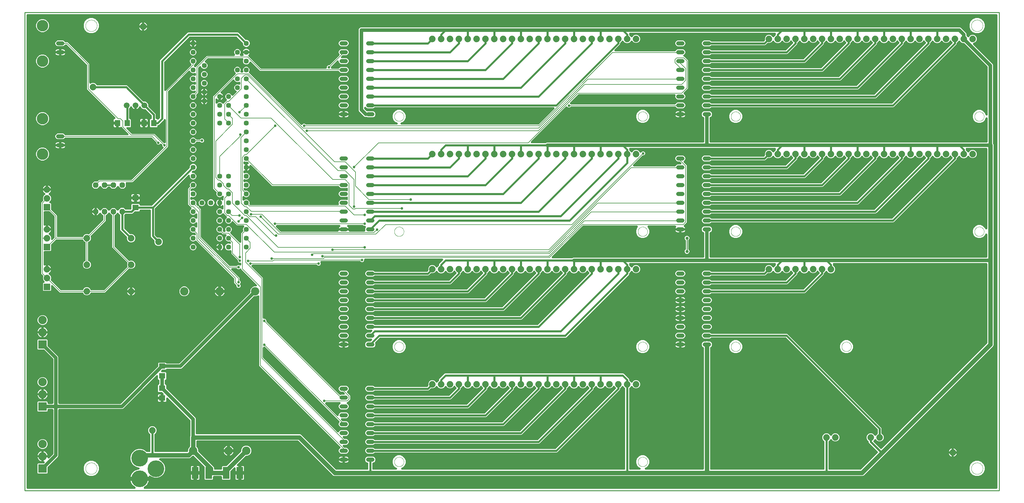
<source format=gtl>
G04 EAGLE Gerber X2 export*
%TF.Part,Single*%
%TF.FileFunction,Other,Top Copper*%
%TF.FilePolarity,Positive*%
%TF.GenerationSoftware,Autodesk,EAGLE,9.0.1*%
%TF.CreationDate,2018-06-24T20:08:20Z*%
G75*
%MOMM*%
%FSLAX34Y34*%
%LPD*%
%AMOC8*
5,1,8,0,0,1.08239X$1,22.5*%
G01*
%ADD10C,0.000000*%
%ADD11P,1.732040X8X202.500000*%
%ADD12C,4.800000*%
%ADD13C,1.219200*%
%ADD14C,1.676400*%
%ADD15C,1.206400*%
%ADD16C,3.300000*%
%ADD17C,2.400000*%
%ADD18R,1.879600X1.879600*%
%ADD19C,1.879600*%
%ADD20R,2.413000X2.413000*%
%ADD21C,2.413000*%
%ADD22R,1.600000X1.800000*%
%ADD23R,1.800000X1.600000*%
%ADD24R,1.900000X3.400000*%
%ADD25C,1.447800*%
%ADD26C,1.168400*%
%ADD27C,0.914400*%
%ADD28C,0.609600*%
%ADD29C,1.016000*%
%ADD30C,1.270000*%
%ADD31C,0.203200*%
%ADD32C,0.406400*%
%ADD33C,0.762000*%
%ADD34C,0.254000*%
%ADD35C,0.254000*%

G36*
X314735Y5091D02*
X314735Y5091D01*
X314869Y5092D01*
X314981Y5111D01*
X315095Y5121D01*
X315224Y5153D01*
X315355Y5175D01*
X315463Y5212D01*
X315573Y5239D01*
X315696Y5292D01*
X315822Y5335D01*
X315922Y5389D01*
X316027Y5434D01*
X316139Y5505D01*
X316256Y5568D01*
X316347Y5638D01*
X316443Y5699D01*
X316542Y5788D01*
X316648Y5869D01*
X316726Y5952D01*
X316811Y6028D01*
X316894Y6131D01*
X316985Y6228D01*
X317049Y6323D01*
X317121Y6412D01*
X317186Y6527D01*
X317261Y6638D01*
X317308Y6741D01*
X317365Y6840D01*
X317411Y6965D01*
X317466Y7086D01*
X317497Y7196D01*
X317536Y7303D01*
X317562Y7433D01*
X317597Y7562D01*
X317609Y7675D01*
X317631Y7787D01*
X317635Y7920D01*
X317649Y8052D01*
X317643Y8166D01*
X317646Y8280D01*
X317629Y8412D01*
X317621Y8545D01*
X317597Y8656D01*
X317582Y8769D01*
X317543Y8897D01*
X317515Y9026D01*
X317472Y9132D01*
X317439Y9241D01*
X317381Y9361D01*
X317331Y9485D01*
X317273Y9582D01*
X317222Y9685D01*
X317146Y9793D01*
X317077Y9907D01*
X317003Y9994D01*
X316937Y10087D01*
X316844Y10181D01*
X316757Y10283D01*
X316691Y10335D01*
X316590Y10438D01*
X316275Y10668D01*
X316224Y10708D01*
X313818Y12220D01*
X311487Y14079D01*
X309379Y16187D01*
X307520Y18517D01*
X305934Y21042D01*
X304641Y23727D01*
X303656Y26541D01*
X303368Y27805D01*
X326152Y27805D01*
X326228Y27811D01*
X326304Y27809D01*
X326473Y27831D01*
X326644Y27845D01*
X326717Y27863D01*
X326793Y27873D01*
X326957Y27922D01*
X327122Y27963D01*
X327192Y27993D01*
X327265Y28015D01*
X327419Y28091D01*
X327576Y28158D01*
X327640Y28199D01*
X327708Y28232D01*
X327848Y28331D01*
X327992Y28423D01*
X328049Y28474D01*
X328111Y28518D01*
X328232Y28638D01*
X328360Y28752D01*
X328408Y28811D01*
X328462Y28865D01*
X328562Y29003D01*
X328670Y29136D01*
X328707Y29202D01*
X328752Y29263D01*
X328829Y29416D01*
X328914Y29564D01*
X328940Y29636D01*
X328974Y29704D01*
X329026Y29867D01*
X329085Y30027D01*
X329100Y30102D01*
X329123Y30174D01*
X329135Y30279D01*
X329180Y30511D01*
X329187Y30747D01*
X329199Y30852D01*
X329199Y36948D01*
X329193Y37024D01*
X329195Y37100D01*
X329173Y37269D01*
X329159Y37440D01*
X329141Y37514D01*
X329131Y37589D01*
X329082Y37753D01*
X329040Y37918D01*
X329010Y37988D01*
X328988Y38061D01*
X328913Y38215D01*
X328846Y38372D01*
X328805Y38436D01*
X328772Y38505D01*
X328673Y38644D01*
X328581Y38788D01*
X328530Y38845D01*
X328486Y38907D01*
X328366Y39028D01*
X328252Y39156D01*
X328193Y39204D01*
X328139Y39258D01*
X328001Y39358D01*
X327868Y39466D01*
X327802Y39503D01*
X327741Y39548D01*
X327588Y39625D01*
X327440Y39710D01*
X327368Y39736D01*
X327300Y39771D01*
X327137Y39822D01*
X326977Y39881D01*
X326902Y39896D01*
X326830Y39919D01*
X326725Y39931D01*
X326493Y39976D01*
X326257Y39983D01*
X326152Y39995D01*
X303368Y39995D01*
X303656Y41259D01*
X304641Y44073D01*
X305934Y46758D01*
X307520Y49283D01*
X309379Y51613D01*
X311487Y53721D01*
X313817Y55580D01*
X316342Y57166D01*
X319027Y58459D01*
X321841Y59444D01*
X324747Y60107D01*
X326318Y60284D01*
X326393Y60299D01*
X326469Y60305D01*
X326634Y60346D01*
X326802Y60379D01*
X326874Y60405D01*
X326947Y60423D01*
X327104Y60491D01*
X327265Y60550D01*
X327331Y60588D01*
X327401Y60618D01*
X327545Y60710D01*
X327693Y60794D01*
X327753Y60842D01*
X327817Y60883D01*
X327944Y60997D01*
X328077Y61104D01*
X328128Y61161D01*
X328185Y61212D01*
X328292Y61345D01*
X328406Y61472D01*
X328447Y61536D01*
X328495Y61596D01*
X328579Y61744D01*
X328671Y61888D01*
X328701Y61958D01*
X328739Y62024D01*
X328798Y62185D01*
X328865Y62342D01*
X328884Y62415D01*
X328910Y62487D01*
X328943Y62655D01*
X328984Y62820D01*
X328990Y62896D01*
X329005Y62971D01*
X329010Y63141D01*
X329024Y63312D01*
X329018Y63388D01*
X329020Y63464D01*
X328998Y63634D01*
X328984Y63804D01*
X328966Y63878D01*
X328956Y63953D01*
X328906Y64117D01*
X328865Y64283D01*
X328835Y64353D01*
X328813Y64426D01*
X328738Y64579D01*
X328671Y64736D01*
X328630Y64800D01*
X328596Y64869D01*
X328498Y65008D01*
X328406Y65152D01*
X328355Y65209D01*
X328311Y65271D01*
X328191Y65393D01*
X328077Y65520D01*
X328018Y65568D01*
X327964Y65622D01*
X327826Y65722D01*
X327693Y65830D01*
X327627Y65868D01*
X327566Y65912D01*
X327413Y65989D01*
X327264Y66074D01*
X327193Y66100D01*
X327125Y66135D01*
X326962Y66186D01*
X326802Y66245D01*
X326727Y66260D01*
X326655Y66283D01*
X326550Y66295D01*
X326318Y66340D01*
X326147Y66340D01*
X325977Y66359D01*
X325706Y66359D01*
X318956Y68168D01*
X312904Y71662D01*
X307962Y76604D01*
X304468Y82656D01*
X302659Y89406D01*
X302659Y96394D01*
X304468Y103144D01*
X307962Y109196D01*
X312904Y114138D01*
X318956Y117632D01*
X325706Y119441D01*
X332694Y119441D01*
X339444Y117632D01*
X345496Y114138D01*
X348251Y111383D01*
X348338Y111309D01*
X348418Y111228D01*
X348526Y111150D01*
X348627Y111064D01*
X348725Y111005D01*
X348817Y110938D01*
X348935Y110878D01*
X349050Y110809D01*
X349156Y110767D01*
X349258Y110715D01*
X349384Y110675D01*
X349508Y110626D01*
X349619Y110601D01*
X349728Y110567D01*
X349822Y110557D01*
X349989Y110519D01*
X350314Y110501D01*
X350406Y110491D01*
X357124Y110491D01*
X357200Y110497D01*
X357276Y110495D01*
X357445Y110517D01*
X357616Y110531D01*
X357690Y110549D01*
X357765Y110559D01*
X357929Y110608D01*
X358095Y110649D01*
X358164Y110679D01*
X358238Y110701D01*
X358391Y110777D01*
X358548Y110844D01*
X358612Y110885D01*
X358681Y110918D01*
X358820Y111017D01*
X358964Y111109D01*
X359021Y111160D01*
X359083Y111204D01*
X359204Y111324D01*
X359332Y111438D01*
X359380Y111497D01*
X359434Y111551D01*
X359535Y111689D01*
X359642Y111822D01*
X359679Y111888D01*
X359724Y111949D01*
X359801Y112102D01*
X359886Y112250D01*
X359912Y112322D01*
X359947Y112390D01*
X359998Y112553D01*
X360057Y112713D01*
X360072Y112788D01*
X360095Y112860D01*
X360107Y112965D01*
X360152Y113197D01*
X360159Y113433D01*
X360171Y113538D01*
X360171Y160163D01*
X360162Y160276D01*
X360163Y160391D01*
X360142Y160522D01*
X360131Y160654D01*
X360104Y160765D01*
X360086Y160878D01*
X360045Y161004D01*
X360013Y161133D01*
X359968Y161238D01*
X359932Y161347D01*
X359870Y161464D01*
X359818Y161587D01*
X359757Y161683D01*
X359704Y161784D01*
X359645Y161858D01*
X359553Y162003D01*
X359337Y162245D01*
X359279Y162317D01*
X355639Y165957D01*
X353821Y170345D01*
X353821Y175095D01*
X355639Y179483D01*
X358997Y182841D01*
X363385Y184659D01*
X368135Y184659D01*
X372523Y182841D01*
X375881Y179483D01*
X377699Y175095D01*
X377699Y170345D01*
X375881Y165957D01*
X372241Y162317D01*
X372167Y162230D01*
X372086Y162150D01*
X372008Y162043D01*
X371922Y161941D01*
X371863Y161843D01*
X371796Y161751D01*
X371736Y161633D01*
X371667Y161519D01*
X371625Y161413D01*
X371573Y161311D01*
X371533Y161184D01*
X371484Y161061D01*
X371459Y160949D01*
X371425Y160840D01*
X371415Y160747D01*
X371377Y160579D01*
X371359Y160255D01*
X371349Y160163D01*
X371349Y113538D01*
X371355Y113462D01*
X371353Y113386D01*
X371375Y113217D01*
X371389Y113046D01*
X371407Y112972D01*
X371417Y112897D01*
X371466Y112733D01*
X371507Y112567D01*
X371537Y112498D01*
X371559Y112424D01*
X371635Y112271D01*
X371702Y112114D01*
X371743Y112050D01*
X371776Y111981D01*
X371875Y111842D01*
X371967Y111698D01*
X372018Y111641D01*
X372062Y111579D01*
X372182Y111458D01*
X372296Y111330D01*
X372355Y111282D01*
X372409Y111228D01*
X372547Y111127D01*
X372680Y111020D01*
X372746Y110983D01*
X372807Y110938D01*
X372960Y110861D01*
X373108Y110776D01*
X373180Y110750D01*
X373248Y110715D01*
X373411Y110664D01*
X373571Y110605D01*
X373646Y110590D01*
X373718Y110567D01*
X373823Y110555D01*
X374055Y110510D01*
X374291Y110503D01*
X374396Y110491D01*
X464955Y110491D01*
X465069Y110500D01*
X465184Y110499D01*
X465315Y110520D01*
X465447Y110531D01*
X465558Y110558D01*
X465671Y110576D01*
X465797Y110618D01*
X465926Y110649D01*
X466031Y110695D01*
X466140Y110730D01*
X466257Y110792D01*
X466379Y110844D01*
X466476Y110905D01*
X466577Y110958D01*
X466651Y111017D01*
X466795Y111109D01*
X466942Y111240D01*
X466971Y111261D01*
X467028Y111317D01*
X467038Y111326D01*
X467110Y111384D01*
X467167Y111441D01*
X467241Y111527D01*
X467322Y111607D01*
X467400Y111715D01*
X467487Y111817D01*
X467545Y111914D01*
X467612Y112006D01*
X467672Y112125D01*
X467741Y112239D01*
X467783Y112345D01*
X467835Y112447D01*
X467875Y112574D01*
X467924Y112698D01*
X467949Y112809D01*
X467983Y112917D01*
X467993Y113011D01*
X468031Y113179D01*
X468049Y113502D01*
X468059Y113595D01*
X468059Y117192D01*
X470273Y122537D01*
X472817Y125080D01*
X472891Y125167D01*
X472972Y125248D01*
X473050Y125355D01*
X473136Y125456D01*
X473195Y125554D01*
X473262Y125647D01*
X473322Y125765D01*
X473391Y125879D01*
X473433Y125985D01*
X473485Y126087D01*
X473525Y126214D01*
X473574Y126337D01*
X473599Y126448D01*
X473633Y126557D01*
X473643Y126651D01*
X473681Y126819D01*
X473699Y127143D01*
X473709Y127235D01*
X473709Y154169D01*
X474747Y156675D01*
X474750Y156684D01*
X474755Y156692D01*
X474827Y156920D01*
X474899Y157144D01*
X474900Y157154D01*
X474903Y157163D01*
X474907Y157203D01*
X474972Y157632D01*
X474970Y157763D01*
X474979Y157841D01*
X474979Y200081D01*
X474970Y200195D01*
X474971Y200309D01*
X474950Y200441D01*
X474939Y200573D01*
X474912Y200684D01*
X474894Y200797D01*
X474853Y200923D01*
X474821Y201052D01*
X474776Y201157D01*
X474740Y201265D01*
X474678Y201383D01*
X474626Y201505D01*
X474565Y201601D01*
X474512Y201703D01*
X474453Y201776D01*
X474361Y201921D01*
X474277Y202015D01*
X474243Y202064D01*
X474149Y202159D01*
X474145Y202163D01*
X474087Y202236D01*
X410443Y265880D01*
X410414Y265905D01*
X410388Y265933D01*
X410226Y266064D01*
X410067Y266199D01*
X410034Y266219D01*
X410004Y266243D01*
X409824Y266346D01*
X409644Y266454D01*
X409609Y266468D01*
X409576Y266487D01*
X409380Y266560D01*
X409186Y266637D01*
X409149Y266645D01*
X409113Y266659D01*
X408908Y266699D01*
X408704Y266744D01*
X408666Y266746D01*
X408629Y266753D01*
X408421Y266760D01*
X408212Y266772D01*
X408174Y266767D01*
X408136Y266769D01*
X407929Y266741D01*
X407721Y266719D01*
X407685Y266709D01*
X407647Y266704D01*
X407447Y266644D01*
X407246Y266589D01*
X407211Y266573D01*
X407174Y266562D01*
X406987Y266470D01*
X406797Y266383D01*
X406765Y266362D01*
X406731Y266345D01*
X406561Y266224D01*
X406388Y266108D01*
X406360Y266081D01*
X406329Y266059D01*
X406180Y265913D01*
X406028Y265770D01*
X406005Y265739D01*
X405978Y265713D01*
X405855Y265544D01*
X405728Y265378D01*
X405710Y265345D01*
X405688Y265314D01*
X405594Y265128D01*
X405495Y264944D01*
X405483Y264907D01*
X405465Y264873D01*
X405403Y264675D01*
X405335Y264477D01*
X405329Y264439D01*
X405317Y264403D01*
X405307Y264311D01*
X405252Y263991D01*
X405251Y263819D01*
X405241Y263725D01*
X405241Y257065D01*
X405068Y256419D01*
X404733Y255840D01*
X404260Y255367D01*
X403681Y255032D01*
X403035Y254859D01*
X397699Y254859D01*
X397699Y264448D01*
X397693Y264524D01*
X397695Y264600D01*
X397673Y264769D01*
X397659Y264940D01*
X397641Y265013D01*
X397631Y265089D01*
X397582Y265253D01*
X397542Y265411D01*
X397585Y265527D01*
X397600Y265602D01*
X397623Y265674D01*
X397635Y265779D01*
X397680Y266011D01*
X397687Y266247D01*
X397699Y266352D01*
X397699Y277361D01*
X397690Y277475D01*
X397691Y277589D01*
X397670Y277721D01*
X397659Y277853D01*
X397632Y277964D01*
X397614Y278077D01*
X397573Y278203D01*
X397541Y278332D01*
X397496Y278437D01*
X397460Y278545D01*
X397398Y278663D01*
X397346Y278785D01*
X397285Y278881D01*
X397232Y278983D01*
X397173Y279056D01*
X397081Y279201D01*
X396865Y279443D01*
X396807Y279516D01*
X394356Y281967D01*
X394269Y282041D01*
X394189Y282122D01*
X394081Y282200D01*
X393980Y282286D01*
X393882Y282345D01*
X393790Y282412D01*
X393671Y282472D01*
X393557Y282541D01*
X393451Y282583D01*
X393349Y282635D01*
X393223Y282675D01*
X393099Y282724D01*
X392988Y282749D01*
X392879Y282783D01*
X392785Y282793D01*
X392618Y282831D01*
X392293Y282849D01*
X392201Y282859D01*
X383648Y282859D01*
X382159Y284348D01*
X382159Y302452D01*
X383734Y304027D01*
X383837Y304058D01*
X384003Y304099D01*
X384072Y304129D01*
X384146Y304151D01*
X384299Y304227D01*
X384456Y304294D01*
X384520Y304335D01*
X384589Y304368D01*
X384728Y304467D01*
X384872Y304559D01*
X384929Y304610D01*
X384991Y304654D01*
X385112Y304774D01*
X385240Y304888D01*
X385288Y304947D01*
X385342Y305001D01*
X385443Y305139D01*
X385550Y305272D01*
X385587Y305338D01*
X385632Y305399D01*
X385709Y305552D01*
X385794Y305700D01*
X385820Y305772D01*
X385855Y305840D01*
X385906Y306003D01*
X385965Y306163D01*
X385980Y306238D01*
X386003Y306310D01*
X386015Y306415D01*
X386060Y306647D01*
X386067Y306883D01*
X386079Y306988D01*
X386079Y315312D01*
X386073Y315388D01*
X386075Y315464D01*
X386053Y315633D01*
X386039Y315804D01*
X386021Y315878D01*
X386011Y315953D01*
X385962Y316117D01*
X385921Y316283D01*
X385891Y316352D01*
X385869Y316426D01*
X385793Y316579D01*
X385726Y316736D01*
X385685Y316800D01*
X385652Y316869D01*
X385553Y317008D01*
X385461Y317152D01*
X385410Y317209D01*
X385366Y317271D01*
X385246Y317392D01*
X385132Y317520D01*
X385073Y317568D01*
X385019Y317622D01*
X384881Y317723D01*
X384748Y317830D01*
X384682Y317867D01*
X384621Y317912D01*
X384468Y317989D01*
X384320Y318074D01*
X384248Y318100D01*
X384180Y318135D01*
X384017Y318186D01*
X383857Y318245D01*
X383782Y318260D01*
X383730Y318276D01*
X382159Y319848D01*
X382159Y327944D01*
X382156Y327982D01*
X382158Y328020D01*
X382136Y328227D01*
X382119Y328435D01*
X382110Y328472D01*
X382106Y328510D01*
X382051Y328711D01*
X382001Y328914D01*
X381986Y328949D01*
X381975Y328986D01*
X381888Y329176D01*
X381806Y329368D01*
X381786Y329400D01*
X381770Y329434D01*
X381653Y329608D01*
X381541Y329784D01*
X381516Y329812D01*
X381494Y329844D01*
X381351Y329996D01*
X381212Y330151D01*
X381183Y330175D01*
X381157Y330203D01*
X380991Y330330D01*
X380828Y330461D01*
X380795Y330480D01*
X380765Y330504D01*
X380581Y330602D01*
X380400Y330705D01*
X380364Y330719D01*
X380330Y330737D01*
X380133Y330804D01*
X379937Y330877D01*
X379900Y330884D01*
X379864Y330897D01*
X379657Y330932D01*
X379453Y330972D01*
X379415Y330973D01*
X379377Y330979D01*
X379168Y330981D01*
X378960Y330987D01*
X378922Y330982D01*
X378884Y330982D01*
X378677Y330950D01*
X378471Y330923D01*
X378434Y330912D01*
X378397Y330906D01*
X378198Y330840D01*
X377999Y330780D01*
X377964Y330763D01*
X377928Y330751D01*
X377743Y330655D01*
X377555Y330563D01*
X377524Y330541D01*
X377490Y330524D01*
X377418Y330466D01*
X377153Y330278D01*
X377031Y330157D01*
X376957Y330098D01*
X284559Y237700D01*
X282129Y235270D01*
X279515Y234187D01*
X99060Y234187D01*
X98984Y234181D01*
X98908Y234183D01*
X98739Y234161D01*
X98568Y234147D01*
X98494Y234129D01*
X98419Y234119D01*
X98255Y234070D01*
X98089Y234029D01*
X98020Y233999D01*
X97946Y233977D01*
X97793Y233901D01*
X97636Y233834D01*
X97572Y233793D01*
X97503Y233760D01*
X97364Y233661D01*
X97220Y233569D01*
X97163Y233518D01*
X97101Y233474D01*
X96980Y233354D01*
X96852Y233240D01*
X96804Y233181D01*
X96750Y233127D01*
X96649Y232989D01*
X96542Y232856D01*
X96505Y232790D01*
X96460Y232729D01*
X96383Y232576D01*
X96298Y232428D01*
X96272Y232356D01*
X96237Y232288D01*
X96186Y232125D01*
X96127Y231965D01*
X96112Y231890D01*
X96089Y231818D01*
X96077Y231713D01*
X96032Y231481D01*
X96025Y231245D01*
X96013Y231140D01*
X96013Y100185D01*
X94930Y97571D01*
X65790Y68431D01*
X65716Y68344D01*
X65635Y68264D01*
X65557Y68157D01*
X65471Y68055D01*
X65412Y67957D01*
X65345Y67865D01*
X65285Y67747D01*
X65216Y67633D01*
X65174Y67527D01*
X65122Y67425D01*
X65082Y67298D01*
X65033Y67175D01*
X65008Y67063D01*
X64974Y66954D01*
X64964Y66861D01*
X64926Y66693D01*
X64908Y66369D01*
X64898Y66277D01*
X64898Y50593D01*
X63707Y49402D01*
X37893Y49402D01*
X36702Y50593D01*
X36702Y76407D01*
X37893Y77598D01*
X53577Y77598D01*
X53690Y77607D01*
X53804Y77606D01*
X53936Y77627D01*
X54068Y77638D01*
X54179Y77665D01*
X54292Y77683D01*
X54418Y77724D01*
X54547Y77756D01*
X54652Y77801D01*
X54760Y77837D01*
X54878Y77899D01*
X55001Y77951D01*
X55097Y78012D01*
X55198Y78065D01*
X55272Y78124D01*
X55417Y78216D01*
X55658Y78432D01*
X55731Y78490D01*
X56209Y78968D01*
X56363Y79149D01*
X56518Y79329D01*
X56523Y79337D01*
X56529Y79344D01*
X56651Y79546D01*
X56775Y79750D01*
X56779Y79759D01*
X56784Y79767D01*
X56871Y79985D01*
X56961Y80207D01*
X56963Y80216D01*
X56967Y80225D01*
X57017Y80452D01*
X57071Y80688D01*
X57071Y80697D01*
X57073Y80707D01*
X57087Y80943D01*
X57102Y81180D01*
X57101Y81190D01*
X57101Y81199D01*
X57076Y81435D01*
X57052Y81671D01*
X57050Y81680D01*
X57049Y81690D01*
X56986Y81918D01*
X56925Y82148D01*
X56921Y82156D01*
X56918Y82165D01*
X56820Y82380D01*
X56722Y82597D01*
X56717Y82605D01*
X56713Y82614D01*
X56580Y82811D01*
X56449Y83008D01*
X56442Y83015D01*
X56437Y83023D01*
X56275Y83196D01*
X56113Y83370D01*
X56106Y83376D01*
X56099Y83383D01*
X55911Y83527D01*
X55724Y83673D01*
X55716Y83677D01*
X55708Y83683D01*
X55497Y83796D01*
X55290Y83909D01*
X55282Y83912D01*
X55273Y83916D01*
X55048Y83993D01*
X54825Y84072D01*
X54815Y84073D01*
X54807Y84076D01*
X54574Y84116D01*
X54339Y84157D01*
X54331Y84157D01*
X54320Y84159D01*
X53847Y84162D01*
X53847Y95453D01*
X65146Y95453D01*
X65144Y95404D01*
X65130Y95169D01*
X65131Y95160D01*
X65131Y95150D01*
X65158Y94914D01*
X65183Y94679D01*
X65185Y94669D01*
X65186Y94660D01*
X65251Y94431D01*
X65313Y94203D01*
X65317Y94194D01*
X65320Y94185D01*
X65419Y93972D01*
X65519Y93754D01*
X65524Y93746D01*
X65528Y93738D01*
X65662Y93542D01*
X65794Y93345D01*
X65801Y93338D01*
X65806Y93330D01*
X65970Y93158D01*
X66132Y92986D01*
X66140Y92980D01*
X66146Y92973D01*
X66337Y92829D01*
X66524Y92685D01*
X66532Y92681D01*
X66540Y92675D01*
X66750Y92564D01*
X66958Y92452D01*
X66967Y92449D01*
X66976Y92445D01*
X67199Y92369D01*
X67425Y92292D01*
X67435Y92290D01*
X67443Y92287D01*
X67674Y92250D01*
X67911Y92209D01*
X67921Y92209D01*
X67930Y92208D01*
X68166Y92208D01*
X68405Y92206D01*
X68414Y92208D01*
X68424Y92208D01*
X68657Y92246D01*
X68892Y92283D01*
X68901Y92286D01*
X68911Y92288D01*
X69134Y92363D01*
X69361Y92437D01*
X69369Y92442D01*
X69378Y92445D01*
X69586Y92554D01*
X69798Y92665D01*
X69805Y92670D01*
X69814Y92675D01*
X70208Y92973D01*
X70280Y93049D01*
X70332Y93090D01*
X80895Y103654D01*
X80969Y103741D01*
X81050Y103821D01*
X81128Y103928D01*
X81214Y104030D01*
X81273Y104127D01*
X81340Y104220D01*
X81400Y104338D01*
X81469Y104452D01*
X81511Y104558D01*
X81563Y104660D01*
X81603Y104787D01*
X81652Y104910D01*
X81677Y105022D01*
X81711Y105131D01*
X81721Y105224D01*
X81759Y105392D01*
X81777Y105716D01*
X81787Y105808D01*
X81787Y231140D01*
X81781Y231216D01*
X81783Y231292D01*
X81761Y231461D01*
X81747Y231632D01*
X81729Y231706D01*
X81719Y231781D01*
X81670Y231945D01*
X81629Y232111D01*
X81599Y232180D01*
X81577Y232254D01*
X81501Y232407D01*
X81434Y232564D01*
X81393Y232628D01*
X81360Y232697D01*
X81261Y232836D01*
X81169Y232980D01*
X81118Y233037D01*
X81074Y233099D01*
X80954Y233220D01*
X80840Y233348D01*
X80781Y233396D01*
X80727Y233450D01*
X80589Y233551D01*
X80456Y233658D01*
X80390Y233695D01*
X80329Y233740D01*
X80176Y233817D01*
X80028Y233902D01*
X79956Y233928D01*
X79888Y233963D01*
X79725Y234014D01*
X79565Y234073D01*
X79490Y234088D01*
X79418Y234111D01*
X79313Y234123D01*
X79081Y234168D01*
X78845Y234175D01*
X78740Y234187D01*
X67945Y234187D01*
X67869Y234181D01*
X67793Y234183D01*
X67624Y234161D01*
X67453Y234147D01*
X67379Y234129D01*
X67304Y234119D01*
X67140Y234070D01*
X66974Y234029D01*
X66905Y233999D01*
X66831Y233977D01*
X66678Y233901D01*
X66521Y233834D01*
X66457Y233793D01*
X66388Y233760D01*
X66249Y233661D01*
X66105Y233569D01*
X66048Y233518D01*
X65986Y233474D01*
X65865Y233354D01*
X65737Y233240D01*
X65689Y233181D01*
X65635Y233127D01*
X65534Y232989D01*
X65427Y232856D01*
X65390Y232790D01*
X65345Y232729D01*
X65268Y232576D01*
X65183Y232428D01*
X65157Y232356D01*
X65122Y232288D01*
X65071Y232125D01*
X65012Y231965D01*
X64997Y231890D01*
X64974Y231818D01*
X64962Y231713D01*
X64917Y231481D01*
X64910Y231245D01*
X64898Y231140D01*
X64898Y228393D01*
X63707Y227202D01*
X37893Y227202D01*
X36702Y228393D01*
X36702Y254207D01*
X37893Y255398D01*
X63707Y255398D01*
X64898Y254207D01*
X64898Y251460D01*
X64904Y251384D01*
X64902Y251308D01*
X64924Y251139D01*
X64938Y250968D01*
X64956Y250894D01*
X64966Y250819D01*
X65015Y250655D01*
X65056Y250489D01*
X65086Y250420D01*
X65108Y250346D01*
X65184Y250193D01*
X65251Y250036D01*
X65292Y249972D01*
X65325Y249903D01*
X65424Y249764D01*
X65516Y249620D01*
X65567Y249563D01*
X65611Y249501D01*
X65731Y249380D01*
X65845Y249252D01*
X65904Y249204D01*
X65958Y249150D01*
X66096Y249049D01*
X66229Y248942D01*
X66295Y248905D01*
X66356Y248860D01*
X66509Y248783D01*
X66657Y248698D01*
X66729Y248672D01*
X66797Y248637D01*
X66960Y248586D01*
X67120Y248527D01*
X67195Y248512D01*
X67267Y248489D01*
X67372Y248477D01*
X67604Y248432D01*
X67840Y248425D01*
X67945Y248413D01*
X78740Y248413D01*
X78816Y248419D01*
X78892Y248417D01*
X79061Y248439D01*
X79232Y248453D01*
X79306Y248471D01*
X79381Y248481D01*
X79545Y248530D01*
X79711Y248571D01*
X79780Y248601D01*
X79854Y248623D01*
X80007Y248699D01*
X80164Y248766D01*
X80228Y248807D01*
X80297Y248840D01*
X80436Y248939D01*
X80580Y249031D01*
X80637Y249082D01*
X80699Y249126D01*
X80820Y249246D01*
X80948Y249360D01*
X80996Y249419D01*
X81050Y249473D01*
X81151Y249611D01*
X81258Y249744D01*
X81295Y249810D01*
X81340Y249871D01*
X81417Y250024D01*
X81502Y250172D01*
X81528Y250244D01*
X81563Y250312D01*
X81614Y250475D01*
X81673Y250635D01*
X81688Y250710D01*
X81711Y250782D01*
X81723Y250887D01*
X81768Y251119D01*
X81775Y251355D01*
X81787Y251460D01*
X81787Y376792D01*
X81778Y376905D01*
X81779Y377020D01*
X81758Y377151D01*
X81747Y377283D01*
X81720Y377394D01*
X81702Y377507D01*
X81661Y377633D01*
X81629Y377762D01*
X81584Y377867D01*
X81548Y377976D01*
X81486Y378093D01*
X81434Y378216D01*
X81373Y378312D01*
X81320Y378413D01*
X81261Y378487D01*
X81169Y378632D01*
X81043Y378773D01*
X81021Y378804D01*
X80960Y378865D01*
X80953Y378874D01*
X80895Y378946D01*
X55731Y404110D01*
X55644Y404184D01*
X55564Y404265D01*
X55457Y404343D01*
X55355Y404429D01*
X55257Y404488D01*
X55165Y404555D01*
X55047Y404615D01*
X54933Y404684D01*
X54827Y404726D01*
X54725Y404778D01*
X54598Y404818D01*
X54475Y404867D01*
X54363Y404892D01*
X54254Y404926D01*
X54161Y404936D01*
X53993Y404974D01*
X53669Y404992D01*
X53577Y405002D01*
X37893Y405002D01*
X36702Y406193D01*
X36702Y432007D01*
X37893Y433198D01*
X63707Y433198D01*
X64898Y432007D01*
X64898Y416323D01*
X64907Y416210D01*
X64906Y416095D01*
X64927Y415964D01*
X64938Y415832D01*
X64965Y415721D01*
X64983Y415608D01*
X65024Y415482D01*
X65056Y415353D01*
X65101Y415248D01*
X65137Y415139D01*
X65199Y415022D01*
X65251Y414899D01*
X65312Y414803D01*
X65365Y414702D01*
X65424Y414628D01*
X65516Y414483D01*
X65732Y414241D01*
X65790Y414169D01*
X94930Y385029D01*
X96013Y382415D01*
X96013Y251460D01*
X96019Y251384D01*
X96017Y251308D01*
X96039Y251139D01*
X96053Y250968D01*
X96071Y250894D01*
X96081Y250819D01*
X96130Y250655D01*
X96171Y250489D01*
X96201Y250420D01*
X96223Y250346D01*
X96299Y250193D01*
X96366Y250036D01*
X96407Y249972D01*
X96440Y249903D01*
X96539Y249764D01*
X96631Y249620D01*
X96682Y249563D01*
X96726Y249501D01*
X96846Y249380D01*
X96960Y249252D01*
X97019Y249204D01*
X97073Y249150D01*
X97211Y249049D01*
X97344Y248942D01*
X97410Y248905D01*
X97471Y248860D01*
X97624Y248783D01*
X97772Y248698D01*
X97844Y248672D01*
X97912Y248637D01*
X98075Y248586D01*
X98235Y248527D01*
X98310Y248512D01*
X98382Y248489D01*
X98487Y248477D01*
X98719Y248432D01*
X98955Y248425D01*
X99060Y248413D01*
X273892Y248413D01*
X274005Y248422D01*
X274120Y248421D01*
X274251Y248442D01*
X274383Y248453D01*
X274494Y248480D01*
X274607Y248498D01*
X274733Y248539D01*
X274862Y248571D01*
X274967Y248616D01*
X275076Y248652D01*
X275193Y248714D01*
X275316Y248766D01*
X275412Y248827D01*
X275513Y248880D01*
X275587Y248939D01*
X275732Y249031D01*
X275974Y249247D01*
X276046Y249305D01*
X381775Y355034D01*
X381849Y355121D01*
X381930Y355201D01*
X382008Y355308D01*
X382094Y355410D01*
X382153Y355508D01*
X382220Y355600D01*
X382280Y355718D01*
X382349Y355832D01*
X382391Y355938D01*
X382443Y356040D01*
X382483Y356167D01*
X382532Y356290D01*
X382557Y356402D01*
X382591Y356511D01*
X382601Y356604D01*
X382639Y356772D01*
X382657Y357096D01*
X382667Y357188D01*
X382667Y365742D01*
X383858Y366933D01*
X403542Y366933D01*
X405569Y364905D01*
X405656Y364831D01*
X405737Y364750D01*
X405844Y364672D01*
X405945Y364586D01*
X406043Y364527D01*
X406136Y364460D01*
X406254Y364400D01*
X406368Y364331D01*
X406474Y364289D01*
X406576Y364237D01*
X406703Y364197D01*
X406826Y364148D01*
X406937Y364123D01*
X407046Y364089D01*
X407140Y364079D01*
X407308Y364041D01*
X407632Y364023D01*
X407724Y364013D01*
X441592Y364013D01*
X441705Y364022D01*
X441820Y364021D01*
X441951Y364042D01*
X442083Y364053D01*
X442194Y364080D01*
X442307Y364098D01*
X442433Y364139D01*
X442562Y364171D01*
X442667Y364216D01*
X442776Y364252D01*
X442893Y364314D01*
X443016Y364366D01*
X443112Y364427D01*
X443213Y364480D01*
X443287Y364539D01*
X443432Y364631D01*
X443674Y364847D01*
X443746Y364905D01*
X545991Y467150D01*
X545992Y467151D01*
X548849Y470008D01*
X548850Y470009D01*
X558691Y479850D01*
X558692Y479851D01*
X561549Y482708D01*
X561550Y482709D01*
X645475Y566634D01*
X645549Y566721D01*
X645630Y566801D01*
X645708Y566908D01*
X645794Y567010D01*
X645853Y567107D01*
X645920Y567200D01*
X645980Y567318D01*
X646049Y567432D01*
X646091Y567538D01*
X646143Y567640D01*
X646183Y567767D01*
X646232Y567890D01*
X646257Y568002D01*
X646291Y568111D01*
X646301Y568204D01*
X646339Y568372D01*
X646343Y568457D01*
X646348Y568481D01*
X646352Y568613D01*
X646357Y568696D01*
X646367Y568788D01*
X646367Y574291D01*
X648504Y579449D01*
X652451Y583396D01*
X657609Y585533D01*
X662639Y585533D01*
X662677Y585536D01*
X662715Y585534D01*
X662923Y585556D01*
X663131Y585573D01*
X663168Y585582D01*
X663206Y585586D01*
X663407Y585641D01*
X663610Y585691D01*
X663645Y585706D01*
X663681Y585717D01*
X663871Y585804D01*
X664063Y585886D01*
X664095Y585906D01*
X664130Y585922D01*
X664303Y586039D01*
X664479Y586151D01*
X664507Y586176D01*
X664539Y586198D01*
X664691Y586341D01*
X664847Y586480D01*
X664871Y586509D01*
X664899Y586535D01*
X665026Y586701D01*
X665157Y586864D01*
X665176Y586897D01*
X665199Y586927D01*
X665298Y587111D01*
X665401Y587292D01*
X665414Y587328D01*
X665432Y587362D01*
X665500Y587559D01*
X665572Y587755D01*
X665580Y587792D01*
X665592Y587828D01*
X665627Y588034D01*
X665667Y588239D01*
X665668Y588277D01*
X665675Y588315D01*
X665676Y588524D01*
X665682Y588732D01*
X665677Y588770D01*
X665678Y588808D01*
X665645Y589015D01*
X665618Y589221D01*
X665607Y589258D01*
X665601Y589295D01*
X665536Y589493D01*
X665476Y589693D01*
X665459Y589728D01*
X665447Y589764D01*
X665350Y589949D01*
X665259Y590137D01*
X665237Y590168D01*
X665219Y590202D01*
X665161Y590274D01*
X664973Y590539D01*
X664852Y590661D01*
X664794Y590735D01*
X622526Y633003D01*
X621239Y634289D01*
X620895Y635121D01*
X620812Y635282D01*
X620737Y635446D01*
X620700Y635501D01*
X620670Y635560D01*
X620563Y635705D01*
X620462Y635855D01*
X620416Y635904D01*
X620377Y635957D01*
X620248Y636083D01*
X620124Y636215D01*
X620071Y636255D01*
X620024Y636302D01*
X619876Y636405D01*
X619732Y636515D01*
X619674Y636546D01*
X619619Y636585D01*
X619457Y636663D01*
X619298Y636748D01*
X619235Y636770D01*
X619175Y636799D01*
X619002Y636850D01*
X618831Y636908D01*
X618765Y636919D01*
X618702Y636938D01*
X618523Y636961D01*
X618345Y636991D01*
X618278Y636991D01*
X618212Y636999D01*
X618032Y636993D01*
X617851Y636994D01*
X617786Y636983D01*
X617719Y636981D01*
X617542Y636945D01*
X617364Y636917D01*
X617301Y636896D01*
X617236Y636883D01*
X617067Y636819D01*
X616895Y636763D01*
X616837Y636732D01*
X616774Y636709D01*
X616618Y636618D01*
X616458Y636535D01*
X616417Y636502D01*
X616347Y636462D01*
X615965Y636150D01*
X615960Y636144D01*
X613810Y635253D01*
X611486Y635253D01*
X609338Y636143D01*
X608326Y637155D01*
X608239Y637229D01*
X608159Y637310D01*
X608052Y637388D01*
X607950Y637474D01*
X607853Y637533D01*
X607760Y637600D01*
X607642Y637660D01*
X607528Y637729D01*
X607422Y637771D01*
X607320Y637823D01*
X607193Y637863D01*
X607070Y637912D01*
X606958Y637937D01*
X606849Y637971D01*
X606756Y637981D01*
X606588Y638019D01*
X606264Y638037D01*
X606172Y638047D01*
X594853Y638047D01*
X594815Y638044D01*
X594777Y638046D01*
X594569Y638024D01*
X594361Y638007D01*
X594324Y637998D01*
X594286Y637994D01*
X594085Y637939D01*
X593882Y637889D01*
X593847Y637874D01*
X593811Y637863D01*
X593621Y637776D01*
X593429Y637694D01*
X593397Y637674D01*
X593362Y637658D01*
X593189Y637541D01*
X593013Y637429D01*
X592985Y637404D01*
X592953Y637382D01*
X592801Y637239D01*
X592645Y637100D01*
X592621Y637071D01*
X592593Y637045D01*
X592466Y636879D01*
X592335Y636716D01*
X592316Y636683D01*
X592293Y636653D01*
X592194Y636469D01*
X592091Y636288D01*
X592078Y636252D01*
X592060Y636218D01*
X591992Y636021D01*
X591920Y635825D01*
X591912Y635788D01*
X591900Y635752D01*
X591865Y635545D01*
X591825Y635341D01*
X591824Y635303D01*
X591817Y635265D01*
X591816Y635056D01*
X591810Y634848D01*
X591815Y634810D01*
X591814Y634772D01*
X591847Y634565D01*
X591874Y634359D01*
X591885Y634322D01*
X591891Y634285D01*
X591956Y634086D01*
X592016Y633887D01*
X592033Y633852D01*
X592045Y633816D01*
X592142Y633631D01*
X592233Y633443D01*
X592255Y633412D01*
X592273Y633378D01*
X592331Y633306D01*
X592519Y633041D01*
X592640Y632919D01*
X592698Y632845D01*
X615233Y610311D01*
X615697Y609190D01*
X615697Y603884D01*
X615706Y603771D01*
X615705Y603656D01*
X615726Y603525D01*
X615737Y603393D01*
X615764Y603282D01*
X615782Y603169D01*
X615823Y603043D01*
X615855Y602914D01*
X615900Y602809D01*
X615936Y602700D01*
X615997Y602583D01*
X616050Y602460D01*
X616111Y602364D01*
X616164Y602263D01*
X616223Y602189D01*
X616315Y602044D01*
X616531Y601802D01*
X616589Y601730D01*
X617601Y600718D01*
X618491Y598570D01*
X618491Y596246D01*
X617470Y593781D01*
X617412Y593685D01*
X617384Y593614D01*
X617347Y593546D01*
X617292Y593385D01*
X617229Y593227D01*
X617212Y593152D01*
X617187Y593080D01*
X617159Y592912D01*
X617122Y592746D01*
X617118Y592669D01*
X617105Y592593D01*
X617104Y592423D01*
X617094Y592253D01*
X617102Y592177D01*
X617102Y592100D01*
X617128Y591932D01*
X617146Y591762D01*
X617166Y591688D01*
X617178Y591613D01*
X617231Y591451D01*
X617277Y591287D01*
X617309Y591217D01*
X617332Y591144D01*
X617411Y590993D01*
X617482Y590838D01*
X617490Y590827D01*
X618491Y588410D01*
X618491Y586086D01*
X617601Y583938D01*
X615958Y582295D01*
X613810Y581405D01*
X611486Y581405D01*
X609338Y582295D01*
X607695Y583938D01*
X606805Y586086D01*
X606805Y587517D01*
X606796Y587631D01*
X606797Y587745D01*
X606776Y587876D01*
X606765Y588009D01*
X606738Y588119D01*
X606720Y588232D01*
X606679Y588359D01*
X606647Y588488D01*
X606602Y588592D01*
X606566Y588701D01*
X606504Y588819D01*
X606452Y588941D01*
X606391Y589037D01*
X606338Y589139D01*
X606279Y589212D01*
X606187Y589357D01*
X605971Y589599D01*
X605913Y589672D01*
X600665Y594919D01*
X600201Y596040D01*
X600201Y607071D01*
X600192Y607186D01*
X600192Y607302D01*
X600172Y607432D01*
X600161Y607563D01*
X600133Y607675D01*
X600115Y607790D01*
X600074Y607914D01*
X600043Y608041D01*
X599997Y608148D01*
X599960Y608258D01*
X599900Y608374D01*
X599848Y608495D01*
X599786Y608593D01*
X599732Y608695D01*
X599674Y608768D01*
X599583Y608911D01*
X599363Y609157D01*
X599306Y609228D01*
X492479Y715808D01*
X492465Y715819D01*
X492459Y715826D01*
X492448Y715838D01*
X492439Y715845D01*
X492203Y716081D01*
X492145Y716131D01*
X492093Y716186D01*
X491957Y716290D01*
X491827Y716401D01*
X491762Y716440D01*
X491701Y716487D01*
X491551Y716567D01*
X491405Y716655D01*
X491334Y716684D01*
X491267Y716720D01*
X491105Y716775D01*
X490947Y716839D01*
X490872Y716855D01*
X490800Y716880D01*
X490632Y716908D01*
X490465Y716945D01*
X490389Y716950D01*
X490314Y716962D01*
X490143Y716963D01*
X489972Y716973D01*
X489896Y716965D01*
X489820Y716965D01*
X489652Y716939D01*
X489482Y716921D01*
X489408Y716901D01*
X489333Y716889D01*
X489171Y716835D01*
X489006Y716790D01*
X488937Y716758D01*
X488864Y716734D01*
X488713Y716656D01*
X488558Y716584D01*
X488494Y716542D01*
X488427Y716507D01*
X488344Y716441D01*
X488148Y716309D01*
X487976Y716147D01*
X487894Y716081D01*
X487852Y716040D01*
X484444Y714628D01*
X480756Y714628D01*
X477348Y716040D01*
X474740Y718648D01*
X473328Y722056D01*
X473328Y725744D01*
X474740Y729152D01*
X477348Y731760D01*
X480756Y733172D01*
X484444Y733172D01*
X486448Y732342D01*
X486583Y732298D01*
X486716Y732245D01*
X486818Y732223D01*
X486917Y732191D01*
X487058Y732169D01*
X487197Y732139D01*
X487302Y732133D01*
X487405Y732117D01*
X487547Y732119D01*
X487690Y732111D01*
X487794Y732122D01*
X487898Y732123D01*
X488039Y732148D01*
X488180Y732163D01*
X488281Y732191D01*
X488384Y732209D01*
X488519Y732256D01*
X488656Y732294D01*
X488751Y732337D01*
X488850Y732372D01*
X488975Y732440D01*
X489105Y732499D01*
X489191Y732558D01*
X489283Y732608D01*
X489396Y732695D01*
X489514Y732775D01*
X489590Y732846D01*
X489673Y732911D01*
X489770Y733015D01*
X489873Y733113D01*
X489937Y733196D01*
X490008Y733272D01*
X490087Y733391D01*
X490174Y733504D01*
X490223Y733596D01*
X490281Y733683D01*
X490339Y733813D01*
X490407Y733939D01*
X490441Y734038D01*
X490484Y734133D01*
X490521Y734271D01*
X490567Y734405D01*
X490584Y734509D01*
X490611Y734610D01*
X490626Y734751D01*
X490649Y734892D01*
X490650Y734997D01*
X490661Y735100D01*
X490652Y735243D01*
X490653Y735385D01*
X490636Y735488D01*
X490630Y735593D01*
X490598Y735732D01*
X490576Y735873D01*
X490543Y735972D01*
X490520Y736074D01*
X490466Y736206D01*
X490422Y736341D01*
X490373Y736434D01*
X490334Y736531D01*
X490260Y736652D01*
X490194Y736779D01*
X490145Y736840D01*
X490077Y736952D01*
X489794Y737280D01*
X489769Y737312D01*
X487728Y739352D01*
X487562Y739494D01*
X487398Y739638D01*
X487374Y739653D01*
X487352Y739672D01*
X487165Y739785D01*
X486980Y739901D01*
X486954Y739912D01*
X486930Y739926D01*
X486727Y740007D01*
X486525Y740092D01*
X486498Y740099D01*
X486472Y740110D01*
X486258Y740157D01*
X486046Y740208D01*
X486018Y740210D01*
X485990Y740216D01*
X485771Y740229D01*
X485554Y740245D01*
X485526Y740242D01*
X485497Y740244D01*
X485280Y740221D01*
X485062Y740202D01*
X485040Y740195D01*
X485007Y740192D01*
X484531Y740061D01*
X484460Y740028D01*
X480756Y740028D01*
X477348Y741440D01*
X474740Y744048D01*
X473328Y747456D01*
X473328Y751144D01*
X474740Y754552D01*
X477348Y757160D01*
X480756Y758572D01*
X484444Y758572D01*
X487852Y757160D01*
X489589Y755423D01*
X489618Y755398D01*
X489644Y755370D01*
X489806Y755239D01*
X489965Y755103D01*
X489998Y755084D01*
X490028Y755060D01*
X490209Y754957D01*
X490388Y754849D01*
X490423Y754835D01*
X490456Y754816D01*
X490652Y754743D01*
X490846Y754666D01*
X490883Y754658D01*
X490919Y754644D01*
X491124Y754604D01*
X491328Y754559D01*
X491366Y754557D01*
X491403Y754550D01*
X491611Y754543D01*
X491820Y754531D01*
X491858Y754535D01*
X491896Y754534D01*
X492103Y754561D01*
X492311Y754584D01*
X492347Y754594D01*
X492385Y754599D01*
X492585Y754659D01*
X492786Y754714D01*
X492821Y754730D01*
X492858Y754741D01*
X493045Y754833D01*
X493235Y754920D01*
X493266Y754941D01*
X493301Y754958D01*
X493471Y755079D01*
X493644Y755195D01*
X493672Y755221D01*
X493703Y755243D01*
X493851Y755390D01*
X494004Y755533D01*
X494027Y755563D01*
X494054Y755590D01*
X494177Y755759D01*
X494304Y755925D01*
X494322Y755958D01*
X494344Y755989D01*
X494438Y756175D01*
X494537Y756359D01*
X494550Y756395D01*
X494567Y756429D01*
X494629Y756629D01*
X494697Y756826D01*
X494703Y756863D01*
X494715Y756900D01*
X494725Y756993D01*
X494780Y757312D01*
X494781Y757484D01*
X494791Y757578D01*
X494791Y766422D01*
X494788Y766460D01*
X494790Y766498D01*
X494768Y766706D01*
X494751Y766914D01*
X494742Y766951D01*
X494738Y766989D01*
X494683Y767190D01*
X494633Y767393D01*
X494618Y767428D01*
X494607Y767465D01*
X494520Y767655D01*
X494438Y767846D01*
X494418Y767879D01*
X494402Y767913D01*
X494285Y768086D01*
X494173Y768262D01*
X494148Y768291D01*
X494126Y768322D01*
X493983Y768475D01*
X493844Y768630D01*
X493815Y768654D01*
X493789Y768682D01*
X493623Y768809D01*
X493460Y768940D01*
X493427Y768959D01*
X493397Y768982D01*
X493213Y769081D01*
X493032Y769184D01*
X492996Y769197D01*
X492962Y769215D01*
X492765Y769283D01*
X492569Y769356D01*
X492532Y769363D01*
X492496Y769375D01*
X492289Y769410D01*
X492085Y769450D01*
X492047Y769452D01*
X492009Y769458D01*
X491800Y769459D01*
X491592Y769466D01*
X491554Y769461D01*
X491516Y769461D01*
X491309Y769429D01*
X491103Y769401D01*
X491066Y769390D01*
X491029Y769384D01*
X490830Y769319D01*
X490631Y769259D01*
X490596Y769242D01*
X490560Y769230D01*
X490375Y769134D01*
X490187Y769042D01*
X490156Y769020D01*
X490122Y769002D01*
X490050Y768944D01*
X489785Y768757D01*
X489663Y768636D01*
X489589Y768577D01*
X487852Y766840D01*
X484444Y765428D01*
X480756Y765428D01*
X477348Y766840D01*
X474740Y769448D01*
X473328Y772856D01*
X473328Y776544D01*
X474740Y779952D01*
X477348Y782560D01*
X480756Y783972D01*
X484444Y783972D01*
X487852Y782560D01*
X489589Y780823D01*
X489618Y780798D01*
X489644Y780770D01*
X489806Y780639D01*
X489965Y780503D01*
X489998Y780484D01*
X490028Y780460D01*
X490209Y780357D01*
X490388Y780249D01*
X490423Y780235D01*
X490456Y780216D01*
X490652Y780143D01*
X490846Y780066D01*
X490883Y780058D01*
X490919Y780044D01*
X491124Y780004D01*
X491328Y779959D01*
X491366Y779957D01*
X491403Y779950D01*
X491611Y779943D01*
X491820Y779931D01*
X491858Y779935D01*
X491896Y779934D01*
X492103Y779961D01*
X492311Y779984D01*
X492347Y779994D01*
X492385Y779999D01*
X492585Y780059D01*
X492786Y780114D01*
X492821Y780130D01*
X492858Y780141D01*
X493045Y780233D01*
X493235Y780320D01*
X493266Y780341D01*
X493301Y780358D01*
X493471Y780479D01*
X493644Y780595D01*
X493672Y780621D01*
X493703Y780643D01*
X493851Y780790D01*
X494004Y780933D01*
X494027Y780963D01*
X494054Y780990D01*
X494177Y781159D01*
X494304Y781325D01*
X494322Y781358D01*
X494344Y781389D01*
X494438Y781575D01*
X494537Y781759D01*
X494550Y781795D01*
X494567Y781829D01*
X494629Y782029D01*
X494697Y782226D01*
X494703Y782263D01*
X494715Y782300D01*
X494725Y782393D01*
X494780Y782712D01*
X494781Y782884D01*
X494791Y782978D01*
X494791Y791822D01*
X494788Y791860D01*
X494790Y791898D01*
X494768Y792106D01*
X494751Y792314D01*
X494742Y792351D01*
X494738Y792389D01*
X494683Y792590D01*
X494633Y792793D01*
X494618Y792828D01*
X494607Y792865D01*
X494520Y793055D01*
X494438Y793246D01*
X494418Y793279D01*
X494402Y793313D01*
X494285Y793486D01*
X494173Y793662D01*
X494148Y793691D01*
X494126Y793722D01*
X493983Y793875D01*
X493844Y794030D01*
X493815Y794054D01*
X493789Y794082D01*
X493623Y794209D01*
X493460Y794340D01*
X493427Y794359D01*
X493397Y794382D01*
X493213Y794481D01*
X493032Y794584D01*
X492996Y794597D01*
X492962Y794615D01*
X492765Y794683D01*
X492569Y794756D01*
X492532Y794763D01*
X492496Y794775D01*
X492289Y794810D01*
X492085Y794850D01*
X492047Y794852D01*
X492009Y794858D01*
X491800Y794859D01*
X491592Y794866D01*
X491554Y794861D01*
X491516Y794861D01*
X491309Y794829D01*
X491103Y794801D01*
X491066Y794790D01*
X491029Y794784D01*
X490830Y794719D01*
X490631Y794659D01*
X490596Y794642D01*
X490560Y794630D01*
X490375Y794534D01*
X490187Y794442D01*
X490156Y794420D01*
X490122Y794402D01*
X490050Y794344D01*
X489785Y794157D01*
X489663Y794036D01*
X489589Y793977D01*
X487852Y792240D01*
X484444Y790828D01*
X480756Y790828D01*
X477348Y792240D01*
X474740Y794848D01*
X473328Y798256D01*
X473328Y801944D01*
X474740Y805352D01*
X477067Y807680D01*
X477117Y807738D01*
X477172Y807790D01*
X477276Y807925D01*
X477387Y808056D01*
X477426Y808121D01*
X477473Y808181D01*
X477553Y808332D01*
X477641Y808478D01*
X477670Y808549D01*
X477706Y808616D01*
X477761Y808778D01*
X477825Y808936D01*
X477841Y809010D01*
X477866Y809083D01*
X477894Y809251D01*
X477931Y809418D01*
X477936Y809494D01*
X477948Y809569D01*
X477949Y809740D01*
X477959Y809910D01*
X477951Y809986D01*
X477951Y810062D01*
X477925Y810231D01*
X477907Y810401D01*
X477887Y810474D01*
X477875Y810550D01*
X477821Y810712D01*
X477776Y810877D01*
X477744Y810946D01*
X477721Y811018D01*
X477642Y811170D01*
X477570Y811325D01*
X477528Y811388D01*
X477493Y811456D01*
X477427Y811538D01*
X477295Y811734D01*
X477133Y811907D01*
X477067Y811989D01*
X470126Y818931D01*
X470125Y818931D01*
X468839Y820217D01*
X468375Y821338D01*
X468375Y865222D01*
X468839Y866343D01*
X470125Y867629D01*
X470126Y867629D01*
X472950Y870453D01*
X473091Y870620D01*
X473236Y870784D01*
X473251Y870808D01*
X473269Y870829D01*
X473382Y871017D01*
X473498Y871201D01*
X473509Y871228D01*
X473524Y871252D01*
X473605Y871455D01*
X473690Y871656D01*
X473697Y871684D01*
X473707Y871710D01*
X473754Y871923D01*
X473806Y872136D01*
X473808Y872164D01*
X473814Y872192D01*
X473826Y872410D01*
X473842Y872628D01*
X473840Y872656D01*
X473842Y872684D01*
X473818Y872902D01*
X473799Y873119D01*
X473793Y873141D01*
X473789Y873175D01*
X473659Y873651D01*
X473625Y873724D01*
X473611Y873774D01*
X473328Y874456D01*
X473328Y878144D01*
X474740Y881552D01*
X477348Y884160D01*
X480756Y885572D01*
X484444Y885572D01*
X487852Y884160D01*
X490460Y881552D01*
X491872Y878144D01*
X491872Y874456D01*
X490460Y871048D01*
X487852Y868440D01*
X484444Y867028D01*
X480745Y867028D01*
X480585Y867080D01*
X480378Y867151D01*
X480350Y867155D01*
X480323Y867164D01*
X480107Y867197D01*
X479892Y867233D01*
X479864Y867234D01*
X479835Y867238D01*
X479618Y867235D01*
X479399Y867236D01*
X479370Y867232D01*
X479342Y867232D01*
X479128Y867194D01*
X478911Y867160D01*
X478884Y867151D01*
X478856Y867146D01*
X478650Y867074D01*
X478443Y867005D01*
X478417Y866992D01*
X478391Y866983D01*
X478199Y866879D01*
X478005Y866778D01*
X477987Y866763D01*
X477957Y866747D01*
X477568Y866444D01*
X477513Y866385D01*
X477472Y866352D01*
X475431Y864312D01*
X475339Y864203D01*
X475240Y864101D01*
X475180Y864016D01*
X475112Y863936D01*
X475038Y863814D01*
X474957Y863697D01*
X474911Y863603D01*
X474857Y863513D01*
X474804Y863381D01*
X474743Y863253D01*
X474713Y863152D01*
X474674Y863055D01*
X474643Y862916D01*
X474603Y862779D01*
X474590Y862676D01*
X474568Y862574D01*
X474560Y862431D01*
X474542Y862290D01*
X474546Y862186D01*
X474540Y862081D01*
X474555Y861939D01*
X474560Y861797D01*
X474581Y861695D01*
X474592Y861591D01*
X474630Y861453D01*
X474658Y861313D01*
X474695Y861216D01*
X474723Y861115D01*
X474782Y860985D01*
X474833Y860852D01*
X474885Y860762D01*
X474928Y860666D01*
X475008Y860548D01*
X475079Y860425D01*
X475146Y860344D01*
X475204Y860257D01*
X475301Y860153D01*
X475392Y860043D01*
X475470Y859974D01*
X475542Y859898D01*
X475655Y859811D01*
X475762Y859717D01*
X475850Y859661D01*
X475933Y859597D01*
X476059Y859530D01*
X476179Y859454D01*
X476276Y859414D01*
X476368Y859364D01*
X476503Y859318D01*
X476634Y859263D01*
X476735Y859238D01*
X476834Y859204D01*
X476975Y859180D01*
X477114Y859147D01*
X477218Y859139D01*
X477321Y859121D01*
X477464Y859121D01*
X477606Y859110D01*
X477710Y859119D01*
X477814Y859118D01*
X477955Y859141D01*
X478097Y859153D01*
X478172Y859175D01*
X478302Y859195D01*
X478714Y859331D01*
X478752Y859342D01*
X480756Y860172D01*
X484444Y860172D01*
X487852Y858760D01*
X490460Y856152D01*
X491872Y852744D01*
X491872Y849056D01*
X490460Y845648D01*
X487852Y843040D01*
X484444Y841628D01*
X480756Y841628D01*
X478686Y842486D01*
X478515Y842541D01*
X478345Y842604D01*
X478280Y842616D01*
X478217Y842637D01*
X478038Y842664D01*
X477861Y842698D01*
X477795Y842700D01*
X477729Y842710D01*
X477548Y842708D01*
X477368Y842714D01*
X477302Y842705D01*
X477235Y842704D01*
X477058Y842673D01*
X476879Y842649D01*
X476815Y842630D01*
X476750Y842618D01*
X476579Y842559D01*
X476406Y842507D01*
X476347Y842477D01*
X476284Y842456D01*
X476126Y842369D01*
X475963Y842290D01*
X475909Y842251D01*
X475851Y842220D01*
X475708Y842109D01*
X475561Y842004D01*
X475514Y841958D01*
X475461Y841917D01*
X475338Y841784D01*
X475210Y841658D01*
X475171Y841604D01*
X475126Y841555D01*
X475026Y841405D01*
X474920Y841259D01*
X474890Y841200D01*
X474853Y841144D01*
X474779Y840980D01*
X474697Y840818D01*
X474677Y840755D01*
X474650Y840694D01*
X474603Y840520D01*
X474549Y840348D01*
X474543Y840295D01*
X474522Y840218D01*
X474473Y839727D01*
X474475Y839694D01*
X474473Y839670D01*
X474473Y836730D01*
X474487Y836550D01*
X474494Y836370D01*
X474507Y836304D01*
X474513Y836238D01*
X474556Y836063D01*
X474592Y835886D01*
X474615Y835824D01*
X474631Y835759D01*
X474703Y835593D01*
X474766Y835425D01*
X474800Y835367D01*
X474826Y835306D01*
X474923Y835154D01*
X475013Y834997D01*
X475055Y834946D01*
X475091Y834890D01*
X475211Y834755D01*
X475326Y834616D01*
X475375Y834572D01*
X475420Y834522D01*
X475560Y834409D01*
X475695Y834289D01*
X475752Y834254D01*
X475804Y834212D01*
X475960Y834123D01*
X476113Y834027D01*
X476174Y834001D01*
X476232Y833968D01*
X476402Y833905D01*
X476568Y833835D01*
X476632Y833820D01*
X476695Y833796D01*
X476872Y833762D01*
X477047Y833719D01*
X477114Y833714D01*
X477179Y833702D01*
X477359Y833696D01*
X477539Y833683D01*
X477606Y833688D01*
X477672Y833686D01*
X477851Y833710D01*
X478031Y833726D01*
X478081Y833740D01*
X478161Y833751D01*
X478633Y833893D01*
X478664Y833908D01*
X478686Y833914D01*
X480756Y834772D01*
X484444Y834772D01*
X487852Y833360D01*
X490460Y830752D01*
X491872Y827344D01*
X491872Y823656D01*
X491589Y822974D01*
X491522Y822766D01*
X491452Y822560D01*
X491447Y822532D01*
X491438Y822505D01*
X491406Y822290D01*
X491369Y822074D01*
X491369Y822045D01*
X491365Y822017D01*
X491367Y821798D01*
X491366Y821580D01*
X491371Y821552D01*
X491371Y821524D01*
X491409Y821308D01*
X491443Y821093D01*
X491452Y821066D01*
X491457Y821038D01*
X491529Y820832D01*
X491597Y820624D01*
X491610Y820599D01*
X491619Y820572D01*
X491724Y820379D01*
X491825Y820187D01*
X491839Y820168D01*
X491855Y820139D01*
X492158Y819749D01*
X492217Y819695D01*
X492250Y819653D01*
X495307Y816597D01*
X495415Y816505D01*
X495517Y816405D01*
X495603Y816345D01*
X495682Y816278D01*
X495805Y816204D01*
X495921Y816122D01*
X496015Y816077D01*
X496105Y816023D01*
X496237Y815970D01*
X496366Y815908D01*
X496466Y815879D01*
X496563Y815840D01*
X496702Y815809D01*
X496839Y815769D01*
X496943Y815756D01*
X497045Y815733D01*
X497187Y815725D01*
X497328Y815707D01*
X497433Y815711D01*
X497537Y815705D01*
X497679Y815721D01*
X497821Y815726D01*
X497924Y815747D01*
X498028Y815758D01*
X498165Y815795D01*
X498305Y815824D01*
X498341Y815837D01*
X498299Y815713D01*
X498281Y815610D01*
X498254Y815509D01*
X498240Y815367D01*
X498216Y815227D01*
X498215Y815122D01*
X498205Y815018D01*
X498214Y814876D01*
X498213Y814733D01*
X498229Y814630D01*
X498236Y814526D01*
X498267Y814387D01*
X498290Y814246D01*
X498322Y814146D01*
X498346Y814045D01*
X498399Y813913D01*
X498444Y813777D01*
X498492Y813685D01*
X498532Y813588D01*
X498606Y813466D01*
X498672Y813340D01*
X498721Y813278D01*
X498789Y813167D01*
X499072Y812838D01*
X499097Y812806D01*
X504489Y807415D01*
X504953Y806294D01*
X504953Y727949D01*
X504962Y727835D01*
X504961Y727721D01*
X504982Y727590D01*
X504993Y727457D01*
X505020Y727347D01*
X505038Y727234D01*
X505079Y727107D01*
X505111Y726979D01*
X505156Y726874D01*
X505192Y726765D01*
X505254Y726647D01*
X505306Y726525D01*
X505367Y726429D01*
X505420Y726328D01*
X505479Y726254D01*
X505571Y726109D01*
X505787Y725867D01*
X505845Y725794D01*
X586602Y645037D01*
X586689Y644963D01*
X586770Y644882D01*
X586877Y644804D01*
X586978Y644718D01*
X587076Y644659D01*
X587168Y644592D01*
X587287Y644532D01*
X587401Y644463D01*
X587507Y644421D01*
X587609Y644369D01*
X587736Y644329D01*
X587859Y644280D01*
X587970Y644255D01*
X588079Y644221D01*
X588173Y644211D01*
X588341Y644173D01*
X588665Y644155D01*
X588757Y644145D01*
X606172Y644145D01*
X606285Y644154D01*
X606400Y644153D01*
X606531Y644174D01*
X606663Y644185D01*
X606774Y644212D01*
X606887Y644230D01*
X607013Y644271D01*
X607142Y644303D01*
X607247Y644348D01*
X607356Y644384D01*
X607474Y644446D01*
X607596Y644498D01*
X607692Y644559D01*
X607793Y644612D01*
X607867Y644671D01*
X608012Y644763D01*
X608254Y644979D01*
X608326Y645037D01*
X609338Y646049D01*
X611486Y646939D01*
X613810Y646939D01*
X616275Y645918D01*
X616371Y645860D01*
X616407Y645846D01*
X616440Y645826D01*
X616636Y645754D01*
X616829Y645677D01*
X616867Y645668D01*
X616903Y645655D01*
X617107Y645615D01*
X617310Y645570D01*
X617349Y645568D01*
X617387Y645560D01*
X617595Y645554D01*
X617803Y645542D01*
X617841Y645546D01*
X617880Y645545D01*
X618086Y645572D01*
X618294Y645594D01*
X618331Y645604D01*
X618369Y645609D01*
X618568Y645669D01*
X618769Y645724D01*
X618805Y645741D01*
X618842Y645752D01*
X619028Y645843D01*
X619218Y645930D01*
X619250Y645952D01*
X619285Y645969D01*
X619454Y646089D01*
X619627Y646205D01*
X619655Y646232D01*
X619687Y646254D01*
X619835Y646400D01*
X619987Y646543D01*
X620011Y646574D01*
X620038Y646601D01*
X620160Y646769D01*
X620287Y646934D01*
X620306Y646968D01*
X620328Y647000D01*
X620422Y647185D01*
X620521Y647369D01*
X620533Y647406D01*
X620551Y647440D01*
X620613Y647639D01*
X620681Y647836D01*
X620687Y647874D01*
X620699Y647911D01*
X620709Y648004D01*
X620764Y648322D01*
X620765Y648495D01*
X620775Y648588D01*
X620775Y650494D01*
X620769Y650570D01*
X620771Y650646D01*
X620749Y650815D01*
X620735Y650986D01*
X620717Y651060D01*
X620707Y651135D01*
X620658Y651299D01*
X620617Y651465D01*
X620587Y651534D01*
X620565Y651608D01*
X620489Y651761D01*
X620422Y651918D01*
X620381Y651982D01*
X620348Y652051D01*
X620249Y652190D01*
X620157Y652334D01*
X620106Y652391D01*
X620062Y652453D01*
X619942Y652574D01*
X619828Y652702D01*
X619769Y652750D01*
X619715Y652804D01*
X619577Y652905D01*
X619444Y653012D01*
X619378Y653049D01*
X619317Y653094D01*
X619164Y653171D01*
X619016Y653256D01*
X618944Y653282D01*
X618876Y653317D01*
X618713Y653368D01*
X618553Y653427D01*
X618478Y653442D01*
X618406Y653465D01*
X618301Y653477D01*
X618069Y653522D01*
X617833Y653529D01*
X617728Y653541D01*
X615550Y653541D01*
X613402Y654431D01*
X611759Y656074D01*
X610869Y658222D01*
X610869Y659653D01*
X610860Y659767D01*
X610861Y659881D01*
X610840Y660012D01*
X610829Y660145D01*
X610802Y660255D01*
X610784Y660368D01*
X610743Y660495D01*
X610711Y660623D01*
X610666Y660728D01*
X610630Y660837D01*
X610568Y660955D01*
X610516Y661077D01*
X610455Y661173D01*
X610402Y661274D01*
X610343Y661348D01*
X610251Y661493D01*
X610035Y661735D01*
X609977Y661808D01*
X592791Y678993D01*
X592327Y680114D01*
X592327Y686720D01*
X592313Y686900D01*
X592306Y687081D01*
X592293Y687146D01*
X592287Y687212D01*
X592244Y687387D01*
X592208Y687564D01*
X592185Y687626D01*
X592169Y687691D01*
X592097Y687857D01*
X592034Y688026D01*
X592000Y688083D01*
X591974Y688144D01*
X591877Y688297D01*
X591787Y688453D01*
X591745Y688504D01*
X591709Y688560D01*
X591589Y688695D01*
X591474Y688835D01*
X591425Y688879D01*
X591380Y688928D01*
X591240Y689041D01*
X591105Y689161D01*
X591048Y689197D01*
X590996Y689238D01*
X590840Y689327D01*
X590687Y689423D01*
X590626Y689449D01*
X590568Y689482D01*
X590398Y689545D01*
X590232Y689615D01*
X590168Y689631D01*
X590105Y689654D01*
X589928Y689688D01*
X589753Y689731D01*
X589686Y689736D01*
X589621Y689748D01*
X589441Y689754D01*
X589261Y689768D01*
X589194Y689762D01*
X589128Y689764D01*
X588949Y689740D01*
X588769Y689725D01*
X588719Y689710D01*
X588639Y689699D01*
X588167Y689557D01*
X588136Y689542D01*
X588114Y689536D01*
X586145Y688720D01*
X582255Y688720D01*
X578660Y690209D01*
X575909Y692960D01*
X574195Y697098D01*
X574127Y697231D01*
X574067Y697369D01*
X574014Y697451D01*
X573970Y697537D01*
X573881Y697658D01*
X573800Y697784D01*
X573735Y697856D01*
X573677Y697934D01*
X573570Y698039D01*
X573469Y698150D01*
X573394Y698210D01*
X573324Y698278D01*
X573201Y698364D01*
X573084Y698458D01*
X573008Y698501D01*
X573046Y698527D01*
X573175Y698606D01*
X573248Y698669D01*
X573327Y698724D01*
X573434Y698829D01*
X573548Y698927D01*
X573611Y699002D01*
X573680Y699069D01*
X573769Y699190D01*
X573865Y699305D01*
X573901Y699370D01*
X573972Y699467D01*
X574191Y699894D01*
X574195Y699902D01*
X575909Y704040D01*
X578660Y706791D01*
X582255Y708280D01*
X586145Y708280D01*
X587109Y707881D01*
X587245Y707837D01*
X587377Y707784D01*
X587479Y707761D01*
X587579Y707729D01*
X587719Y707708D01*
X587859Y707677D01*
X587963Y707671D01*
X588066Y707656D01*
X588209Y707658D01*
X588351Y707650D01*
X588455Y707661D01*
X588560Y707662D01*
X588700Y707687D01*
X588842Y707702D01*
X588943Y707729D01*
X589045Y707748D01*
X589180Y707795D01*
X589317Y707832D01*
X589412Y707876D01*
X589511Y707911D01*
X589636Y707979D01*
X589766Y708038D01*
X589853Y708096D01*
X589944Y708146D01*
X590057Y708234D01*
X590175Y708313D01*
X590251Y708385D01*
X590334Y708449D01*
X590431Y708554D01*
X590535Y708651D01*
X590598Y708734D01*
X590669Y708811D01*
X590748Y708930D01*
X590835Y709043D01*
X590884Y709135D01*
X590942Y709222D01*
X591001Y709352D01*
X591068Y709477D01*
X591102Y709576D01*
X591145Y709672D01*
X591182Y709809D01*
X591228Y709944D01*
X591246Y710047D01*
X591273Y710148D01*
X591287Y710290D01*
X591311Y710430D01*
X591311Y710535D01*
X591322Y710639D01*
X591313Y710781D01*
X591314Y710924D01*
X591298Y711027D01*
X591291Y711131D01*
X591259Y711271D01*
X591237Y711411D01*
X591205Y711510D01*
X591181Y711612D01*
X591128Y711745D01*
X591083Y711880D01*
X591035Y711973D01*
X590995Y712069D01*
X590921Y712191D01*
X590855Y712317D01*
X590806Y712379D01*
X590738Y712490D01*
X590455Y712819D01*
X590430Y712851D01*
X589328Y713952D01*
X589162Y714093D01*
X588998Y714238D01*
X588974Y714253D01*
X588952Y714272D01*
X588765Y714385D01*
X588580Y714501D01*
X588554Y714512D01*
X588530Y714526D01*
X588326Y714608D01*
X588125Y714692D01*
X588098Y714699D01*
X588072Y714710D01*
X587858Y714757D01*
X587646Y714808D01*
X587618Y714810D01*
X587590Y714816D01*
X587371Y714829D01*
X587154Y714845D01*
X587126Y714842D01*
X587097Y714844D01*
X586880Y714821D01*
X586662Y714802D01*
X586640Y714795D01*
X586607Y714792D01*
X586131Y714661D01*
X586060Y714628D01*
X582356Y714628D01*
X578948Y716040D01*
X576340Y718648D01*
X574928Y722056D01*
X574928Y725744D01*
X576340Y729152D01*
X577569Y730381D01*
X577594Y730410D01*
X577622Y730436D01*
X577753Y730598D01*
X577889Y730757D01*
X577908Y730790D01*
X577932Y730820D01*
X578035Y731001D01*
X578143Y731180D01*
X578157Y731215D01*
X578176Y731248D01*
X578249Y731444D01*
X578326Y731638D01*
X578334Y731675D01*
X578348Y731711D01*
X578388Y731915D01*
X578433Y732119D01*
X578435Y732158D01*
X578442Y732195D01*
X578449Y732403D01*
X578461Y732612D01*
X578457Y732650D01*
X578458Y732688D01*
X578431Y732895D01*
X578408Y733103D01*
X578398Y733139D01*
X578393Y733177D01*
X578333Y733378D01*
X578278Y733578D01*
X578262Y733613D01*
X578251Y733650D01*
X578159Y733837D01*
X578072Y734027D01*
X578051Y734058D01*
X578034Y734093D01*
X577913Y734263D01*
X577797Y734436D01*
X577771Y734464D01*
X577749Y734495D01*
X577602Y734643D01*
X577459Y734796D01*
X577429Y734819D01*
X577402Y734846D01*
X577233Y734969D01*
X577067Y735096D01*
X577034Y735114D01*
X577003Y735136D01*
X576817Y735230D01*
X576633Y735329D01*
X576597Y735341D01*
X576563Y735359D01*
X576363Y735422D01*
X576166Y735489D01*
X576129Y735495D01*
X576092Y735507D01*
X575999Y735517D01*
X575680Y735572D01*
X575508Y735573D01*
X575414Y735583D01*
X568275Y735583D01*
X568267Y735585D01*
X568168Y735617D01*
X568027Y735638D01*
X567888Y735669D01*
X567783Y735675D01*
X567680Y735691D01*
X567538Y735689D01*
X567395Y735697D01*
X567291Y735686D01*
X567187Y735684D01*
X567046Y735660D01*
X566905Y735645D01*
X566823Y735622D01*
X566798Y735732D01*
X566776Y735873D01*
X566743Y735972D01*
X566720Y736074D01*
X566666Y736206D01*
X566622Y736341D01*
X566573Y736434D01*
X566534Y736531D01*
X566460Y736652D01*
X566394Y736779D01*
X566345Y736840D01*
X566277Y736952D01*
X565993Y737281D01*
X565969Y737312D01*
X563928Y739352D01*
X563762Y739494D01*
X563598Y739638D01*
X563574Y739653D01*
X563552Y739672D01*
X563364Y739785D01*
X563180Y739901D01*
X563154Y739912D01*
X563130Y739926D01*
X562927Y740008D01*
X562725Y740092D01*
X562698Y740099D01*
X562671Y740110D01*
X562458Y740157D01*
X562246Y740208D01*
X562218Y740210D01*
X562190Y740216D01*
X561971Y740229D01*
X561754Y740245D01*
X561726Y740242D01*
X561697Y740244D01*
X561480Y740221D01*
X561262Y740202D01*
X561240Y740195D01*
X561207Y740192D01*
X560731Y740061D01*
X560659Y740028D01*
X556956Y740028D01*
X553548Y741440D01*
X550940Y744048D01*
X549528Y747456D01*
X549528Y751144D01*
X550940Y754552D01*
X553548Y757160D01*
X556956Y758572D01*
X560644Y758572D01*
X564052Y757160D01*
X566660Y754552D01*
X568072Y751144D01*
X568072Y747456D01*
X567790Y746774D01*
X567722Y746566D01*
X567652Y746360D01*
X567647Y746332D01*
X567638Y746305D01*
X567606Y746088D01*
X567569Y745873D01*
X567569Y745845D01*
X567565Y745817D01*
X567567Y745599D01*
X567566Y745380D01*
X567570Y745352D01*
X567571Y745324D01*
X567609Y745109D01*
X567643Y744893D01*
X567652Y744866D01*
X567656Y744838D01*
X567729Y744632D01*
X567797Y744424D01*
X567810Y744399D01*
X567819Y744372D01*
X567924Y744180D01*
X568025Y743987D01*
X568039Y743968D01*
X568055Y743939D01*
X568358Y743549D01*
X568417Y743495D01*
X568450Y743453D01*
X569330Y742573D01*
X569417Y742499D01*
X569498Y742418D01*
X569605Y742340D01*
X569706Y742254D01*
X569804Y742195D01*
X569896Y742128D01*
X570015Y742068D01*
X570129Y741999D01*
X570235Y741957D01*
X570337Y741905D01*
X570464Y741865D01*
X570587Y741816D01*
X570698Y741791D01*
X570807Y741757D01*
X570901Y741747D01*
X571069Y741709D01*
X571393Y741691D01*
X571485Y741681D01*
X572760Y741681D01*
X572940Y741695D01*
X573120Y741702D01*
X573185Y741715D01*
X573252Y741721D01*
X573427Y741764D01*
X573604Y741800D01*
X573666Y741823D01*
X573730Y741839D01*
X573896Y741911D01*
X574065Y741974D01*
X574123Y742008D01*
X574184Y742034D01*
X574336Y742131D01*
X574492Y742221D01*
X574544Y742263D01*
X574600Y742299D01*
X574734Y742419D01*
X574874Y742534D01*
X574918Y742583D01*
X574968Y742628D01*
X575081Y742768D01*
X575200Y742903D01*
X575236Y742960D01*
X575278Y743012D01*
X575367Y743168D01*
X575463Y743321D01*
X575489Y743383D01*
X575522Y743440D01*
X575584Y743610D01*
X575654Y743776D01*
X575670Y743840D01*
X575693Y743903D01*
X575728Y744080D01*
X575770Y744255D01*
X575775Y744322D01*
X575788Y744387D01*
X575794Y744567D01*
X575807Y744747D01*
X575801Y744814D01*
X575803Y744880D01*
X575780Y745059D01*
X575764Y745239D01*
X575749Y745289D01*
X575739Y745369D01*
X575596Y745841D01*
X575582Y745872D01*
X575575Y745894D01*
X574928Y747456D01*
X574928Y751144D01*
X576340Y754552D01*
X578948Y757160D01*
X582356Y758572D01*
X586044Y758572D01*
X589452Y757160D01*
X592060Y754552D01*
X593472Y751144D01*
X593472Y747456D01*
X592060Y744048D01*
X589733Y741720D01*
X589683Y741662D01*
X589628Y741610D01*
X589524Y741475D01*
X589413Y741344D01*
X589374Y741279D01*
X589327Y741219D01*
X589247Y741068D01*
X589159Y740922D01*
X589130Y740851D01*
X589094Y740784D01*
X589039Y740622D01*
X588975Y740464D01*
X588959Y740390D01*
X588934Y740317D01*
X588906Y740149D01*
X588869Y739982D01*
X588864Y739906D01*
X588852Y739831D01*
X588851Y739660D01*
X588841Y739490D01*
X588849Y739414D01*
X588849Y739338D01*
X588875Y739169D01*
X588893Y738999D01*
X588913Y738926D01*
X588925Y738850D01*
X588979Y738688D01*
X589024Y738523D01*
X589056Y738454D01*
X589079Y738382D01*
X589158Y738230D01*
X589230Y738075D01*
X589272Y738012D01*
X589307Y737944D01*
X589373Y737862D01*
X589505Y737666D01*
X589647Y737514D01*
X589651Y737509D01*
X589669Y737491D01*
X589733Y737411D01*
X615573Y711570D01*
X615602Y711546D01*
X615628Y711517D01*
X615790Y711386D01*
X615949Y711251D01*
X615982Y711231D01*
X616012Y711207D01*
X616192Y711104D01*
X616372Y710996D01*
X616407Y710982D01*
X616440Y710963D01*
X616636Y710890D01*
X616830Y710813D01*
X616867Y710805D01*
X616903Y710792D01*
X617108Y710752D01*
X617312Y710706D01*
X617350Y710704D01*
X617387Y710697D01*
X617595Y710690D01*
X617804Y710679D01*
X617842Y710683D01*
X617880Y710682D01*
X618087Y710709D01*
X618295Y710731D01*
X618331Y710741D01*
X618369Y710746D01*
X618569Y710806D01*
X618770Y710862D01*
X618805Y710877D01*
X618842Y710888D01*
X619029Y710980D01*
X619219Y711067D01*
X619251Y711089D01*
X619285Y711105D01*
X619455Y711226D01*
X619628Y711343D01*
X619656Y711369D01*
X619687Y711391D01*
X619836Y711538D01*
X619988Y711680D01*
X620011Y711711D01*
X620038Y711738D01*
X620160Y711906D01*
X620288Y712072D01*
X620306Y712105D01*
X620328Y712136D01*
X620422Y712323D01*
X620521Y712507D01*
X620533Y712543D01*
X620551Y712577D01*
X620613Y712776D01*
X620681Y712973D01*
X620687Y713011D01*
X620699Y713047D01*
X620709Y713140D01*
X620764Y713460D01*
X620765Y713632D01*
X620775Y713725D01*
X620775Y738222D01*
X621239Y739343D01*
X625350Y743454D01*
X625491Y743619D01*
X625636Y743784D01*
X625651Y743808D01*
X625669Y743829D01*
X625782Y744017D01*
X625898Y744201D01*
X625909Y744227D01*
X625924Y744252D01*
X626005Y744455D01*
X626090Y744656D01*
X626097Y744684D01*
X626107Y744710D01*
X626154Y744923D01*
X626206Y745136D01*
X626208Y745164D01*
X626214Y745192D01*
X626226Y745410D01*
X626242Y745628D01*
X626240Y745656D01*
X626242Y745684D01*
X626218Y745902D01*
X626199Y746119D01*
X626193Y746142D01*
X626189Y746175D01*
X626059Y746651D01*
X626025Y746724D01*
X626010Y746774D01*
X625728Y747456D01*
X625728Y751144D01*
X627140Y754552D01*
X628369Y755781D01*
X628394Y755810D01*
X628422Y755836D01*
X628553Y755998D01*
X628689Y756157D01*
X628708Y756190D01*
X628732Y756220D01*
X628835Y756401D01*
X628943Y756580D01*
X628957Y756615D01*
X628976Y756648D01*
X629049Y756844D01*
X629126Y757038D01*
X629134Y757075D01*
X629148Y757111D01*
X629188Y757315D01*
X629233Y757519D01*
X629235Y757558D01*
X629242Y757595D01*
X629249Y757803D01*
X629261Y758012D01*
X629257Y758050D01*
X629258Y758088D01*
X629231Y758295D01*
X629208Y758503D01*
X629198Y758539D01*
X629193Y758577D01*
X629133Y758778D01*
X629078Y758978D01*
X629062Y759013D01*
X629051Y759050D01*
X628959Y759237D01*
X628872Y759427D01*
X628851Y759458D01*
X628834Y759493D01*
X628713Y759663D01*
X628597Y759836D01*
X628571Y759864D01*
X628549Y759895D01*
X628402Y760043D01*
X628259Y760196D01*
X628229Y760219D01*
X628202Y760246D01*
X628033Y760369D01*
X627867Y760496D01*
X627834Y760514D01*
X627803Y760536D01*
X627617Y760630D01*
X627433Y760729D01*
X627397Y760741D01*
X627363Y760759D01*
X627163Y760822D01*
X626966Y760889D01*
X626929Y760895D01*
X626892Y760907D01*
X626799Y760917D01*
X626480Y760972D01*
X626308Y760973D01*
X626214Y760983D01*
X608994Y760983D01*
X607873Y761447D01*
X597573Y771747D01*
X597436Y771864D01*
X597303Y771987D01*
X597248Y772024D01*
X597197Y772067D01*
X597043Y772160D01*
X596892Y772260D01*
X596832Y772287D01*
X596775Y772321D01*
X596607Y772388D01*
X596443Y772463D01*
X596378Y772480D01*
X596317Y772504D01*
X596140Y772544D01*
X595966Y772590D01*
X595900Y772597D01*
X595835Y772611D01*
X595654Y772621D01*
X595475Y772639D01*
X595409Y772635D01*
X595342Y772639D01*
X595163Y772620D01*
X594983Y772609D01*
X594918Y772594D01*
X594852Y772587D01*
X594678Y772539D01*
X594502Y772499D01*
X594440Y772474D01*
X594376Y772456D01*
X594212Y772381D01*
X594045Y772313D01*
X593988Y772278D01*
X593928Y772250D01*
X593778Y772149D01*
X593624Y772055D01*
X593574Y772012D01*
X593518Y771975D01*
X593387Y771851D01*
X593250Y771734D01*
X593207Y771683D01*
X593159Y771637D01*
X593049Y771494D01*
X592933Y771356D01*
X592907Y771309D01*
X592859Y771246D01*
X592625Y770811D01*
X592614Y770779D01*
X592603Y770759D01*
X592060Y769448D01*
X589452Y766840D01*
X586044Y765428D01*
X582356Y765428D01*
X578948Y766840D01*
X576340Y769448D01*
X574928Y772856D01*
X574928Y776544D01*
X576340Y779952D01*
X578667Y782280D01*
X578717Y782338D01*
X578772Y782390D01*
X578876Y782525D01*
X578987Y782656D01*
X579026Y782721D01*
X579073Y782781D01*
X579153Y782932D01*
X579241Y783078D01*
X579270Y783149D01*
X579306Y783216D01*
X579361Y783378D01*
X579425Y783536D01*
X579441Y783610D01*
X579466Y783683D01*
X579494Y783851D01*
X579531Y784018D01*
X579536Y784094D01*
X579548Y784169D01*
X579549Y784340D01*
X579559Y784510D01*
X579551Y784586D01*
X579551Y784662D01*
X579525Y784831D01*
X579507Y785001D01*
X579487Y785074D01*
X579475Y785150D01*
X579421Y785312D01*
X579376Y785477D01*
X579344Y785546D01*
X579321Y785618D01*
X579242Y785770D01*
X579170Y785925D01*
X579128Y785988D01*
X579093Y786056D01*
X579027Y786138D01*
X578895Y786334D01*
X578733Y786507D01*
X578667Y786589D01*
X571726Y793531D01*
X571725Y793531D01*
X570689Y794567D01*
X570631Y794617D01*
X570579Y794672D01*
X570443Y794776D01*
X570313Y794887D01*
X570248Y794926D01*
X570187Y794973D01*
X570037Y795053D01*
X569891Y795141D01*
X569820Y795170D01*
X569753Y795206D01*
X569591Y795261D01*
X569433Y795325D01*
X569358Y795341D01*
X569286Y795366D01*
X569118Y795394D01*
X568951Y795431D01*
X568875Y795436D01*
X568800Y795448D01*
X568629Y795449D01*
X568458Y795459D01*
X568383Y795451D01*
X568306Y795451D01*
X568138Y795425D01*
X567968Y795407D01*
X567894Y795387D01*
X567819Y795375D01*
X567657Y795321D01*
X567492Y795276D01*
X567423Y795244D01*
X567350Y795221D01*
X567199Y795141D01*
X567044Y795070D01*
X566980Y795028D01*
X566913Y794993D01*
X566830Y794927D01*
X566634Y794795D01*
X566462Y794633D01*
X566380Y794567D01*
X564052Y792240D01*
X560644Y790828D01*
X556956Y790828D01*
X553548Y792240D01*
X550940Y794848D01*
X549528Y798256D01*
X549528Y801944D01*
X550940Y805352D01*
X553548Y807960D01*
X556956Y809372D01*
X560644Y809372D01*
X564052Y807960D01*
X564773Y807239D01*
X564802Y807214D01*
X564828Y807186D01*
X564990Y807055D01*
X565149Y806919D01*
X565182Y806900D01*
X565212Y806876D01*
X565393Y806773D01*
X565572Y806665D01*
X565607Y806651D01*
X565640Y806632D01*
X565836Y806559D01*
X566030Y806482D01*
X566067Y806474D01*
X566103Y806460D01*
X566307Y806420D01*
X566511Y806375D01*
X566550Y806373D01*
X566587Y806366D01*
X566795Y806359D01*
X567004Y806347D01*
X567042Y806351D01*
X567080Y806350D01*
X567286Y806377D01*
X567495Y806400D01*
X567531Y806410D01*
X567569Y806415D01*
X567769Y806475D01*
X567970Y806530D01*
X568005Y806546D01*
X568042Y806557D01*
X568229Y806649D01*
X568419Y806736D01*
X568450Y806757D01*
X568485Y806774D01*
X568655Y806895D01*
X568828Y807011D01*
X568856Y807037D01*
X568887Y807059D01*
X569035Y807206D01*
X569188Y807349D01*
X569211Y807379D01*
X569238Y807406D01*
X569361Y807575D01*
X569488Y807741D01*
X569506Y807774D01*
X569528Y807805D01*
X569622Y807991D01*
X569721Y808175D01*
X569733Y808211D01*
X569751Y808245D01*
X569814Y808445D01*
X569881Y808642D01*
X569887Y808679D01*
X569899Y808716D01*
X569909Y808809D01*
X569964Y809128D01*
X569965Y809300D01*
X569975Y809394D01*
X569975Y815550D01*
X569972Y815596D01*
X569974Y815642D01*
X569952Y815842D01*
X569935Y816042D01*
X569924Y816086D01*
X569919Y816132D01*
X569865Y816326D01*
X569817Y816521D01*
X569799Y816563D01*
X569786Y816607D01*
X569702Y816789D01*
X569622Y816974D01*
X569597Y817013D01*
X569578Y817054D01*
X569465Y817221D01*
X569357Y817390D01*
X569327Y817424D01*
X569301Y817462D01*
X569162Y817608D01*
X569028Y817758D01*
X568993Y817787D01*
X568961Y817820D01*
X568801Y817942D01*
X568644Y818068D01*
X568605Y818091D01*
X568568Y818118D01*
X568390Y818213D01*
X568216Y818312D01*
X568173Y818328D01*
X568132Y818349D01*
X567942Y818414D01*
X567753Y818484D01*
X567708Y818493D01*
X567665Y818507D01*
X567466Y818540D01*
X567269Y818578D01*
X567223Y818580D01*
X567178Y818587D01*
X566976Y818588D01*
X566776Y818594D01*
X566731Y818588D01*
X566685Y818588D01*
X566486Y818556D01*
X566287Y818529D01*
X566243Y818516D01*
X566198Y818509D01*
X566008Y818445D01*
X565815Y818387D01*
X565773Y818367D01*
X565730Y818352D01*
X565644Y818304D01*
X565371Y818170D01*
X565222Y818064D01*
X565137Y818016D01*
X563926Y817136D01*
X562554Y816437D01*
X561847Y816207D01*
X561847Y825500D01*
X561847Y834793D01*
X562554Y834563D01*
X563926Y833864D01*
X565137Y832984D01*
X565176Y832961D01*
X565212Y832932D01*
X565386Y832833D01*
X565558Y832728D01*
X565601Y832710D01*
X565640Y832688D01*
X565828Y832618D01*
X566015Y832542D01*
X566060Y832532D01*
X566103Y832516D01*
X566300Y832478D01*
X566496Y832433D01*
X566542Y832430D01*
X566587Y832422D01*
X566787Y832415D01*
X566989Y832403D01*
X567035Y832408D01*
X567080Y832406D01*
X567279Y832432D01*
X567480Y832453D01*
X567524Y832465D01*
X567569Y832471D01*
X567762Y832529D01*
X567956Y832581D01*
X567998Y832600D01*
X568042Y832613D01*
X568222Y832702D01*
X568405Y832785D01*
X568444Y832810D01*
X568485Y832830D01*
X568649Y832947D01*
X568816Y833058D01*
X568850Y833089D01*
X568887Y833116D01*
X569030Y833257D01*
X569177Y833394D01*
X569205Y833430D01*
X569238Y833462D01*
X569356Y833625D01*
X569480Y833784D01*
X569501Y833824D01*
X569528Y833861D01*
X569619Y834040D01*
X569715Y834217D01*
X569730Y834261D01*
X569751Y834301D01*
X569811Y834493D01*
X569877Y834683D01*
X569885Y834728D01*
X569899Y834772D01*
X569910Y834870D01*
X569962Y835169D01*
X569964Y835353D01*
X569975Y835450D01*
X569975Y839822D01*
X570576Y841273D01*
X570620Y841409D01*
X570673Y841541D01*
X570695Y841643D01*
X570727Y841743D01*
X570749Y841884D01*
X570780Y842023D01*
X570785Y842127D01*
X570801Y842230D01*
X570799Y842373D01*
X570807Y842515D01*
X570796Y842619D01*
X570795Y842724D01*
X570770Y842864D01*
X570755Y843006D01*
X570727Y843106D01*
X570709Y843210D01*
X570662Y843344D01*
X570624Y843482D01*
X570581Y843577D01*
X570546Y843675D01*
X570478Y843800D01*
X570419Y843930D01*
X570360Y844017D01*
X570310Y844108D01*
X570223Y844221D01*
X570143Y844339D01*
X570072Y844415D01*
X570007Y844498D01*
X569903Y844595D01*
X569805Y844699D01*
X569722Y844762D01*
X569646Y844833D01*
X569527Y844912D01*
X569414Y844999D01*
X569322Y845048D01*
X569235Y845106D01*
X569105Y845165D01*
X568979Y845232D01*
X568880Y845266D01*
X568785Y845309D01*
X568648Y845346D01*
X568513Y845392D01*
X568409Y845410D01*
X568309Y845437D01*
X568167Y845451D01*
X568026Y845475D01*
X567922Y845476D01*
X567818Y845486D01*
X567676Y845477D01*
X567533Y845478D01*
X567430Y845462D01*
X567325Y845455D01*
X567186Y845423D01*
X567045Y845401D01*
X566946Y845369D01*
X566844Y845345D01*
X566712Y845292D01*
X566577Y845247D01*
X566484Y845199D01*
X566387Y845159D01*
X566266Y845085D01*
X566139Y845019D01*
X566078Y844970D01*
X565966Y844902D01*
X565637Y844619D01*
X565606Y844594D01*
X564052Y843040D01*
X560644Y841628D01*
X556956Y841628D01*
X553548Y843040D01*
X550940Y845648D01*
X549528Y849056D01*
X549528Y852744D01*
X549810Y853426D01*
X549877Y853633D01*
X549948Y853840D01*
X549953Y853868D01*
X549962Y853895D01*
X549994Y854111D01*
X550031Y854326D01*
X550031Y854355D01*
X550035Y854383D01*
X550033Y854601D01*
X550034Y854820D01*
X550029Y854848D01*
X550029Y854876D01*
X549991Y855091D01*
X549957Y855307D01*
X549948Y855334D01*
X549943Y855362D01*
X549872Y855568D01*
X549803Y855776D01*
X549790Y855801D01*
X549781Y855828D01*
X549676Y856019D01*
X549575Y856213D01*
X549561Y856232D01*
X549545Y856261D01*
X549242Y856651D01*
X549183Y856705D01*
X549150Y856746D01*
X540975Y864921D01*
X540511Y866042D01*
X540511Y1130398D01*
X540975Y1131519D01*
X542262Y1132805D01*
X604067Y1194611D01*
X604117Y1194669D01*
X604172Y1194721D01*
X604276Y1194857D01*
X604387Y1194987D01*
X604426Y1195052D01*
X604473Y1195113D01*
X604553Y1195263D01*
X604641Y1195409D01*
X604670Y1195480D01*
X604706Y1195547D01*
X604761Y1195709D01*
X604825Y1195868D01*
X604841Y1195942D01*
X604866Y1196014D01*
X604894Y1196183D01*
X604931Y1196349D01*
X604936Y1196425D01*
X604948Y1196500D01*
X604949Y1196671D01*
X604959Y1196842D01*
X604951Y1196917D01*
X604951Y1196994D01*
X604925Y1197163D01*
X604907Y1197332D01*
X604887Y1197406D01*
X604875Y1197481D01*
X604821Y1197643D01*
X604776Y1197808D01*
X604744Y1197877D01*
X604721Y1197950D01*
X604642Y1198101D01*
X604570Y1198256D01*
X604528Y1198320D01*
X604493Y1198387D01*
X604427Y1198470D01*
X604295Y1198666D01*
X604133Y1198838D01*
X604067Y1198920D01*
X601740Y1201248D01*
X600328Y1204656D01*
X600328Y1208344D01*
X601740Y1211752D01*
X604348Y1214360D01*
X607756Y1215772D01*
X611444Y1215772D01*
X614852Y1214360D01*
X617460Y1211752D01*
X618872Y1208344D01*
X618872Y1204656D01*
X618225Y1203094D01*
X618170Y1202922D01*
X618107Y1202753D01*
X618094Y1202688D01*
X618074Y1202625D01*
X618047Y1202446D01*
X618012Y1202269D01*
X618010Y1202203D01*
X618000Y1202137D01*
X618002Y1201956D01*
X617997Y1201776D01*
X618005Y1201710D01*
X618006Y1201643D01*
X618038Y1201466D01*
X618061Y1201287D01*
X618080Y1201223D01*
X618092Y1201158D01*
X618151Y1200988D01*
X618204Y1200814D01*
X618233Y1200755D01*
X618255Y1200692D01*
X618341Y1200533D01*
X618421Y1200371D01*
X618459Y1200317D01*
X618491Y1200259D01*
X618602Y1200116D01*
X618706Y1199969D01*
X618753Y1199922D01*
X618794Y1199869D01*
X618926Y1199746D01*
X619053Y1199618D01*
X619106Y1199579D01*
X619155Y1199534D01*
X619306Y1199434D01*
X619451Y1199328D01*
X619511Y1199298D01*
X619566Y1199261D01*
X619731Y1199187D01*
X619892Y1199105D01*
X619955Y1199085D01*
X620016Y1199058D01*
X620190Y1199011D01*
X620362Y1198957D01*
X620415Y1198951D01*
X620493Y1198930D01*
X620983Y1198881D01*
X621017Y1198883D01*
X621040Y1198881D01*
X623560Y1198881D01*
X623740Y1198895D01*
X623920Y1198902D01*
X623985Y1198915D01*
X624052Y1198921D01*
X624227Y1198964D01*
X624404Y1199000D01*
X624466Y1199023D01*
X624530Y1199039D01*
X624696Y1199111D01*
X624865Y1199174D01*
X624923Y1199208D01*
X624984Y1199234D01*
X625136Y1199331D01*
X625292Y1199421D01*
X625344Y1199463D01*
X625400Y1199499D01*
X625534Y1199619D01*
X625674Y1199734D01*
X625718Y1199783D01*
X625768Y1199828D01*
X625881Y1199968D01*
X626000Y1200103D01*
X626036Y1200160D01*
X626078Y1200212D01*
X626167Y1200368D01*
X626263Y1200521D01*
X626289Y1200583D01*
X626322Y1200640D01*
X626384Y1200810D01*
X626454Y1200976D01*
X626470Y1201040D01*
X626493Y1201103D01*
X626528Y1201280D01*
X626570Y1201455D01*
X626575Y1201522D01*
X626588Y1201587D01*
X626594Y1201767D01*
X626607Y1201947D01*
X626601Y1202014D01*
X626603Y1202080D01*
X626580Y1202259D01*
X626564Y1202439D01*
X626549Y1202489D01*
X626539Y1202569D01*
X626396Y1203041D01*
X626382Y1203072D01*
X626375Y1203094D01*
X625728Y1204656D01*
X625728Y1208344D01*
X627140Y1211752D01*
X629748Y1214360D01*
X633156Y1215772D01*
X636844Y1215772D01*
X640252Y1214360D01*
X642860Y1211752D01*
X644272Y1208344D01*
X644272Y1204656D01*
X642799Y1201101D01*
X642732Y1200893D01*
X642661Y1200686D01*
X642657Y1200658D01*
X642648Y1200631D01*
X642615Y1200415D01*
X642579Y1200200D01*
X642579Y1200171D01*
X642574Y1200143D01*
X642577Y1199924D01*
X642576Y1199706D01*
X642580Y1199679D01*
X642581Y1199650D01*
X642619Y1199435D01*
X642652Y1199219D01*
X642661Y1199192D01*
X642666Y1199164D01*
X642738Y1198958D01*
X642807Y1198751D01*
X642820Y1198725D01*
X642829Y1198699D01*
X642934Y1198507D01*
X643034Y1198313D01*
X643049Y1198295D01*
X643065Y1198265D01*
X643368Y1197876D01*
X643427Y1197821D01*
X643460Y1197780D01*
X644109Y1197130D01*
X791398Y1049842D01*
X791456Y1049793D01*
X791508Y1049737D01*
X791643Y1049633D01*
X791774Y1049522D01*
X791839Y1049483D01*
X791899Y1049437D01*
X792050Y1049356D01*
X792196Y1049268D01*
X792267Y1049240D01*
X792334Y1049204D01*
X792496Y1049148D01*
X792654Y1049085D01*
X792729Y1049068D01*
X792801Y1049044D01*
X792969Y1049015D01*
X793136Y1048978D01*
X793212Y1048974D01*
X793287Y1048961D01*
X793458Y1048960D01*
X793628Y1048950D01*
X793704Y1048958D01*
X793780Y1048958D01*
X793949Y1048985D01*
X794119Y1049003D01*
X794192Y1049023D01*
X794268Y1049035D01*
X794430Y1049088D01*
X794595Y1049133D01*
X794664Y1049165D01*
X794736Y1049189D01*
X794888Y1049268D01*
X795043Y1049339D01*
X795106Y1049382D01*
X795174Y1049417D01*
X795256Y1049482D01*
X795452Y1049614D01*
X795625Y1049776D01*
X795707Y1049842D01*
X797298Y1051433D01*
X799446Y1052323D01*
X801770Y1052323D01*
X803918Y1051433D01*
X804930Y1050421D01*
X805017Y1050347D01*
X805097Y1050266D01*
X805204Y1050188D01*
X805306Y1050102D01*
X805403Y1050043D01*
X805496Y1049976D01*
X805614Y1049916D01*
X805728Y1049847D01*
X805834Y1049805D01*
X805936Y1049753D01*
X806063Y1049713D01*
X806186Y1049664D01*
X806298Y1049639D01*
X806407Y1049605D01*
X806500Y1049595D01*
X806668Y1049557D01*
X806992Y1049539D01*
X807084Y1049529D01*
X1066071Y1049529D01*
X1066213Y1049540D01*
X1066355Y1049542D01*
X1066458Y1049560D01*
X1066563Y1049569D01*
X1066701Y1049603D01*
X1066841Y1049628D01*
X1066940Y1049662D01*
X1067041Y1049687D01*
X1067172Y1049744D01*
X1067307Y1049791D01*
X1067399Y1049841D01*
X1067495Y1049882D01*
X1067615Y1049958D01*
X1067740Y1050027D01*
X1067823Y1050091D01*
X1067911Y1050147D01*
X1068017Y1050242D01*
X1068130Y1050329D01*
X1068201Y1050406D01*
X1068279Y1050476D01*
X1068368Y1050587D01*
X1068465Y1050691D01*
X1068523Y1050778D01*
X1068589Y1050860D01*
X1068659Y1050983D01*
X1068738Y1051102D01*
X1068781Y1051198D01*
X1068833Y1051288D01*
X1068882Y1051422D01*
X1068941Y1051552D01*
X1068968Y1051653D01*
X1069004Y1051751D01*
X1069032Y1051891D01*
X1069069Y1052028D01*
X1069079Y1052132D01*
X1069099Y1052235D01*
X1069103Y1052377D01*
X1069118Y1052519D01*
X1069111Y1052624D01*
X1069114Y1052728D01*
X1069096Y1052869D01*
X1069087Y1053012D01*
X1069064Y1053113D01*
X1069050Y1053217D01*
X1069009Y1053354D01*
X1068977Y1053493D01*
X1068938Y1053589D01*
X1068907Y1053689D01*
X1068845Y1053818D01*
X1068791Y1053950D01*
X1068737Y1054039D01*
X1068691Y1054133D01*
X1068608Y1054249D01*
X1068534Y1054370D01*
X1068466Y1054450D01*
X1068405Y1054535D01*
X1068305Y1054636D01*
X1068212Y1054744D01*
X1068132Y1054812D01*
X1068058Y1054886D01*
X1067943Y1054970D01*
X1067834Y1055061D01*
X1067765Y1055099D01*
X1067660Y1055176D01*
X1067273Y1055372D01*
X1067237Y1055391D01*
X1062574Y1057323D01*
X1057323Y1062574D01*
X1054480Y1069436D01*
X1054480Y1076864D01*
X1057323Y1083726D01*
X1062574Y1088977D01*
X1069436Y1091820D01*
X1076864Y1091820D01*
X1083726Y1088977D01*
X1088977Y1083726D01*
X1091820Y1076864D01*
X1091820Y1069436D01*
X1088977Y1062574D01*
X1083726Y1057323D01*
X1079063Y1055391D01*
X1078936Y1055326D01*
X1078805Y1055270D01*
X1078717Y1055214D01*
X1078624Y1055166D01*
X1078509Y1055082D01*
X1078389Y1055005D01*
X1078311Y1054935D01*
X1078227Y1054873D01*
X1078127Y1054771D01*
X1078021Y1054676D01*
X1077956Y1054595D01*
X1077883Y1054520D01*
X1077801Y1054403D01*
X1077711Y1054292D01*
X1077660Y1054202D01*
X1077600Y1054116D01*
X1077538Y1053988D01*
X1077467Y1053864D01*
X1077431Y1053766D01*
X1077386Y1053671D01*
X1077345Y1053535D01*
X1077296Y1053401D01*
X1077276Y1053299D01*
X1077246Y1053198D01*
X1077228Y1053057D01*
X1077201Y1052917D01*
X1077198Y1052813D01*
X1077185Y1052709D01*
X1077190Y1052566D01*
X1077186Y1052424D01*
X1077199Y1052320D01*
X1077203Y1052216D01*
X1077231Y1052076D01*
X1077250Y1051935D01*
X1077280Y1051835D01*
X1077301Y1051732D01*
X1077351Y1051599D01*
X1077393Y1051462D01*
X1077438Y1051369D01*
X1077475Y1051271D01*
X1077547Y1051147D01*
X1077609Y1051019D01*
X1077670Y1050934D01*
X1077722Y1050844D01*
X1077813Y1050733D01*
X1077895Y1050617D01*
X1077968Y1050543D01*
X1078035Y1050462D01*
X1078141Y1050367D01*
X1078242Y1050266D01*
X1078326Y1050205D01*
X1078405Y1050135D01*
X1078525Y1050060D01*
X1078640Y1049976D01*
X1078734Y1049929D01*
X1078822Y1049873D01*
X1078954Y1049818D01*
X1079081Y1049753D01*
X1079180Y1049722D01*
X1079277Y1049681D01*
X1079415Y1049648D01*
X1079551Y1049605D01*
X1079629Y1049596D01*
X1079756Y1049566D01*
X1080189Y1049533D01*
X1080229Y1049529D01*
X1471691Y1049529D01*
X1471805Y1049538D01*
X1471919Y1049537D01*
X1472050Y1049558D01*
X1472183Y1049569D01*
X1472293Y1049596D01*
X1472406Y1049614D01*
X1472533Y1049655D01*
X1472661Y1049687D01*
X1472766Y1049732D01*
X1472875Y1049768D01*
X1472993Y1049830D01*
X1473115Y1049882D01*
X1473211Y1049943D01*
X1473312Y1049996D01*
X1473386Y1050055D01*
X1473531Y1050147D01*
X1473773Y1050363D01*
X1473846Y1050421D01*
X1518042Y1094617D01*
X1518066Y1094646D01*
X1518095Y1094672D01*
X1518226Y1094834D01*
X1518361Y1094993D01*
X1518381Y1095026D01*
X1518405Y1095056D01*
X1518508Y1095236D01*
X1518616Y1095416D01*
X1518630Y1095451D01*
X1518649Y1095484D01*
X1518722Y1095680D01*
X1518799Y1095874D01*
X1518807Y1095911D01*
X1518820Y1095947D01*
X1518860Y1096152D01*
X1518906Y1096356D01*
X1518908Y1096394D01*
X1518915Y1096431D01*
X1518922Y1096639D01*
X1518933Y1096848D01*
X1518929Y1096886D01*
X1518930Y1096924D01*
X1518903Y1097131D01*
X1518881Y1097339D01*
X1518871Y1097375D01*
X1518866Y1097413D01*
X1518806Y1097613D01*
X1518750Y1097814D01*
X1518735Y1097849D01*
X1518724Y1097886D01*
X1518632Y1098073D01*
X1518545Y1098263D01*
X1518523Y1098295D01*
X1518507Y1098329D01*
X1518386Y1098499D01*
X1518269Y1098672D01*
X1518243Y1098700D01*
X1518221Y1098731D01*
X1518074Y1098880D01*
X1517932Y1099032D01*
X1517901Y1099055D01*
X1517874Y1099082D01*
X1517706Y1099205D01*
X1517540Y1099332D01*
X1517507Y1099350D01*
X1517476Y1099372D01*
X1517289Y1099466D01*
X1517105Y1099565D01*
X1517069Y1099577D01*
X1517035Y1099595D01*
X1516836Y1099657D01*
X1516639Y1099725D01*
X1516601Y1099731D01*
X1516565Y1099743D01*
X1516472Y1099753D01*
X1516152Y1099808D01*
X1515980Y1099809D01*
X1515887Y1099819D01*
X1004373Y1099819D01*
X1004260Y1099810D01*
X1004145Y1099811D01*
X1004014Y1099790D01*
X1003882Y1099779D01*
X1003771Y1099752D01*
X1003658Y1099734D01*
X1003532Y1099693D01*
X1003403Y1099661D01*
X1003298Y1099616D01*
X1003189Y1099580D01*
X1003072Y1099519D01*
X1002949Y1099466D01*
X1002853Y1099405D01*
X1002752Y1099352D01*
X1002678Y1099293D01*
X1002533Y1099201D01*
X1002291Y1098985D01*
X1002218Y1098927D01*
X1001301Y1098009D01*
X998313Y1096771D01*
X982887Y1096771D01*
X979899Y1098009D01*
X978023Y1099886D01*
X977994Y1099910D01*
X977968Y1099939D01*
X977806Y1100070D01*
X977647Y1100205D01*
X977614Y1100225D01*
X977584Y1100249D01*
X977403Y1100352D01*
X977224Y1100460D01*
X977189Y1100474D01*
X977156Y1100493D01*
X976960Y1100565D01*
X976766Y1100643D01*
X976729Y1100651D01*
X976693Y1100664D01*
X976488Y1100704D01*
X976284Y1100749D01*
X976246Y1100752D01*
X976209Y1100759D01*
X976001Y1100765D01*
X975792Y1100777D01*
X975754Y1100773D01*
X975716Y1100774D01*
X975509Y1100747D01*
X975301Y1100725D01*
X975265Y1100715D01*
X975227Y1100710D01*
X975027Y1100649D01*
X974826Y1100594D01*
X974791Y1100578D01*
X974754Y1100567D01*
X974567Y1100476D01*
X974377Y1100389D01*
X974346Y1100367D01*
X974311Y1100350D01*
X974141Y1100230D01*
X973968Y1100113D01*
X973940Y1100087D01*
X973909Y1100065D01*
X973761Y1099918D01*
X973608Y1099775D01*
X973585Y1099745D01*
X973558Y1099718D01*
X973435Y1099550D01*
X973308Y1099384D01*
X973290Y1099350D01*
X973268Y1099319D01*
X973174Y1099134D01*
X973075Y1098949D01*
X973062Y1098913D01*
X973045Y1098879D01*
X972983Y1098680D01*
X972915Y1098483D01*
X972909Y1098445D01*
X972897Y1098409D01*
X972887Y1098316D01*
X972832Y1097996D01*
X972831Y1097824D01*
X972821Y1097731D01*
X972821Y1096619D01*
X972830Y1096505D01*
X972829Y1096391D01*
X972850Y1096259D01*
X972861Y1096127D01*
X972888Y1096016D01*
X972906Y1095903D01*
X972947Y1095777D01*
X972979Y1095648D01*
X973024Y1095543D01*
X973060Y1095435D01*
X973122Y1095317D01*
X973174Y1095195D01*
X973235Y1095099D01*
X973288Y1094997D01*
X973347Y1094924D01*
X973439Y1094779D01*
X973655Y1094537D01*
X973713Y1094464D01*
X979405Y1088772D01*
X979571Y1088631D01*
X979735Y1088486D01*
X979759Y1088471D01*
X979781Y1088453D01*
X979969Y1088340D01*
X980153Y1088224D01*
X980179Y1088213D01*
X980203Y1088198D01*
X980406Y1088117D01*
X980608Y1088032D01*
X980635Y1088026D01*
X980662Y1088015D01*
X980875Y1087968D01*
X981087Y1087917D01*
X981115Y1087915D01*
X981143Y1087908D01*
X981362Y1087896D01*
X981579Y1087880D01*
X981607Y1087882D01*
X981636Y1087881D01*
X981853Y1087904D01*
X982071Y1087923D01*
X982093Y1087929D01*
X982126Y1087933D01*
X982602Y1088064D01*
X982675Y1088097D01*
X982726Y1088112D01*
X982786Y1088137D01*
X998414Y1088137D01*
X1001588Y1086822D01*
X1004018Y1084392D01*
X1005333Y1081218D01*
X1005333Y1077782D01*
X1004018Y1074608D01*
X1001588Y1072178D01*
X998414Y1070863D01*
X982786Y1070863D01*
X980893Y1071647D01*
X980884Y1071650D01*
X980875Y1071655D01*
X980648Y1071726D01*
X980424Y1071799D01*
X980414Y1071800D01*
X980405Y1071803D01*
X980364Y1071807D01*
X979936Y1071872D01*
X979805Y1071870D01*
X979727Y1071879D01*
X976384Y1071879D01*
X973583Y1073039D01*
X961312Y1085311D01*
X958739Y1087883D01*
X957579Y1090684D01*
X957579Y1322316D01*
X958739Y1325117D01*
X960883Y1327261D01*
X963684Y1328421D01*
X2681216Y1328421D01*
X2684017Y1327261D01*
X2698861Y1312417D01*
X2700021Y1309616D01*
X2700021Y1305925D01*
X2700030Y1305812D01*
X2700029Y1305697D01*
X2700050Y1305566D01*
X2700061Y1305434D01*
X2700088Y1305323D01*
X2700106Y1305210D01*
X2700147Y1305084D01*
X2700179Y1304955D01*
X2700224Y1304850D01*
X2700260Y1304741D01*
X2700322Y1304624D01*
X2700374Y1304501D01*
X2700435Y1304405D01*
X2700488Y1304304D01*
X2700547Y1304230D01*
X2700639Y1304085D01*
X2700855Y1303843D01*
X2700913Y1303771D01*
X2702521Y1302163D01*
X2702560Y1302070D01*
X2702577Y1302036D01*
X2702590Y1302000D01*
X2702689Y1301817D01*
X2702785Y1301631D01*
X2702807Y1301600D01*
X2702826Y1301567D01*
X2702954Y1301402D01*
X2703078Y1301234D01*
X2703105Y1301207D01*
X2703128Y1301177D01*
X2703282Y1301035D01*
X2703431Y1300890D01*
X2703462Y1300868D01*
X2703490Y1300842D01*
X2703664Y1300726D01*
X2703835Y1300607D01*
X2703869Y1300590D01*
X2703901Y1300569D01*
X2704091Y1300483D01*
X2704279Y1300393D01*
X2704316Y1300382D01*
X2704351Y1300366D01*
X2704553Y1300312D01*
X2704753Y1300253D01*
X2704790Y1300248D01*
X2704827Y1300238D01*
X2705035Y1300218D01*
X2705242Y1300192D01*
X2705280Y1300193D01*
X2705318Y1300189D01*
X2705527Y1300202D01*
X2705735Y1300210D01*
X2705772Y1300218D01*
X2705811Y1300220D01*
X2706014Y1300267D01*
X2706219Y1300308D01*
X2706254Y1300321D01*
X2706292Y1300330D01*
X2706485Y1300409D01*
X2706680Y1300482D01*
X2706713Y1300502D01*
X2706748Y1300516D01*
X2706927Y1300625D01*
X2707107Y1300729D01*
X2707137Y1300753D01*
X2707169Y1300773D01*
X2707328Y1300910D01*
X2707489Y1301042D01*
X2707514Y1301070D01*
X2707543Y1301095D01*
X2707678Y1301255D01*
X2707816Y1301411D01*
X2707836Y1301444D01*
X2707860Y1301473D01*
X2707905Y1301555D01*
X2708078Y1301829D01*
X2708088Y1301854D01*
X2711325Y1305091D01*
X2715526Y1306831D01*
X2720074Y1306831D01*
X2724275Y1305091D01*
X2727491Y1301875D01*
X2729231Y1297674D01*
X2729231Y1293126D01*
X2727491Y1288925D01*
X2724275Y1285710D01*
X2720422Y1284114D01*
X2720262Y1284031D01*
X2720098Y1283956D01*
X2720042Y1283919D01*
X2719983Y1283889D01*
X2719838Y1283781D01*
X2719688Y1283681D01*
X2719640Y1283635D01*
X2719586Y1283596D01*
X2719460Y1283466D01*
X2719329Y1283343D01*
X2719288Y1283290D01*
X2719242Y1283242D01*
X2719138Y1283094D01*
X2719029Y1282951D01*
X2718997Y1282893D01*
X2718959Y1282838D01*
X2718881Y1282676D01*
X2718795Y1282517D01*
X2718774Y1282454D01*
X2718745Y1282394D01*
X2718694Y1282221D01*
X2718635Y1282050D01*
X2718624Y1281984D01*
X2718605Y1281921D01*
X2718583Y1281742D01*
X2718553Y1281564D01*
X2718552Y1281497D01*
X2718544Y1281431D01*
X2718551Y1281251D01*
X2718550Y1281070D01*
X2718560Y1281004D01*
X2718563Y1280938D01*
X2718598Y1280761D01*
X2718626Y1280583D01*
X2718647Y1280520D01*
X2718660Y1280455D01*
X2718724Y1280286D01*
X2718781Y1280114D01*
X2718811Y1280055D01*
X2718835Y1279993D01*
X2718925Y1279837D01*
X2719008Y1279677D01*
X2719041Y1279636D01*
X2719082Y1279566D01*
X2719394Y1279184D01*
X2719419Y1279162D01*
X2719434Y1279144D01*
X2775061Y1223517D01*
X2776221Y1220716D01*
X2776221Y996041D01*
X2776222Y996031D01*
X2776221Y996021D01*
X2776241Y995786D01*
X2776261Y995549D01*
X2776263Y995539D01*
X2776264Y995530D01*
X2776275Y995492D01*
X2776379Y995070D01*
X2776431Y994950D01*
X2776453Y994875D01*
X2777491Y992369D01*
X2777491Y417331D01*
X2776137Y414064D01*
X2405336Y43263D01*
X2402069Y41909D01*
X887231Y41909D01*
X883964Y43263D01*
X784610Y142617D01*
X784523Y142691D01*
X784443Y142772D01*
X784335Y142850D01*
X784234Y142936D01*
X784136Y142995D01*
X784044Y143062D01*
X783925Y143122D01*
X783811Y143191D01*
X783705Y143233D01*
X783603Y143285D01*
X783477Y143325D01*
X783353Y143374D01*
X783242Y143399D01*
X783133Y143433D01*
X783039Y143443D01*
X782872Y143481D01*
X782547Y143499D01*
X782455Y143509D01*
X494538Y143509D01*
X494462Y143503D01*
X494386Y143505D01*
X494217Y143483D01*
X494046Y143469D01*
X493972Y143451D01*
X493897Y143441D01*
X493733Y143392D01*
X493567Y143351D01*
X493498Y143321D01*
X493424Y143299D01*
X493271Y143223D01*
X493114Y143156D01*
X493050Y143115D01*
X492981Y143082D01*
X492842Y142983D01*
X492698Y142891D01*
X492641Y142840D01*
X492579Y142796D01*
X492458Y142676D01*
X492330Y142562D01*
X492282Y142503D01*
X492228Y142449D01*
X492127Y142311D01*
X492020Y142178D01*
X491983Y142112D01*
X491938Y142051D01*
X491861Y141898D01*
X491776Y141750D01*
X491750Y141678D01*
X491715Y141610D01*
X491664Y141447D01*
X491605Y141287D01*
X491590Y141212D01*
X491567Y141140D01*
X491555Y141035D01*
X491510Y140803D01*
X491503Y140567D01*
X491491Y140462D01*
X491491Y127235D01*
X491500Y127122D01*
X491499Y127007D01*
X491520Y126876D01*
X491531Y126743D01*
X491558Y126633D01*
X491576Y126520D01*
X491617Y126394D01*
X491649Y126265D01*
X491694Y126160D01*
X491730Y126051D01*
X491792Y125933D01*
X491844Y125811D01*
X491905Y125715D01*
X491958Y125614D01*
X492017Y125540D01*
X492109Y125395D01*
X492325Y125153D01*
X492383Y125080D01*
X494927Y122537D01*
X497141Y117192D01*
X497141Y113595D01*
X497150Y113481D01*
X497149Y113367D01*
X497170Y113235D01*
X497181Y113103D01*
X497208Y112992D01*
X497226Y112880D01*
X497267Y112753D01*
X497299Y112624D01*
X497344Y112519D01*
X497380Y112411D01*
X497442Y112293D01*
X497494Y112171D01*
X497555Y112075D01*
X497608Y111973D01*
X497667Y111900D01*
X497759Y111755D01*
X497975Y111513D01*
X498033Y111440D01*
X540937Y68536D01*
X542291Y65269D01*
X542291Y62738D01*
X542297Y62662D01*
X542295Y62586D01*
X542317Y62417D01*
X542331Y62246D01*
X542349Y62172D01*
X542359Y62097D01*
X542408Y61933D01*
X542449Y61767D01*
X542479Y61698D01*
X542501Y61624D01*
X542577Y61471D01*
X542644Y61314D01*
X542685Y61250D01*
X542718Y61181D01*
X542817Y61042D01*
X542909Y60898D01*
X542960Y60841D01*
X543004Y60779D01*
X543124Y60658D01*
X543238Y60530D01*
X543297Y60482D01*
X543351Y60428D01*
X543489Y60327D01*
X543622Y60220D01*
X543688Y60183D01*
X543749Y60138D01*
X543902Y60061D01*
X544050Y59976D01*
X544122Y59950D01*
X544190Y59915D01*
X544353Y59864D01*
X544513Y59805D01*
X544588Y59790D01*
X544660Y59767D01*
X544765Y59755D01*
X544997Y59710D01*
X545233Y59703D01*
X545338Y59691D01*
X562312Y59691D01*
X562388Y59697D01*
X562464Y59695D01*
X562633Y59717D01*
X562804Y59731D01*
X562878Y59749D01*
X562953Y59759D01*
X563117Y59808D01*
X563283Y59849D01*
X563352Y59879D01*
X563426Y59901D01*
X563579Y59977D01*
X563736Y60044D01*
X563800Y60085D01*
X563869Y60118D01*
X564008Y60217D01*
X564152Y60309D01*
X564209Y60360D01*
X564271Y60404D01*
X564392Y60524D01*
X564520Y60638D01*
X564568Y60697D01*
X564622Y60751D01*
X564723Y60889D01*
X564830Y61022D01*
X564867Y61088D01*
X564912Y61149D01*
X564989Y61302D01*
X565074Y61450D01*
X565100Y61522D01*
X565135Y61590D01*
X565186Y61753D01*
X565245Y61913D01*
X565260Y61988D01*
X565283Y62060D01*
X565295Y62165D01*
X565340Y62397D01*
X565347Y62633D01*
X565359Y62738D01*
X565359Y68852D01*
X566848Y70341D01*
X577205Y70341D01*
X577319Y70350D01*
X577433Y70349D01*
X577565Y70370D01*
X577697Y70381D01*
X577808Y70408D01*
X577920Y70426D01*
X578047Y70467D01*
X578176Y70499D01*
X578281Y70544D01*
X578389Y70580D01*
X578507Y70642D01*
X578629Y70694D01*
X578725Y70755D01*
X578827Y70808D01*
X578900Y70867D01*
X579045Y70959D01*
X579287Y71175D01*
X579360Y71233D01*
X619567Y111440D01*
X619641Y111527D01*
X619722Y111607D01*
X619800Y111715D01*
X619886Y111816D01*
X619945Y111914D01*
X620012Y112006D01*
X620072Y112125D01*
X620141Y112239D01*
X620183Y112345D01*
X620235Y112447D01*
X620275Y112573D01*
X620324Y112697D01*
X620349Y112808D01*
X620383Y112917D01*
X620393Y113011D01*
X620431Y113178D01*
X620449Y113503D01*
X620459Y113595D01*
X620459Y117192D01*
X622673Y122537D01*
X626763Y126627D01*
X632108Y128841D01*
X637892Y128841D01*
X643237Y126627D01*
X647327Y122537D01*
X649541Y117192D01*
X649541Y111408D01*
X647327Y106063D01*
X643237Y101973D01*
X637892Y99759D01*
X634295Y99759D01*
X634181Y99750D01*
X634067Y99751D01*
X633935Y99730D01*
X633803Y99719D01*
X633692Y99692D01*
X633580Y99674D01*
X633453Y99633D01*
X633324Y99601D01*
X633219Y99556D01*
X633111Y99520D01*
X632993Y99458D01*
X632871Y99406D01*
X632775Y99345D01*
X632673Y99292D01*
X632600Y99233D01*
X632455Y99141D01*
X632213Y98925D01*
X632140Y98867D01*
X608816Y75543D01*
X608792Y75514D01*
X608763Y75488D01*
X608632Y75326D01*
X608497Y75167D01*
X608477Y75134D01*
X608453Y75104D01*
X608350Y74924D01*
X608242Y74744D01*
X608228Y74709D01*
X608209Y74676D01*
X608136Y74480D01*
X608059Y74286D01*
X608051Y74249D01*
X608037Y74213D01*
X607997Y74008D01*
X607952Y73804D01*
X607950Y73766D01*
X607943Y73729D01*
X607936Y73521D01*
X607925Y73312D01*
X607929Y73274D01*
X607927Y73236D01*
X607955Y73029D01*
X607977Y72821D01*
X607987Y72785D01*
X607992Y72747D01*
X608052Y72547D01*
X608107Y72346D01*
X608123Y72311D01*
X608134Y72274D01*
X608226Y72087D01*
X608313Y71897D01*
X608334Y71865D01*
X608351Y71831D01*
X608472Y71661D01*
X608589Y71488D01*
X608615Y71460D01*
X608637Y71429D01*
X608783Y71280D01*
X608926Y71128D01*
X608957Y71105D01*
X608983Y71078D01*
X609152Y70955D01*
X609318Y70828D01*
X609351Y70810D01*
X609382Y70788D01*
X609568Y70694D01*
X609752Y70595D01*
X609789Y70583D01*
X609823Y70565D01*
X610022Y70503D01*
X610219Y70435D01*
X610257Y70429D01*
X610293Y70417D01*
X610385Y70407D01*
X610706Y70352D01*
X610878Y70351D01*
X610971Y70341D01*
X611651Y70341D01*
X611651Y55549D01*
X604359Y55549D01*
X604359Y63729D01*
X604356Y63767D01*
X604358Y63805D01*
X604336Y64013D01*
X604319Y64221D01*
X604310Y64258D01*
X604306Y64296D01*
X604251Y64497D01*
X604201Y64700D01*
X604186Y64735D01*
X604175Y64772D01*
X604088Y64962D01*
X604006Y65153D01*
X603986Y65185D01*
X603970Y65220D01*
X603853Y65393D01*
X603741Y65569D01*
X603716Y65598D01*
X603694Y65629D01*
X603551Y65781D01*
X603412Y65937D01*
X603383Y65961D01*
X603357Y65989D01*
X603191Y66116D01*
X603028Y66247D01*
X602995Y66266D01*
X602965Y66289D01*
X602781Y66388D01*
X602600Y66491D01*
X602564Y66504D01*
X602530Y66522D01*
X602333Y66590D01*
X602137Y66663D01*
X602100Y66670D01*
X602064Y66682D01*
X601857Y66717D01*
X601653Y66757D01*
X601615Y66758D01*
X601577Y66765D01*
X601368Y66766D01*
X601160Y66773D01*
X601122Y66768D01*
X601084Y66768D01*
X600877Y66735D01*
X600671Y66708D01*
X600634Y66697D01*
X600597Y66691D01*
X600398Y66626D01*
X600199Y66566D01*
X600164Y66549D01*
X600128Y66537D01*
X599943Y66440D01*
X599755Y66349D01*
X599724Y66327D01*
X599690Y66309D01*
X599618Y66251D01*
X599353Y66063D01*
X599231Y65943D01*
X599157Y65884D01*
X590333Y57060D01*
X590259Y56973D01*
X590178Y56893D01*
X590100Y56785D01*
X590014Y56684D01*
X589955Y56586D01*
X589888Y56494D01*
X589828Y56375D01*
X589759Y56261D01*
X589717Y56155D01*
X589665Y56053D01*
X589625Y55927D01*
X589576Y55803D01*
X589551Y55692D01*
X589517Y55583D01*
X589507Y55489D01*
X589469Y55322D01*
X589451Y54997D01*
X589441Y54905D01*
X589441Y32748D01*
X587952Y31259D01*
X566848Y31259D01*
X565359Y32748D01*
X565359Y38862D01*
X565353Y38938D01*
X565355Y39014D01*
X565333Y39183D01*
X565319Y39354D01*
X565301Y39428D01*
X565291Y39503D01*
X565242Y39667D01*
X565201Y39833D01*
X565171Y39902D01*
X565149Y39976D01*
X565073Y40129D01*
X565006Y40286D01*
X564965Y40350D01*
X564932Y40419D01*
X564833Y40558D01*
X564741Y40702D01*
X564690Y40759D01*
X564646Y40821D01*
X564526Y40942D01*
X564412Y41070D01*
X564353Y41118D01*
X564299Y41172D01*
X564161Y41273D01*
X564028Y41380D01*
X563962Y41417D01*
X563901Y41462D01*
X563748Y41539D01*
X563600Y41624D01*
X563528Y41650D01*
X563460Y41685D01*
X563297Y41736D01*
X563137Y41795D01*
X563062Y41810D01*
X562990Y41833D01*
X562885Y41845D01*
X562653Y41890D01*
X562417Y41897D01*
X562312Y41909D01*
X542588Y41909D01*
X542512Y41903D01*
X542436Y41905D01*
X542267Y41883D01*
X542096Y41869D01*
X542022Y41851D01*
X541947Y41841D01*
X541783Y41792D01*
X541617Y41751D01*
X541548Y41721D01*
X541474Y41699D01*
X541321Y41623D01*
X541164Y41556D01*
X541100Y41515D01*
X541031Y41482D01*
X540892Y41383D01*
X540748Y41291D01*
X540691Y41240D01*
X540629Y41196D01*
X540508Y41076D01*
X540380Y40962D01*
X540332Y40903D01*
X540278Y40849D01*
X540177Y40711D01*
X540070Y40578D01*
X540033Y40512D01*
X539988Y40451D01*
X539911Y40298D01*
X539826Y40150D01*
X539800Y40078D01*
X539765Y40010D01*
X539714Y39847D01*
X539655Y39687D01*
X539640Y39612D01*
X539617Y39540D01*
X539605Y39435D01*
X539560Y39203D01*
X539553Y38967D01*
X539541Y38862D01*
X539541Y32748D01*
X538052Y31259D01*
X516948Y31259D01*
X515459Y32748D01*
X515459Y67605D01*
X515450Y67719D01*
X515451Y67833D01*
X515430Y67965D01*
X515419Y68097D01*
X515392Y68208D01*
X515374Y68321D01*
X515333Y68447D01*
X515301Y68576D01*
X515256Y68681D01*
X515220Y68789D01*
X515158Y68907D01*
X515106Y69029D01*
X515045Y69125D01*
X514992Y69227D01*
X514933Y69300D01*
X514841Y69445D01*
X514625Y69687D01*
X514567Y69760D01*
X485460Y98867D01*
X485373Y98941D01*
X485293Y99022D01*
X485185Y99100D01*
X485084Y99186D01*
X484986Y99245D01*
X484894Y99312D01*
X484775Y99372D01*
X484661Y99441D01*
X484555Y99483D01*
X484453Y99535D01*
X484327Y99575D01*
X484203Y99624D01*
X484092Y99649D01*
X483983Y99683D01*
X483889Y99693D01*
X483722Y99731D01*
X483397Y99749D01*
X483305Y99759D01*
X481895Y99759D01*
X481781Y99750D01*
X481667Y99751D01*
X481536Y99730D01*
X481403Y99719D01*
X481292Y99692D01*
X481180Y99674D01*
X481053Y99633D01*
X480924Y99601D01*
X480819Y99556D01*
X480711Y99520D01*
X480593Y99459D01*
X480471Y99406D01*
X480375Y99345D01*
X480273Y99292D01*
X480200Y99233D01*
X480055Y99141D01*
X479813Y98925D01*
X479740Y98867D01*
X477866Y96992D01*
X477865Y96992D01*
X474936Y94063D01*
X471669Y92709D01*
X388007Y92709D01*
X387818Y92694D01*
X387628Y92686D01*
X387572Y92674D01*
X387515Y92669D01*
X387331Y92624D01*
X387145Y92585D01*
X387092Y92564D01*
X387036Y92551D01*
X386862Y92476D01*
X386684Y92407D01*
X386635Y92379D01*
X386583Y92356D01*
X386423Y92254D01*
X386259Y92158D01*
X386215Y92122D01*
X386167Y92091D01*
X386025Y91965D01*
X385879Y91843D01*
X385841Y91800D01*
X385799Y91762D01*
X385680Y91615D01*
X385555Y91471D01*
X385525Y91423D01*
X385489Y91378D01*
X385395Y91214D01*
X385295Y91052D01*
X385273Y90999D01*
X385245Y90950D01*
X385179Y90772D01*
X385106Y90596D01*
X385093Y90541D01*
X385073Y90487D01*
X385037Y90301D01*
X384994Y90116D01*
X384990Y90059D01*
X384979Y90003D01*
X384973Y89813D01*
X384960Y89624D01*
X384965Y89567D01*
X384963Y89510D01*
X384988Y89322D01*
X385006Y89133D01*
X385020Y89077D01*
X385028Y89021D01*
X385083Y88839D01*
X385131Y88655D01*
X385154Y88603D01*
X385170Y88549D01*
X385254Y88378D01*
X385331Y88204D01*
X385362Y88157D01*
X385387Y88105D01*
X385497Y87951D01*
X385601Y87792D01*
X385640Y87750D01*
X385673Y87703D01*
X385806Y87568D01*
X385934Y87428D01*
X385971Y87401D01*
X386019Y87352D01*
X386418Y87062D01*
X386458Y87041D01*
X386483Y87023D01*
X392185Y83731D01*
X397031Y78885D01*
X400459Y72948D01*
X402233Y66327D01*
X402233Y59473D01*
X400459Y52852D01*
X397031Y46915D01*
X392185Y42069D01*
X386248Y38641D01*
X379627Y36867D01*
X372773Y36867D01*
X366152Y38641D01*
X360177Y42091D01*
X360169Y42099D01*
X360076Y42165D01*
X359989Y42238D01*
X359875Y42307D01*
X359767Y42384D01*
X359664Y42434D01*
X359567Y42493D01*
X359443Y42543D01*
X359324Y42601D01*
X359214Y42634D01*
X359109Y42676D01*
X358979Y42705D01*
X358851Y42743D01*
X358738Y42758D01*
X358627Y42783D01*
X358494Y42790D01*
X358362Y42808D01*
X358248Y42804D01*
X358134Y42811D01*
X358002Y42796D01*
X357869Y42792D01*
X357757Y42770D01*
X357644Y42758D01*
X357515Y42723D01*
X357385Y42698D01*
X357278Y42658D01*
X357168Y42628D01*
X357047Y42572D01*
X356922Y42526D01*
X356823Y42470D01*
X356720Y42422D01*
X356609Y42348D01*
X356494Y42282D01*
X356405Y42210D01*
X356310Y42147D01*
X356213Y42055D01*
X356110Y41972D01*
X356034Y41887D01*
X355951Y41809D01*
X355870Y41703D01*
X355781Y41604D01*
X355720Y41508D01*
X355651Y41417D01*
X355588Y41300D01*
X355516Y41188D01*
X355471Y41083D01*
X355417Y40983D01*
X355374Y40857D01*
X355322Y40734D01*
X355294Y40624D01*
X355257Y40516D01*
X355235Y40385D01*
X355203Y40256D01*
X355194Y40142D01*
X355175Y40030D01*
X355174Y39995D01*
X332248Y39995D01*
X332172Y39989D01*
X332096Y39991D01*
X331927Y39969D01*
X331756Y39955D01*
X331683Y39937D01*
X331607Y39927D01*
X331443Y39878D01*
X331278Y39837D01*
X331208Y39807D01*
X331135Y39784D01*
X330981Y39709D01*
X330824Y39642D01*
X330760Y39601D01*
X330692Y39568D01*
X330552Y39469D01*
X330408Y39377D01*
X330351Y39326D01*
X330289Y39282D01*
X330168Y39162D01*
X330040Y39048D01*
X329992Y38989D01*
X329938Y38935D01*
X329838Y38797D01*
X329730Y38664D01*
X329693Y38598D01*
X329648Y38537D01*
X329571Y38384D01*
X329486Y38236D01*
X329460Y38164D01*
X329426Y38096D01*
X329374Y37933D01*
X329315Y37773D01*
X329300Y37698D01*
X329277Y37626D01*
X329265Y37521D01*
X329220Y37289D01*
X329213Y37053D01*
X329201Y36948D01*
X329201Y30852D01*
X329207Y30776D01*
X329205Y30700D01*
X329227Y30531D01*
X329241Y30360D01*
X329259Y30286D01*
X329269Y30211D01*
X329318Y30047D01*
X329360Y29881D01*
X329390Y29812D01*
X329412Y29739D01*
X329487Y29585D01*
X329554Y29428D01*
X329595Y29364D01*
X329628Y29295D01*
X329727Y29156D01*
X329819Y29012D01*
X329870Y28955D01*
X329914Y28893D01*
X330034Y28772D01*
X330148Y28644D01*
X330207Y28596D01*
X330261Y28542D01*
X330399Y28441D01*
X330532Y28334D01*
X330598Y28297D01*
X330659Y28252D01*
X330812Y28175D01*
X330960Y28090D01*
X331032Y28064D01*
X331100Y28029D01*
X331263Y27978D01*
X331423Y27919D01*
X331498Y27904D01*
X331570Y27881D01*
X331675Y27869D01*
X331907Y27824D01*
X332143Y27817D01*
X332248Y27805D01*
X355032Y27805D01*
X354744Y26541D01*
X353759Y23727D01*
X352466Y21042D01*
X350880Y18517D01*
X349021Y16187D01*
X346913Y14079D01*
X344582Y12220D01*
X342176Y10708D01*
X342069Y10629D01*
X341957Y10557D01*
X341872Y10481D01*
X341781Y10413D01*
X341689Y10317D01*
X341589Y10228D01*
X341518Y10140D01*
X341439Y10057D01*
X341363Y9948D01*
X341279Y9844D01*
X341223Y9745D01*
X341158Y9652D01*
X341101Y9531D01*
X341035Y9416D01*
X340996Y9309D01*
X340947Y9206D01*
X340910Y9078D01*
X340864Y8953D01*
X340842Y8841D01*
X340810Y8732D01*
X340795Y8599D01*
X340769Y8469D01*
X340766Y8355D01*
X340752Y8242D01*
X340758Y8109D01*
X340754Y7976D01*
X340769Y7863D01*
X340774Y7749D01*
X340801Y7619D01*
X340818Y7487D01*
X340851Y7378D01*
X340874Y7266D01*
X340922Y7142D01*
X340961Y7014D01*
X341011Y6912D01*
X341052Y6806D01*
X341119Y6691D01*
X341178Y6571D01*
X341243Y6478D01*
X341301Y6380D01*
X341386Y6278D01*
X341463Y6169D01*
X341543Y6088D01*
X341616Y6000D01*
X341716Y5913D01*
X341810Y5818D01*
X341902Y5751D01*
X341988Y5676D01*
X342101Y5606D01*
X342208Y5528D01*
X342310Y5476D01*
X342407Y5416D01*
X342530Y5365D01*
X342649Y5305D01*
X342758Y5271D01*
X342863Y5227D01*
X342992Y5197D01*
X343119Y5157D01*
X343203Y5148D01*
X343343Y5115D01*
X343732Y5088D01*
X343797Y5081D01*
X2785872Y5081D01*
X2785948Y5087D01*
X2786024Y5085D01*
X2786193Y5107D01*
X2786364Y5121D01*
X2786438Y5139D01*
X2786513Y5149D01*
X2786677Y5198D01*
X2786843Y5239D01*
X2786912Y5269D01*
X2786986Y5291D01*
X2787139Y5367D01*
X2787296Y5434D01*
X2787360Y5475D01*
X2787429Y5508D01*
X2787568Y5607D01*
X2787712Y5699D01*
X2787769Y5750D01*
X2787831Y5794D01*
X2787952Y5914D01*
X2788080Y6028D01*
X2788128Y6087D01*
X2788182Y6141D01*
X2788283Y6279D01*
X2788390Y6412D01*
X2788427Y6478D01*
X2788472Y6539D01*
X2788549Y6692D01*
X2788634Y6840D01*
X2788660Y6912D01*
X2788695Y6980D01*
X2788746Y7143D01*
X2788805Y7303D01*
X2788820Y7378D01*
X2788843Y7450D01*
X2788855Y7555D01*
X2788900Y7787D01*
X2788907Y8023D01*
X2788919Y8128D01*
X2788919Y1363472D01*
X2788913Y1363548D01*
X2788915Y1363624D01*
X2788893Y1363793D01*
X2788879Y1363964D01*
X2788861Y1364038D01*
X2788851Y1364113D01*
X2788802Y1364277D01*
X2788761Y1364443D01*
X2788731Y1364512D01*
X2788709Y1364586D01*
X2788633Y1364739D01*
X2788566Y1364896D01*
X2788525Y1364960D01*
X2788492Y1365029D01*
X2788393Y1365168D01*
X2788301Y1365312D01*
X2788250Y1365369D01*
X2788206Y1365431D01*
X2788086Y1365552D01*
X2787972Y1365680D01*
X2787913Y1365728D01*
X2787859Y1365782D01*
X2787721Y1365883D01*
X2787588Y1365990D01*
X2787522Y1366027D01*
X2787461Y1366072D01*
X2787308Y1366149D01*
X2787160Y1366234D01*
X2787088Y1366260D01*
X2787020Y1366295D01*
X2786857Y1366346D01*
X2786697Y1366405D01*
X2786622Y1366420D01*
X2786550Y1366443D01*
X2786445Y1366455D01*
X2786213Y1366500D01*
X2785977Y1366507D01*
X2785872Y1366519D01*
X8128Y1366519D01*
X8052Y1366513D01*
X7976Y1366515D01*
X7807Y1366493D01*
X7636Y1366479D01*
X7562Y1366461D01*
X7487Y1366451D01*
X7323Y1366402D01*
X7157Y1366361D01*
X7088Y1366331D01*
X7014Y1366309D01*
X6861Y1366233D01*
X6704Y1366166D01*
X6640Y1366125D01*
X6571Y1366092D01*
X6432Y1365993D01*
X6288Y1365901D01*
X6231Y1365850D01*
X6169Y1365806D01*
X6048Y1365686D01*
X5920Y1365572D01*
X5872Y1365513D01*
X5818Y1365459D01*
X5717Y1365321D01*
X5610Y1365188D01*
X5573Y1365122D01*
X5528Y1365061D01*
X5451Y1364908D01*
X5366Y1364760D01*
X5340Y1364688D01*
X5305Y1364620D01*
X5254Y1364457D01*
X5195Y1364297D01*
X5180Y1364222D01*
X5157Y1364150D01*
X5145Y1364045D01*
X5100Y1363813D01*
X5093Y1363577D01*
X5081Y1363472D01*
X5081Y8128D01*
X5087Y8052D01*
X5085Y7976D01*
X5107Y7807D01*
X5121Y7636D01*
X5139Y7562D01*
X5149Y7487D01*
X5198Y7323D01*
X5239Y7157D01*
X5269Y7088D01*
X5291Y7014D01*
X5367Y6861D01*
X5434Y6704D01*
X5475Y6640D01*
X5508Y6571D01*
X5607Y6432D01*
X5699Y6288D01*
X5750Y6231D01*
X5794Y6169D01*
X5914Y6048D01*
X6028Y5920D01*
X6087Y5872D01*
X6141Y5818D01*
X6279Y5717D01*
X6412Y5610D01*
X6478Y5573D01*
X6539Y5528D01*
X6692Y5451D01*
X6840Y5366D01*
X6912Y5340D01*
X6980Y5305D01*
X7143Y5254D01*
X7303Y5195D01*
X7378Y5180D01*
X7450Y5157D01*
X7555Y5145D01*
X7787Y5100D01*
X8023Y5093D01*
X8128Y5081D01*
X314603Y5081D01*
X314735Y5091D01*
G37*
G36*
X982040Y59697D02*
X982040Y59697D01*
X982116Y59695D01*
X982285Y59717D01*
X982456Y59731D01*
X982530Y59749D01*
X982605Y59759D01*
X982769Y59808D01*
X982935Y59849D01*
X983004Y59879D01*
X983078Y59901D01*
X983231Y59977D01*
X983388Y60044D01*
X983452Y60085D01*
X983521Y60118D01*
X983660Y60217D01*
X983804Y60309D01*
X983861Y60360D01*
X983923Y60404D01*
X984044Y60524D01*
X984172Y60638D01*
X984220Y60697D01*
X984274Y60751D01*
X984375Y60889D01*
X984482Y61022D01*
X984519Y61088D01*
X984564Y61149D01*
X984641Y61302D01*
X984726Y61450D01*
X984752Y61522D01*
X984787Y61590D01*
X984838Y61753D01*
X984897Y61913D01*
X984912Y61988D01*
X984935Y62060D01*
X984947Y62165D01*
X984992Y62397D01*
X984999Y62633D01*
X985011Y62738D01*
X985011Y77305D01*
X984994Y77523D01*
X984980Y77741D01*
X984974Y77769D01*
X984971Y77797D01*
X984919Y78010D01*
X984870Y78222D01*
X984859Y78248D01*
X984853Y78276D01*
X984766Y78477D01*
X984684Y78679D01*
X984669Y78703D01*
X984658Y78729D01*
X984541Y78914D01*
X984427Y79100D01*
X984408Y79122D01*
X984393Y79145D01*
X984248Y79308D01*
X984105Y79474D01*
X984083Y79492D01*
X984064Y79513D01*
X983895Y79650D01*
X983727Y79791D01*
X983706Y79802D01*
X983680Y79823D01*
X983252Y80067D01*
X983176Y80095D01*
X983130Y80121D01*
X979612Y81578D01*
X977182Y84008D01*
X975867Y87182D01*
X975867Y90618D01*
X977182Y93792D01*
X979612Y96222D01*
X982786Y97537D01*
X998414Y97537D01*
X1001588Y96222D01*
X1004018Y93792D01*
X1005333Y90618D01*
X1005333Y87182D01*
X1004018Y84008D01*
X1001588Y81578D01*
X998070Y80121D01*
X997876Y80021D01*
X997679Y79925D01*
X997656Y79909D01*
X997631Y79896D01*
X997455Y79766D01*
X997277Y79640D01*
X997257Y79620D01*
X997234Y79603D01*
X997081Y79446D01*
X996926Y79293D01*
X996909Y79270D01*
X996889Y79250D01*
X996764Y79071D01*
X996636Y78894D01*
X996623Y78869D01*
X996607Y78845D01*
X996512Y78648D01*
X996413Y78454D01*
X996405Y78427D01*
X996392Y78401D01*
X996331Y78191D01*
X996265Y77983D01*
X996262Y77960D01*
X996253Y77928D01*
X996192Y77438D01*
X996195Y77358D01*
X996189Y77305D01*
X996189Y62738D01*
X996195Y62662D01*
X996193Y62586D01*
X996215Y62417D01*
X996229Y62246D01*
X996247Y62172D01*
X996257Y62097D01*
X996306Y61933D01*
X996347Y61767D01*
X996377Y61698D01*
X996399Y61624D01*
X996475Y61471D01*
X996542Y61314D01*
X996583Y61250D01*
X996616Y61181D01*
X996715Y61042D01*
X996807Y60898D01*
X996858Y60841D01*
X996902Y60779D01*
X997022Y60658D01*
X997136Y60530D01*
X997195Y60482D01*
X997249Y60428D01*
X997387Y60327D01*
X997520Y60220D01*
X997586Y60183D01*
X997647Y60138D01*
X997800Y60061D01*
X997948Y59976D01*
X998020Y59950D01*
X998088Y59915D01*
X998251Y59864D01*
X998411Y59805D01*
X998486Y59790D01*
X998558Y59767D01*
X998663Y59755D01*
X998895Y59710D01*
X999131Y59703D01*
X999236Y59691D01*
X1064231Y59691D01*
X1064373Y59702D01*
X1064516Y59704D01*
X1064619Y59722D01*
X1064723Y59731D01*
X1064861Y59765D01*
X1065002Y59790D01*
X1065100Y59824D01*
X1065202Y59849D01*
X1065333Y59906D01*
X1065467Y59953D01*
X1065559Y60003D01*
X1065655Y60044D01*
X1065775Y60120D01*
X1065901Y60189D01*
X1065983Y60253D01*
X1066071Y60309D01*
X1066177Y60404D01*
X1066290Y60491D01*
X1066361Y60568D01*
X1066439Y60638D01*
X1066529Y60749D01*
X1066626Y60853D01*
X1066684Y60940D01*
X1066749Y61022D01*
X1066819Y61145D01*
X1066898Y61264D01*
X1066941Y61360D01*
X1066993Y61450D01*
X1067043Y61584D01*
X1067101Y61714D01*
X1067128Y61815D01*
X1067165Y61913D01*
X1067192Y62053D01*
X1067229Y62190D01*
X1067239Y62295D01*
X1067259Y62397D01*
X1067264Y62539D01*
X1067278Y62681D01*
X1067271Y62786D01*
X1067275Y62890D01*
X1067256Y63031D01*
X1067247Y63174D01*
X1067224Y63275D01*
X1067210Y63379D01*
X1067169Y63516D01*
X1067137Y63655D01*
X1067098Y63751D01*
X1067068Y63851D01*
X1067005Y63980D01*
X1066951Y64112D01*
X1066897Y64201D01*
X1066851Y64295D01*
X1066768Y64411D01*
X1066694Y64532D01*
X1066626Y64612D01*
X1066565Y64697D01*
X1066465Y64798D01*
X1066372Y64906D01*
X1066292Y64974D01*
X1066219Y65048D01*
X1066104Y65132D01*
X1065994Y65223D01*
X1065926Y65261D01*
X1065820Y65338D01*
X1065433Y65534D01*
X1065397Y65553D01*
X1062574Y66723D01*
X1057323Y71974D01*
X1054480Y78836D01*
X1054480Y86264D01*
X1057323Y93126D01*
X1062574Y98377D01*
X1069436Y101220D01*
X1076864Y101220D01*
X1083726Y98377D01*
X1088977Y93126D01*
X1091820Y86264D01*
X1091820Y78836D01*
X1088977Y71974D01*
X1083726Y66723D01*
X1080903Y65553D01*
X1080776Y65488D01*
X1080645Y65432D01*
X1080557Y65376D01*
X1080464Y65328D01*
X1080349Y65243D01*
X1080229Y65167D01*
X1080151Y65097D01*
X1080067Y65035D01*
X1079967Y64933D01*
X1079861Y64838D01*
X1079795Y64757D01*
X1079722Y64682D01*
X1079640Y64565D01*
X1079551Y64454D01*
X1079499Y64364D01*
X1079439Y64278D01*
X1079377Y64150D01*
X1079307Y64026D01*
X1079271Y63928D01*
X1079225Y63834D01*
X1079185Y63697D01*
X1079135Y63563D01*
X1079115Y63461D01*
X1079086Y63360D01*
X1079068Y63219D01*
X1079041Y63079D01*
X1079037Y62975D01*
X1079024Y62871D01*
X1079030Y62728D01*
X1079025Y62586D01*
X1079039Y62482D01*
X1079043Y62378D01*
X1079071Y62238D01*
X1079090Y62097D01*
X1079120Y61997D01*
X1079141Y61894D01*
X1079191Y61761D01*
X1079232Y61624D01*
X1079278Y61531D01*
X1079315Y61433D01*
X1079386Y61309D01*
X1079449Y61181D01*
X1079509Y61096D01*
X1079562Y61006D01*
X1079652Y60895D01*
X1079735Y60779D01*
X1079808Y60705D01*
X1079874Y60624D01*
X1079981Y60529D01*
X1080081Y60428D01*
X1080166Y60367D01*
X1080244Y60297D01*
X1080365Y60221D01*
X1080480Y60138D01*
X1080573Y60091D01*
X1080662Y60035D01*
X1080793Y59980D01*
X1080920Y59915D01*
X1081020Y59884D01*
X1081116Y59843D01*
X1081255Y59810D01*
X1081391Y59767D01*
X1081469Y59758D01*
X1081596Y59728D01*
X1082029Y59695D01*
X1082069Y59691D01*
X1718564Y59691D01*
X1718640Y59697D01*
X1718716Y59695D01*
X1718885Y59717D01*
X1719056Y59731D01*
X1719130Y59749D01*
X1719205Y59759D01*
X1719369Y59808D01*
X1719535Y59849D01*
X1719604Y59879D01*
X1719678Y59901D01*
X1719831Y59977D01*
X1719988Y60044D01*
X1720052Y60085D01*
X1720121Y60118D01*
X1720260Y60217D01*
X1720404Y60309D01*
X1720461Y60360D01*
X1720523Y60404D01*
X1720644Y60524D01*
X1720772Y60638D01*
X1720820Y60697D01*
X1720874Y60751D01*
X1720975Y60889D01*
X1721082Y61022D01*
X1721119Y61088D01*
X1721164Y61149D01*
X1721241Y61302D01*
X1721326Y61450D01*
X1721352Y61522D01*
X1721387Y61590D01*
X1721438Y61753D01*
X1721497Y61913D01*
X1721512Y61988D01*
X1721535Y62060D01*
X1721547Y62165D01*
X1721592Y62397D01*
X1721599Y62633D01*
X1721611Y62738D01*
X1721611Y292243D01*
X1721602Y292356D01*
X1721603Y292471D01*
X1721582Y292602D01*
X1721571Y292734D01*
X1721544Y292845D01*
X1721526Y292958D01*
X1721485Y293084D01*
X1721453Y293213D01*
X1721408Y293318D01*
X1721372Y293427D01*
X1721310Y293545D01*
X1721258Y293667D01*
X1721197Y293763D01*
X1721144Y293864D01*
X1721085Y293938D01*
X1720993Y294083D01*
X1720777Y294325D01*
X1720719Y294397D01*
X1717079Y298037D01*
X1717040Y298130D01*
X1717023Y298164D01*
X1717010Y298200D01*
X1716910Y298384D01*
X1716815Y298569D01*
X1716793Y298600D01*
X1716774Y298633D01*
X1716647Y298798D01*
X1716522Y298966D01*
X1716495Y298993D01*
X1716472Y299023D01*
X1716319Y299164D01*
X1716169Y299310D01*
X1716138Y299332D01*
X1716110Y299358D01*
X1715936Y299474D01*
X1715765Y299593D01*
X1715731Y299610D01*
X1715699Y299631D01*
X1715509Y299717D01*
X1715321Y299807D01*
X1715284Y299818D01*
X1715249Y299834D01*
X1715048Y299888D01*
X1714847Y299947D01*
X1714810Y299952D01*
X1714773Y299962D01*
X1714565Y299982D01*
X1714358Y300008D01*
X1714320Y300007D01*
X1714282Y300011D01*
X1714074Y299998D01*
X1713865Y299990D01*
X1713827Y299982D01*
X1713789Y299980D01*
X1713586Y299933D01*
X1713381Y299892D01*
X1713346Y299879D01*
X1713308Y299870D01*
X1713115Y299791D01*
X1712920Y299718D01*
X1712887Y299698D01*
X1712851Y299684D01*
X1712674Y299575D01*
X1712493Y299471D01*
X1712463Y299447D01*
X1712431Y299427D01*
X1712273Y299291D01*
X1712111Y299159D01*
X1712086Y299130D01*
X1712057Y299105D01*
X1711923Y298945D01*
X1711784Y298789D01*
X1711764Y298756D01*
X1711740Y298727D01*
X1711695Y298646D01*
X1711522Y298371D01*
X1711512Y298346D01*
X1708060Y294895D01*
X1707969Y294830D01*
X1707949Y294810D01*
X1707926Y294794D01*
X1707774Y294637D01*
X1707618Y294483D01*
X1707602Y294461D01*
X1707582Y294441D01*
X1707456Y294261D01*
X1707328Y294085D01*
X1707315Y294059D01*
X1707299Y294036D01*
X1707204Y293839D01*
X1707105Y293644D01*
X1707097Y293617D01*
X1707085Y293592D01*
X1707023Y293383D01*
X1706957Y293174D01*
X1706954Y293151D01*
X1706945Y293119D01*
X1706884Y292629D01*
X1706887Y292549D01*
X1706881Y292496D01*
X1706881Y291089D01*
X1706107Y289222D01*
X1526878Y109993D01*
X1525011Y109219D01*
X1004373Y109219D01*
X1004260Y109210D01*
X1004145Y109211D01*
X1004014Y109190D01*
X1003882Y109179D01*
X1003771Y109152D01*
X1003658Y109134D01*
X1003532Y109093D01*
X1003403Y109061D01*
X1003298Y109016D01*
X1003189Y108980D01*
X1003071Y108918D01*
X1002949Y108866D01*
X1002853Y108805D01*
X1002752Y108752D01*
X1002678Y108693D01*
X1002533Y108601D01*
X1002291Y108385D01*
X1002219Y108327D01*
X1001301Y107409D01*
X998313Y106171D01*
X982887Y106171D01*
X979899Y107409D01*
X977613Y109695D01*
X976375Y112683D01*
X976375Y115917D01*
X977613Y118905D01*
X979899Y121191D01*
X982887Y122429D01*
X998313Y122429D01*
X1001301Y121191D01*
X1002219Y120273D01*
X1002305Y120199D01*
X1002386Y120118D01*
X1002493Y120040D01*
X1002594Y119954D01*
X1002692Y119895D01*
X1002785Y119828D01*
X1002903Y119768D01*
X1003017Y119699D01*
X1003123Y119657D01*
X1003225Y119605D01*
X1003352Y119565D01*
X1003475Y119516D01*
X1003586Y119491D01*
X1003696Y119457D01*
X1003789Y119447D01*
X1003957Y119409D01*
X1004281Y119391D01*
X1004373Y119381D01*
X1520633Y119381D01*
X1520747Y119390D01*
X1520861Y119389D01*
X1520993Y119410D01*
X1521125Y119421D01*
X1521236Y119448D01*
X1521349Y119466D01*
X1521475Y119507D01*
X1521604Y119539D01*
X1521709Y119584D01*
X1521817Y119620D01*
X1521935Y119682D01*
X1522057Y119734D01*
X1522153Y119795D01*
X1522255Y119848D01*
X1522328Y119907D01*
X1522473Y119999D01*
X1522715Y120215D01*
X1522788Y120273D01*
X1694320Y291805D01*
X1694369Y291863D01*
X1694425Y291915D01*
X1694529Y292051D01*
X1694639Y292181D01*
X1694679Y292246D01*
X1694725Y292307D01*
X1694806Y292457D01*
X1694894Y292604D01*
X1694922Y292674D01*
X1694958Y292742D01*
X1695014Y292903D01*
X1695077Y293062D01*
X1695094Y293136D01*
X1695118Y293208D01*
X1695147Y293377D01*
X1695184Y293543D01*
X1695188Y293619D01*
X1695201Y293695D01*
X1695202Y293865D01*
X1695211Y294036D01*
X1695203Y294112D01*
X1695204Y294188D01*
X1695177Y294357D01*
X1695159Y294526D01*
X1695139Y294600D01*
X1695127Y294675D01*
X1695074Y294838D01*
X1695029Y295002D01*
X1694997Y295071D01*
X1694973Y295144D01*
X1694894Y295295D01*
X1694823Y295451D01*
X1694780Y295514D01*
X1694745Y295581D01*
X1694679Y295664D01*
X1694547Y295860D01*
X1694386Y296032D01*
X1694320Y296115D01*
X1692109Y298325D01*
X1691915Y298794D01*
X1691898Y298828D01*
X1691885Y298864D01*
X1691791Y299038D01*
X1691724Y299173D01*
X1691712Y299191D01*
X1691690Y299233D01*
X1691668Y299263D01*
X1691649Y299297D01*
X1691521Y299462D01*
X1691476Y299523D01*
X1691439Y299576D01*
X1691433Y299582D01*
X1691397Y299630D01*
X1691370Y299656D01*
X1691346Y299687D01*
X1691194Y299828D01*
X1691044Y299974D01*
X1691013Y299996D01*
X1690985Y300022D01*
X1690811Y300137D01*
X1690640Y300257D01*
X1690606Y300274D01*
X1690574Y300295D01*
X1690384Y300381D01*
X1690195Y300471D01*
X1690159Y300482D01*
X1690124Y300498D01*
X1689923Y300552D01*
X1689722Y300611D01*
X1689684Y300615D01*
X1689648Y300625D01*
X1689440Y300646D01*
X1689233Y300672D01*
X1689195Y300671D01*
X1689157Y300674D01*
X1688948Y300661D01*
X1688740Y300654D01*
X1688702Y300646D01*
X1688664Y300644D01*
X1688461Y300597D01*
X1688256Y300556D01*
X1688220Y300542D01*
X1688183Y300534D01*
X1687991Y300455D01*
X1687795Y300381D01*
X1687762Y300362D01*
X1687726Y300348D01*
X1687549Y300239D01*
X1687368Y300135D01*
X1687338Y300110D01*
X1687305Y300091D01*
X1687147Y299954D01*
X1686986Y299822D01*
X1686961Y299794D01*
X1686932Y299769D01*
X1686890Y299719D01*
X1686888Y299717D01*
X1686870Y299696D01*
X1686797Y299609D01*
X1686659Y299452D01*
X1686639Y299420D01*
X1686615Y299391D01*
X1686594Y299353D01*
X1686578Y299333D01*
X1686511Y299216D01*
X1686397Y299035D01*
X1686366Y298962D01*
X1686334Y298904D01*
X1686309Y298837D01*
X1686285Y298794D01*
X1686090Y298325D01*
X1682875Y295109D01*
X1678674Y293369D01*
X1674126Y293369D01*
X1669925Y295109D01*
X1666672Y298363D01*
X1666660Y298384D01*
X1666565Y298569D01*
X1666543Y298600D01*
X1666524Y298633D01*
X1666396Y298798D01*
X1666272Y298966D01*
X1666245Y298993D01*
X1666221Y299023D01*
X1666069Y299164D01*
X1665919Y299310D01*
X1665888Y299332D01*
X1665860Y299358D01*
X1665686Y299474D01*
X1665515Y299593D01*
X1665481Y299610D01*
X1665449Y299631D01*
X1665258Y299717D01*
X1665071Y299807D01*
X1665034Y299818D01*
X1664999Y299834D01*
X1664797Y299888D01*
X1664597Y299947D01*
X1664559Y299952D01*
X1664522Y299962D01*
X1664315Y299982D01*
X1664108Y300008D01*
X1664070Y300007D01*
X1664032Y300011D01*
X1663823Y299998D01*
X1663615Y299990D01*
X1663577Y299982D01*
X1663539Y299980D01*
X1663336Y299934D01*
X1663131Y299892D01*
X1663095Y299879D01*
X1663058Y299870D01*
X1662866Y299792D01*
X1662670Y299718D01*
X1662637Y299698D01*
X1662601Y299684D01*
X1662423Y299575D01*
X1662243Y299471D01*
X1662213Y299447D01*
X1662180Y299427D01*
X1662022Y299291D01*
X1661861Y299159D01*
X1661835Y299130D01*
X1661807Y299105D01*
X1661672Y298945D01*
X1661534Y298789D01*
X1661514Y298756D01*
X1661489Y298727D01*
X1661444Y298646D01*
X1661272Y298371D01*
X1661205Y298212D01*
X1661160Y298130D01*
X1661121Y298037D01*
X1657763Y294679D01*
X1653375Y292861D01*
X1648625Y292861D01*
X1644237Y294679D01*
X1640879Y298037D01*
X1640840Y298130D01*
X1640823Y298164D01*
X1640810Y298200D01*
X1640710Y298384D01*
X1640615Y298569D01*
X1640593Y298600D01*
X1640574Y298633D01*
X1640447Y298798D01*
X1640322Y298966D01*
X1640295Y298993D01*
X1640272Y299023D01*
X1640119Y299164D01*
X1639969Y299310D01*
X1639938Y299332D01*
X1639910Y299358D01*
X1639736Y299474D01*
X1639565Y299593D01*
X1639531Y299610D01*
X1639499Y299631D01*
X1639309Y299717D01*
X1639121Y299807D01*
X1639084Y299818D01*
X1639049Y299834D01*
X1638848Y299888D01*
X1638647Y299947D01*
X1638610Y299952D01*
X1638573Y299962D01*
X1638365Y299982D01*
X1638158Y300008D01*
X1638120Y300007D01*
X1638082Y300011D01*
X1637874Y299998D01*
X1637665Y299990D01*
X1637627Y299982D01*
X1637589Y299980D01*
X1637386Y299933D01*
X1637181Y299892D01*
X1637146Y299879D01*
X1637108Y299870D01*
X1636915Y299791D01*
X1636720Y299718D01*
X1636687Y299698D01*
X1636651Y299684D01*
X1636474Y299575D01*
X1636293Y299471D01*
X1636263Y299447D01*
X1636231Y299427D01*
X1636073Y299291D01*
X1635911Y299159D01*
X1635886Y299130D01*
X1635857Y299105D01*
X1635723Y298945D01*
X1635584Y298789D01*
X1635564Y298756D01*
X1635540Y298727D01*
X1635495Y298646D01*
X1635322Y298371D01*
X1635312Y298346D01*
X1631860Y294895D01*
X1631769Y294830D01*
X1631749Y294810D01*
X1631726Y294794D01*
X1631574Y294637D01*
X1631418Y294483D01*
X1631402Y294461D01*
X1631382Y294441D01*
X1631256Y294261D01*
X1631128Y294085D01*
X1631115Y294059D01*
X1631099Y294036D01*
X1631004Y293839D01*
X1630905Y293644D01*
X1630897Y293617D01*
X1630885Y293592D01*
X1630823Y293383D01*
X1630757Y293174D01*
X1630754Y293151D01*
X1630745Y293119D01*
X1630684Y292629D01*
X1630687Y292549D01*
X1630681Y292496D01*
X1630681Y291089D01*
X1629907Y289222D01*
X1476078Y135393D01*
X1474211Y134619D01*
X1004373Y134619D01*
X1004260Y134610D01*
X1004145Y134611D01*
X1004014Y134590D01*
X1003882Y134579D01*
X1003771Y134552D01*
X1003658Y134534D01*
X1003532Y134493D01*
X1003403Y134461D01*
X1003298Y134416D01*
X1003189Y134380D01*
X1003071Y134318D01*
X1002949Y134266D01*
X1002853Y134205D01*
X1002752Y134152D01*
X1002678Y134093D01*
X1002533Y134001D01*
X1002291Y133785D01*
X1002219Y133727D01*
X1001301Y132809D01*
X998313Y131571D01*
X982887Y131571D01*
X979899Y132809D01*
X977613Y135095D01*
X976375Y138083D01*
X976375Y141317D01*
X977613Y144305D01*
X979899Y146591D01*
X982887Y147829D01*
X998313Y147829D01*
X1001301Y146591D01*
X1002219Y145673D01*
X1002305Y145599D01*
X1002386Y145518D01*
X1002493Y145440D01*
X1002594Y145354D01*
X1002692Y145295D01*
X1002785Y145228D01*
X1002903Y145168D01*
X1003017Y145099D01*
X1003123Y145057D01*
X1003225Y145005D01*
X1003352Y144965D01*
X1003475Y144916D01*
X1003586Y144891D01*
X1003696Y144857D01*
X1003789Y144847D01*
X1003957Y144809D01*
X1004281Y144791D01*
X1004373Y144781D01*
X1469833Y144781D01*
X1469947Y144790D01*
X1470061Y144789D01*
X1470193Y144810D01*
X1470325Y144821D01*
X1470436Y144848D01*
X1470549Y144866D01*
X1470675Y144907D01*
X1470804Y144939D01*
X1470909Y144984D01*
X1471017Y145020D01*
X1471135Y145082D01*
X1471257Y145134D01*
X1471353Y145195D01*
X1471455Y145248D01*
X1471528Y145307D01*
X1471673Y145399D01*
X1471915Y145615D01*
X1471988Y145673D01*
X1618120Y291805D01*
X1618169Y291863D01*
X1618225Y291915D01*
X1618329Y292051D01*
X1618439Y292181D01*
X1618479Y292246D01*
X1618525Y292307D01*
X1618606Y292457D01*
X1618694Y292604D01*
X1618722Y292674D01*
X1618758Y292742D01*
X1618814Y292903D01*
X1618877Y293062D01*
X1618894Y293136D01*
X1618918Y293208D01*
X1618947Y293377D01*
X1618984Y293543D01*
X1618988Y293619D01*
X1619001Y293695D01*
X1619002Y293865D01*
X1619011Y294036D01*
X1619003Y294112D01*
X1619004Y294188D01*
X1618977Y294357D01*
X1618959Y294526D01*
X1618939Y294600D01*
X1618927Y294675D01*
X1618874Y294838D01*
X1618829Y295002D01*
X1618797Y295071D01*
X1618773Y295144D01*
X1618694Y295295D01*
X1618623Y295451D01*
X1618580Y295514D01*
X1618545Y295581D01*
X1618479Y295664D01*
X1618347Y295860D01*
X1618186Y296032D01*
X1618120Y296115D01*
X1615909Y298325D01*
X1615715Y298794D01*
X1615698Y298828D01*
X1615685Y298864D01*
X1615591Y299038D01*
X1615524Y299173D01*
X1615512Y299191D01*
X1615490Y299233D01*
X1615468Y299263D01*
X1615449Y299297D01*
X1615321Y299462D01*
X1615276Y299523D01*
X1615239Y299576D01*
X1615233Y299582D01*
X1615197Y299630D01*
X1615170Y299656D01*
X1615146Y299687D01*
X1614994Y299828D01*
X1614844Y299974D01*
X1614813Y299996D01*
X1614785Y300022D01*
X1614611Y300137D01*
X1614440Y300257D01*
X1614406Y300274D01*
X1614374Y300295D01*
X1614184Y300381D01*
X1613995Y300471D01*
X1613959Y300482D01*
X1613924Y300498D01*
X1613723Y300552D01*
X1613522Y300611D01*
X1613484Y300615D01*
X1613448Y300625D01*
X1613240Y300646D01*
X1613033Y300672D01*
X1612995Y300671D01*
X1612957Y300674D01*
X1612748Y300661D01*
X1612540Y300654D01*
X1612502Y300646D01*
X1612464Y300644D01*
X1612261Y300597D01*
X1612056Y300556D01*
X1612020Y300542D01*
X1611983Y300534D01*
X1611791Y300455D01*
X1611595Y300381D01*
X1611562Y300362D01*
X1611526Y300348D01*
X1611349Y300239D01*
X1611168Y300135D01*
X1611138Y300110D01*
X1611105Y300091D01*
X1610947Y299954D01*
X1610786Y299822D01*
X1610761Y299794D01*
X1610732Y299769D01*
X1610690Y299719D01*
X1610688Y299717D01*
X1610670Y299696D01*
X1610597Y299609D01*
X1610459Y299452D01*
X1610439Y299420D01*
X1610415Y299391D01*
X1610394Y299353D01*
X1610378Y299333D01*
X1610311Y299216D01*
X1610197Y299035D01*
X1610166Y298962D01*
X1610134Y298904D01*
X1610109Y298837D01*
X1610085Y298794D01*
X1609890Y298325D01*
X1606675Y295109D01*
X1602474Y293369D01*
X1597926Y293369D01*
X1593725Y295109D01*
X1590472Y298363D01*
X1590460Y298384D01*
X1590365Y298569D01*
X1590343Y298600D01*
X1590324Y298633D01*
X1590196Y298798D01*
X1590072Y298966D01*
X1590045Y298993D01*
X1590021Y299023D01*
X1589869Y299164D01*
X1589719Y299310D01*
X1589688Y299332D01*
X1589660Y299358D01*
X1589486Y299474D01*
X1589315Y299593D01*
X1589281Y299610D01*
X1589249Y299631D01*
X1589058Y299717D01*
X1588871Y299807D01*
X1588834Y299818D01*
X1588799Y299834D01*
X1588597Y299888D01*
X1588397Y299947D01*
X1588359Y299952D01*
X1588322Y299962D01*
X1588115Y299982D01*
X1587908Y300008D01*
X1587870Y300007D01*
X1587832Y300011D01*
X1587623Y299998D01*
X1587415Y299990D01*
X1587377Y299982D01*
X1587339Y299980D01*
X1587136Y299934D01*
X1586931Y299892D01*
X1586895Y299879D01*
X1586858Y299870D01*
X1586666Y299792D01*
X1586470Y299718D01*
X1586437Y299698D01*
X1586401Y299684D01*
X1586223Y299575D01*
X1586043Y299471D01*
X1586013Y299447D01*
X1585980Y299427D01*
X1585822Y299291D01*
X1585661Y299159D01*
X1585635Y299130D01*
X1585607Y299105D01*
X1585472Y298945D01*
X1585334Y298789D01*
X1585314Y298756D01*
X1585289Y298727D01*
X1585244Y298646D01*
X1585072Y298371D01*
X1585005Y298212D01*
X1584960Y298130D01*
X1584921Y298037D01*
X1581563Y294679D01*
X1577175Y292861D01*
X1572425Y292861D01*
X1568037Y294679D01*
X1564679Y298037D01*
X1564640Y298130D01*
X1564623Y298164D01*
X1564610Y298200D01*
X1564510Y298384D01*
X1564415Y298569D01*
X1564393Y298600D01*
X1564374Y298633D01*
X1564247Y298798D01*
X1564122Y298966D01*
X1564095Y298993D01*
X1564072Y299023D01*
X1563919Y299164D01*
X1563769Y299310D01*
X1563738Y299332D01*
X1563710Y299358D01*
X1563536Y299474D01*
X1563365Y299593D01*
X1563331Y299610D01*
X1563299Y299631D01*
X1563109Y299717D01*
X1562921Y299807D01*
X1562884Y299818D01*
X1562849Y299834D01*
X1562648Y299888D01*
X1562447Y299947D01*
X1562410Y299952D01*
X1562373Y299962D01*
X1562165Y299982D01*
X1561958Y300008D01*
X1561920Y300007D01*
X1561882Y300011D01*
X1561674Y299998D01*
X1561465Y299990D01*
X1561427Y299982D01*
X1561389Y299980D01*
X1561186Y299933D01*
X1560981Y299892D01*
X1560946Y299879D01*
X1560908Y299870D01*
X1560715Y299791D01*
X1560520Y299718D01*
X1560487Y299698D01*
X1560451Y299684D01*
X1560274Y299575D01*
X1560093Y299471D01*
X1560063Y299447D01*
X1560031Y299427D01*
X1559873Y299291D01*
X1559711Y299159D01*
X1559686Y299130D01*
X1559657Y299105D01*
X1559523Y298945D01*
X1559384Y298789D01*
X1559364Y298756D01*
X1559340Y298727D01*
X1559295Y298646D01*
X1559122Y298371D01*
X1559112Y298346D01*
X1555660Y294895D01*
X1555569Y294830D01*
X1555549Y294810D01*
X1555526Y294794D01*
X1555374Y294637D01*
X1555218Y294483D01*
X1555202Y294461D01*
X1555182Y294441D01*
X1555056Y294261D01*
X1554928Y294085D01*
X1554915Y294059D01*
X1554899Y294036D01*
X1554804Y293839D01*
X1554705Y293644D01*
X1554697Y293617D01*
X1554685Y293592D01*
X1554623Y293383D01*
X1554557Y293174D01*
X1554554Y293151D01*
X1554545Y293119D01*
X1554484Y292629D01*
X1554487Y292549D01*
X1554481Y292496D01*
X1554481Y291089D01*
X1553707Y289222D01*
X1425278Y160793D01*
X1423411Y160019D01*
X1004373Y160019D01*
X1004260Y160010D01*
X1004145Y160011D01*
X1004014Y159990D01*
X1003882Y159979D01*
X1003771Y159952D01*
X1003658Y159934D01*
X1003532Y159893D01*
X1003403Y159861D01*
X1003298Y159816D01*
X1003189Y159780D01*
X1003071Y159718D01*
X1002949Y159666D01*
X1002853Y159605D01*
X1002752Y159552D01*
X1002678Y159493D01*
X1002533Y159401D01*
X1002291Y159185D01*
X1002219Y159127D01*
X1001301Y158209D01*
X998313Y156971D01*
X982887Y156971D01*
X979899Y158209D01*
X977613Y160495D01*
X976375Y163483D01*
X976375Y166717D01*
X977613Y169705D01*
X979899Y171991D01*
X982887Y173229D01*
X998313Y173229D01*
X1001301Y171991D01*
X1002219Y171073D01*
X1002305Y170999D01*
X1002386Y170918D01*
X1002493Y170840D01*
X1002594Y170754D01*
X1002692Y170695D01*
X1002785Y170628D01*
X1002903Y170568D01*
X1003017Y170499D01*
X1003123Y170457D01*
X1003225Y170405D01*
X1003352Y170365D01*
X1003475Y170316D01*
X1003586Y170291D01*
X1003696Y170257D01*
X1003789Y170247D01*
X1003957Y170209D01*
X1004281Y170191D01*
X1004373Y170181D01*
X1419033Y170181D01*
X1419147Y170190D01*
X1419261Y170189D01*
X1419393Y170210D01*
X1419525Y170221D01*
X1419636Y170248D01*
X1419749Y170266D01*
X1419875Y170307D01*
X1420004Y170339D01*
X1420109Y170384D01*
X1420217Y170420D01*
X1420335Y170482D01*
X1420457Y170534D01*
X1420553Y170595D01*
X1420655Y170648D01*
X1420728Y170707D01*
X1420873Y170799D01*
X1421115Y171015D01*
X1421188Y171073D01*
X1541920Y291805D01*
X1541969Y291863D01*
X1542025Y291915D01*
X1542129Y292051D01*
X1542239Y292181D01*
X1542279Y292246D01*
X1542325Y292307D01*
X1542406Y292457D01*
X1542494Y292604D01*
X1542522Y292674D01*
X1542558Y292742D01*
X1542614Y292903D01*
X1542677Y293062D01*
X1542694Y293136D01*
X1542718Y293208D01*
X1542747Y293377D01*
X1542784Y293543D01*
X1542788Y293619D01*
X1542801Y293695D01*
X1542802Y293865D01*
X1542811Y294036D01*
X1542803Y294112D01*
X1542804Y294188D01*
X1542777Y294357D01*
X1542759Y294526D01*
X1542739Y294600D01*
X1542727Y294675D01*
X1542674Y294838D01*
X1542629Y295002D01*
X1542597Y295071D01*
X1542573Y295144D01*
X1542494Y295295D01*
X1542423Y295451D01*
X1542380Y295514D01*
X1542345Y295581D01*
X1542279Y295664D01*
X1542147Y295860D01*
X1541986Y296032D01*
X1541920Y296115D01*
X1539709Y298325D01*
X1539515Y298794D01*
X1539498Y298828D01*
X1539485Y298864D01*
X1539391Y299038D01*
X1539324Y299173D01*
X1539312Y299191D01*
X1539290Y299233D01*
X1539268Y299263D01*
X1539249Y299297D01*
X1539121Y299462D01*
X1539076Y299523D01*
X1539039Y299576D01*
X1539033Y299582D01*
X1538997Y299630D01*
X1538970Y299656D01*
X1538946Y299687D01*
X1538794Y299828D01*
X1538644Y299974D01*
X1538613Y299996D01*
X1538585Y300022D01*
X1538411Y300137D01*
X1538240Y300257D01*
X1538206Y300274D01*
X1538174Y300295D01*
X1537984Y300381D01*
X1537795Y300471D01*
X1537759Y300482D01*
X1537724Y300498D01*
X1537523Y300552D01*
X1537322Y300611D01*
X1537284Y300615D01*
X1537248Y300625D01*
X1537040Y300646D01*
X1536833Y300672D01*
X1536795Y300671D01*
X1536757Y300674D01*
X1536548Y300661D01*
X1536340Y300654D01*
X1536302Y300646D01*
X1536264Y300644D01*
X1536061Y300597D01*
X1535856Y300556D01*
X1535820Y300542D01*
X1535783Y300534D01*
X1535591Y300455D01*
X1535395Y300381D01*
X1535362Y300362D01*
X1535326Y300348D01*
X1535149Y300239D01*
X1534968Y300135D01*
X1534938Y300110D01*
X1534905Y300091D01*
X1534747Y299954D01*
X1534586Y299822D01*
X1534561Y299794D01*
X1534532Y299769D01*
X1534490Y299719D01*
X1534488Y299717D01*
X1534470Y299696D01*
X1534397Y299609D01*
X1534259Y299452D01*
X1534239Y299420D01*
X1534215Y299391D01*
X1534194Y299353D01*
X1534178Y299333D01*
X1534111Y299216D01*
X1533997Y299035D01*
X1533966Y298962D01*
X1533934Y298904D01*
X1533909Y298837D01*
X1533885Y298794D01*
X1533690Y298325D01*
X1530475Y295109D01*
X1526274Y293369D01*
X1521726Y293369D01*
X1517525Y295109D01*
X1514272Y298363D01*
X1514260Y298384D01*
X1514165Y298569D01*
X1514143Y298600D01*
X1514124Y298633D01*
X1513996Y298798D01*
X1513872Y298966D01*
X1513845Y298993D01*
X1513821Y299023D01*
X1513669Y299164D01*
X1513519Y299310D01*
X1513488Y299332D01*
X1513460Y299358D01*
X1513286Y299474D01*
X1513115Y299593D01*
X1513081Y299610D01*
X1513049Y299631D01*
X1512858Y299717D01*
X1512671Y299807D01*
X1512634Y299818D01*
X1512599Y299834D01*
X1512397Y299888D01*
X1512197Y299947D01*
X1512159Y299952D01*
X1512122Y299962D01*
X1511915Y299982D01*
X1511708Y300008D01*
X1511670Y300007D01*
X1511632Y300011D01*
X1511423Y299998D01*
X1511215Y299990D01*
X1511177Y299982D01*
X1511139Y299980D01*
X1510936Y299934D01*
X1510731Y299892D01*
X1510695Y299879D01*
X1510658Y299870D01*
X1510466Y299792D01*
X1510270Y299718D01*
X1510237Y299698D01*
X1510201Y299684D01*
X1510023Y299575D01*
X1509843Y299471D01*
X1509813Y299447D01*
X1509780Y299427D01*
X1509622Y299291D01*
X1509461Y299159D01*
X1509435Y299130D01*
X1509407Y299105D01*
X1509272Y298945D01*
X1509134Y298789D01*
X1509114Y298756D01*
X1509089Y298727D01*
X1509044Y298646D01*
X1508872Y298371D01*
X1508805Y298212D01*
X1508760Y298130D01*
X1508721Y298037D01*
X1505363Y294679D01*
X1500975Y292861D01*
X1496225Y292861D01*
X1491837Y294679D01*
X1488479Y298037D01*
X1488440Y298130D01*
X1488423Y298164D01*
X1488410Y298200D01*
X1488310Y298384D01*
X1488215Y298569D01*
X1488193Y298600D01*
X1488174Y298633D01*
X1488047Y298798D01*
X1487922Y298966D01*
X1487895Y298993D01*
X1487872Y299023D01*
X1487719Y299164D01*
X1487569Y299310D01*
X1487538Y299332D01*
X1487510Y299358D01*
X1487336Y299474D01*
X1487165Y299593D01*
X1487131Y299610D01*
X1487099Y299631D01*
X1486909Y299717D01*
X1486721Y299807D01*
X1486684Y299818D01*
X1486649Y299834D01*
X1486448Y299888D01*
X1486247Y299947D01*
X1486210Y299952D01*
X1486173Y299962D01*
X1485965Y299982D01*
X1485758Y300008D01*
X1485720Y300007D01*
X1485682Y300011D01*
X1485474Y299998D01*
X1485265Y299990D01*
X1485227Y299982D01*
X1485189Y299980D01*
X1484986Y299933D01*
X1484781Y299892D01*
X1484746Y299879D01*
X1484708Y299870D01*
X1484515Y299791D01*
X1484320Y299718D01*
X1484287Y299698D01*
X1484251Y299684D01*
X1484074Y299575D01*
X1483893Y299471D01*
X1483863Y299447D01*
X1483831Y299427D01*
X1483673Y299291D01*
X1483511Y299159D01*
X1483486Y299130D01*
X1483457Y299105D01*
X1483323Y298945D01*
X1483184Y298789D01*
X1483164Y298756D01*
X1483140Y298727D01*
X1483095Y298646D01*
X1482922Y298371D01*
X1482912Y298346D01*
X1479460Y294895D01*
X1479369Y294830D01*
X1479349Y294810D01*
X1479326Y294794D01*
X1479174Y294637D01*
X1479018Y294483D01*
X1479002Y294461D01*
X1478982Y294441D01*
X1478856Y294261D01*
X1478728Y294085D01*
X1478715Y294059D01*
X1478699Y294036D01*
X1478604Y293839D01*
X1478505Y293644D01*
X1478497Y293617D01*
X1478485Y293592D01*
X1478423Y293383D01*
X1478357Y293174D01*
X1478354Y293151D01*
X1478345Y293119D01*
X1478284Y292629D01*
X1478287Y292549D01*
X1478281Y292496D01*
X1478281Y291089D01*
X1477507Y289222D01*
X1374478Y186193D01*
X1372611Y185419D01*
X1004373Y185419D01*
X1004260Y185410D01*
X1004145Y185411D01*
X1004014Y185390D01*
X1003882Y185379D01*
X1003771Y185352D01*
X1003658Y185334D01*
X1003532Y185293D01*
X1003403Y185261D01*
X1003298Y185216D01*
X1003189Y185180D01*
X1003071Y185118D01*
X1002949Y185066D01*
X1002853Y185005D01*
X1002752Y184952D01*
X1002678Y184893D01*
X1002533Y184801D01*
X1002291Y184585D01*
X1002219Y184527D01*
X1001301Y183609D01*
X998313Y182371D01*
X982887Y182371D01*
X979899Y183609D01*
X977613Y185895D01*
X976375Y188883D01*
X976375Y192117D01*
X977613Y195105D01*
X979899Y197391D01*
X982887Y198629D01*
X998313Y198629D01*
X1001301Y197391D01*
X1002219Y196473D01*
X1002305Y196399D01*
X1002386Y196318D01*
X1002493Y196240D01*
X1002594Y196154D01*
X1002692Y196095D01*
X1002785Y196028D01*
X1002903Y195968D01*
X1003017Y195899D01*
X1003123Y195857D01*
X1003225Y195805D01*
X1003352Y195765D01*
X1003475Y195716D01*
X1003586Y195691D01*
X1003696Y195657D01*
X1003789Y195647D01*
X1003957Y195609D01*
X1004281Y195591D01*
X1004373Y195581D01*
X1368233Y195581D01*
X1368347Y195590D01*
X1368461Y195589D01*
X1368593Y195610D01*
X1368725Y195621D01*
X1368836Y195648D01*
X1368949Y195666D01*
X1369075Y195707D01*
X1369204Y195739D01*
X1369309Y195784D01*
X1369417Y195820D01*
X1369535Y195882D01*
X1369657Y195934D01*
X1369753Y195995D01*
X1369855Y196048D01*
X1369928Y196107D01*
X1370073Y196199D01*
X1370315Y196415D01*
X1370388Y196473D01*
X1465720Y291805D01*
X1465769Y291863D01*
X1465825Y291915D01*
X1465929Y292051D01*
X1466039Y292181D01*
X1466079Y292246D01*
X1466125Y292307D01*
X1466206Y292457D01*
X1466294Y292604D01*
X1466322Y292674D01*
X1466358Y292742D01*
X1466414Y292903D01*
X1466477Y293062D01*
X1466494Y293136D01*
X1466518Y293208D01*
X1466547Y293377D01*
X1466584Y293543D01*
X1466588Y293619D01*
X1466601Y293695D01*
X1466602Y293865D01*
X1466611Y294036D01*
X1466603Y294112D01*
X1466604Y294188D01*
X1466577Y294357D01*
X1466559Y294526D01*
X1466539Y294600D01*
X1466527Y294675D01*
X1466474Y294838D01*
X1466429Y295002D01*
X1466397Y295071D01*
X1466373Y295144D01*
X1466294Y295295D01*
X1466223Y295451D01*
X1466180Y295514D01*
X1466145Y295581D01*
X1466079Y295664D01*
X1465947Y295860D01*
X1465786Y296032D01*
X1465720Y296115D01*
X1463509Y298325D01*
X1463315Y298794D01*
X1463298Y298828D01*
X1463285Y298864D01*
X1463191Y299038D01*
X1463124Y299173D01*
X1463112Y299191D01*
X1463090Y299233D01*
X1463068Y299263D01*
X1463049Y299297D01*
X1462921Y299462D01*
X1462876Y299523D01*
X1462839Y299576D01*
X1462833Y299582D01*
X1462797Y299630D01*
X1462770Y299656D01*
X1462746Y299687D01*
X1462594Y299828D01*
X1462444Y299974D01*
X1462413Y299996D01*
X1462385Y300022D01*
X1462211Y300137D01*
X1462040Y300257D01*
X1462006Y300274D01*
X1461974Y300295D01*
X1461784Y300381D01*
X1461595Y300471D01*
X1461559Y300482D01*
X1461524Y300498D01*
X1461323Y300552D01*
X1461122Y300611D01*
X1461084Y300615D01*
X1461048Y300625D01*
X1460840Y300646D01*
X1460633Y300672D01*
X1460595Y300671D01*
X1460557Y300674D01*
X1460348Y300661D01*
X1460140Y300654D01*
X1460102Y300646D01*
X1460064Y300644D01*
X1459861Y300597D01*
X1459656Y300556D01*
X1459620Y300542D01*
X1459583Y300534D01*
X1459391Y300455D01*
X1459195Y300381D01*
X1459162Y300362D01*
X1459126Y300348D01*
X1458949Y300239D01*
X1458768Y300135D01*
X1458738Y300110D01*
X1458705Y300091D01*
X1458547Y299954D01*
X1458386Y299822D01*
X1458361Y299794D01*
X1458332Y299769D01*
X1458290Y299719D01*
X1458288Y299717D01*
X1458270Y299696D01*
X1458197Y299609D01*
X1458059Y299452D01*
X1458039Y299420D01*
X1458015Y299391D01*
X1457994Y299353D01*
X1457978Y299333D01*
X1457911Y299216D01*
X1457797Y299035D01*
X1457766Y298962D01*
X1457734Y298904D01*
X1457709Y298837D01*
X1457685Y298794D01*
X1457490Y298325D01*
X1454275Y295109D01*
X1450074Y293369D01*
X1445526Y293369D01*
X1441325Y295109D01*
X1438072Y298363D01*
X1438060Y298384D01*
X1437965Y298569D01*
X1437943Y298600D01*
X1437924Y298633D01*
X1437796Y298798D01*
X1437672Y298966D01*
X1437645Y298993D01*
X1437621Y299023D01*
X1437469Y299164D01*
X1437319Y299310D01*
X1437288Y299332D01*
X1437260Y299358D01*
X1437086Y299474D01*
X1436915Y299593D01*
X1436881Y299610D01*
X1436849Y299631D01*
X1436658Y299717D01*
X1436471Y299807D01*
X1436434Y299818D01*
X1436399Y299834D01*
X1436197Y299888D01*
X1435997Y299947D01*
X1435959Y299952D01*
X1435922Y299962D01*
X1435715Y299982D01*
X1435508Y300008D01*
X1435470Y300007D01*
X1435432Y300011D01*
X1435223Y299998D01*
X1435015Y299990D01*
X1434977Y299982D01*
X1434939Y299980D01*
X1434736Y299934D01*
X1434531Y299892D01*
X1434495Y299879D01*
X1434458Y299870D01*
X1434266Y299792D01*
X1434070Y299718D01*
X1434037Y299698D01*
X1434001Y299684D01*
X1433823Y299575D01*
X1433643Y299471D01*
X1433613Y299447D01*
X1433580Y299427D01*
X1433422Y299291D01*
X1433261Y299159D01*
X1433235Y299130D01*
X1433207Y299105D01*
X1433072Y298945D01*
X1432934Y298789D01*
X1432914Y298756D01*
X1432889Y298727D01*
X1432844Y298646D01*
X1432672Y298371D01*
X1432605Y298212D01*
X1432560Y298130D01*
X1432521Y298037D01*
X1429163Y294679D01*
X1424775Y292861D01*
X1420025Y292861D01*
X1415637Y294679D01*
X1412279Y298037D01*
X1412240Y298130D01*
X1412223Y298164D01*
X1412210Y298200D01*
X1412110Y298384D01*
X1412015Y298569D01*
X1411993Y298600D01*
X1411974Y298633D01*
X1411847Y298798D01*
X1411722Y298966D01*
X1411695Y298993D01*
X1411672Y299023D01*
X1411519Y299164D01*
X1411369Y299310D01*
X1411338Y299332D01*
X1411310Y299358D01*
X1411136Y299474D01*
X1410965Y299593D01*
X1410931Y299610D01*
X1410899Y299631D01*
X1410709Y299717D01*
X1410521Y299807D01*
X1410484Y299818D01*
X1410449Y299834D01*
X1410248Y299888D01*
X1410047Y299947D01*
X1410010Y299952D01*
X1409973Y299962D01*
X1409765Y299982D01*
X1409558Y300008D01*
X1409520Y300007D01*
X1409482Y300011D01*
X1409274Y299998D01*
X1409065Y299990D01*
X1409027Y299982D01*
X1408989Y299980D01*
X1408786Y299933D01*
X1408581Y299892D01*
X1408546Y299879D01*
X1408508Y299870D01*
X1408315Y299791D01*
X1408120Y299718D01*
X1408087Y299698D01*
X1408051Y299684D01*
X1407874Y299575D01*
X1407693Y299471D01*
X1407663Y299447D01*
X1407631Y299427D01*
X1407473Y299291D01*
X1407311Y299159D01*
X1407286Y299130D01*
X1407257Y299105D01*
X1407123Y298945D01*
X1406984Y298789D01*
X1406964Y298756D01*
X1406940Y298727D01*
X1406895Y298646D01*
X1406722Y298371D01*
X1406712Y298346D01*
X1403260Y294895D01*
X1403169Y294830D01*
X1403149Y294810D01*
X1403126Y294794D01*
X1402974Y294637D01*
X1402818Y294483D01*
X1402802Y294461D01*
X1402782Y294441D01*
X1402656Y294261D01*
X1402528Y294085D01*
X1402515Y294059D01*
X1402499Y294036D01*
X1402404Y293839D01*
X1402305Y293644D01*
X1402297Y293617D01*
X1402285Y293592D01*
X1402223Y293383D01*
X1402157Y293174D01*
X1402154Y293151D01*
X1402145Y293119D01*
X1402084Y292629D01*
X1402087Y292549D01*
X1402081Y292496D01*
X1402081Y291089D01*
X1401307Y289222D01*
X1323678Y211593D01*
X1321811Y210819D01*
X1004373Y210819D01*
X1004260Y210810D01*
X1004145Y210811D01*
X1004014Y210790D01*
X1003882Y210779D01*
X1003771Y210752D01*
X1003658Y210734D01*
X1003532Y210693D01*
X1003403Y210661D01*
X1003298Y210616D01*
X1003189Y210580D01*
X1003071Y210518D01*
X1002949Y210466D01*
X1002853Y210405D01*
X1002752Y210352D01*
X1002678Y210293D01*
X1002533Y210201D01*
X1002291Y209985D01*
X1002219Y209927D01*
X1001301Y209009D01*
X998313Y207771D01*
X982887Y207771D01*
X979899Y209009D01*
X977613Y211295D01*
X976375Y214283D01*
X976375Y217517D01*
X977613Y220505D01*
X979899Y222791D01*
X982887Y224029D01*
X998313Y224029D01*
X1001301Y222791D01*
X1002219Y221873D01*
X1002305Y221799D01*
X1002386Y221718D01*
X1002493Y221640D01*
X1002594Y221554D01*
X1002692Y221495D01*
X1002785Y221428D01*
X1002903Y221368D01*
X1003017Y221299D01*
X1003123Y221257D01*
X1003225Y221205D01*
X1003352Y221165D01*
X1003475Y221116D01*
X1003586Y221091D01*
X1003696Y221057D01*
X1003789Y221047D01*
X1003957Y221009D01*
X1004281Y220991D01*
X1004373Y220981D01*
X1317433Y220981D01*
X1317547Y220990D01*
X1317661Y220989D01*
X1317793Y221010D01*
X1317925Y221021D01*
X1318036Y221048D01*
X1318149Y221066D01*
X1318275Y221107D01*
X1318404Y221139D01*
X1318509Y221184D01*
X1318617Y221220D01*
X1318735Y221282D01*
X1318857Y221334D01*
X1318953Y221395D01*
X1319055Y221448D01*
X1319128Y221507D01*
X1319273Y221599D01*
X1319515Y221815D01*
X1319588Y221873D01*
X1389520Y291805D01*
X1389569Y291863D01*
X1389625Y291915D01*
X1389729Y292051D01*
X1389839Y292181D01*
X1389879Y292246D01*
X1389925Y292307D01*
X1390006Y292457D01*
X1390094Y292604D01*
X1390122Y292674D01*
X1390158Y292742D01*
X1390214Y292903D01*
X1390277Y293062D01*
X1390294Y293136D01*
X1390318Y293208D01*
X1390347Y293377D01*
X1390384Y293543D01*
X1390388Y293619D01*
X1390401Y293695D01*
X1390402Y293865D01*
X1390411Y294036D01*
X1390403Y294112D01*
X1390404Y294188D01*
X1390377Y294357D01*
X1390359Y294526D01*
X1390339Y294600D01*
X1390327Y294675D01*
X1390274Y294838D01*
X1390229Y295002D01*
X1390197Y295071D01*
X1390173Y295144D01*
X1390094Y295295D01*
X1390023Y295451D01*
X1389980Y295514D01*
X1389945Y295581D01*
X1389879Y295664D01*
X1389747Y295860D01*
X1389586Y296032D01*
X1389520Y296115D01*
X1387309Y298325D01*
X1387115Y298794D01*
X1387098Y298828D01*
X1387085Y298864D01*
X1386991Y299038D01*
X1386924Y299173D01*
X1386912Y299191D01*
X1386890Y299233D01*
X1386868Y299263D01*
X1386849Y299297D01*
X1386721Y299462D01*
X1386676Y299523D01*
X1386639Y299576D01*
X1386633Y299582D01*
X1386597Y299630D01*
X1386570Y299656D01*
X1386546Y299687D01*
X1386394Y299828D01*
X1386244Y299974D01*
X1386213Y299996D01*
X1386185Y300022D01*
X1386011Y300137D01*
X1385840Y300257D01*
X1385806Y300274D01*
X1385774Y300295D01*
X1385584Y300381D01*
X1385395Y300471D01*
X1385359Y300482D01*
X1385324Y300498D01*
X1385123Y300552D01*
X1384922Y300611D01*
X1384884Y300615D01*
X1384848Y300625D01*
X1384640Y300646D01*
X1384433Y300672D01*
X1384395Y300671D01*
X1384357Y300674D01*
X1384148Y300661D01*
X1383940Y300654D01*
X1383902Y300646D01*
X1383864Y300644D01*
X1383661Y300597D01*
X1383456Y300556D01*
X1383420Y300542D01*
X1383383Y300534D01*
X1383191Y300455D01*
X1382995Y300381D01*
X1382962Y300362D01*
X1382926Y300348D01*
X1382749Y300239D01*
X1382568Y300135D01*
X1382538Y300110D01*
X1382505Y300091D01*
X1382347Y299954D01*
X1382186Y299822D01*
X1382161Y299794D01*
X1382132Y299769D01*
X1382090Y299719D01*
X1382088Y299717D01*
X1382070Y299696D01*
X1381997Y299609D01*
X1381859Y299452D01*
X1381839Y299420D01*
X1381815Y299391D01*
X1381794Y299353D01*
X1381778Y299333D01*
X1381711Y299216D01*
X1381597Y299035D01*
X1381566Y298962D01*
X1381534Y298904D01*
X1381509Y298837D01*
X1381485Y298794D01*
X1381290Y298325D01*
X1378075Y295109D01*
X1373874Y293369D01*
X1369326Y293369D01*
X1365125Y295109D01*
X1361872Y298363D01*
X1361860Y298384D01*
X1361765Y298569D01*
X1361743Y298600D01*
X1361724Y298633D01*
X1361596Y298798D01*
X1361472Y298966D01*
X1361445Y298993D01*
X1361421Y299023D01*
X1361269Y299164D01*
X1361119Y299310D01*
X1361088Y299332D01*
X1361060Y299358D01*
X1360886Y299474D01*
X1360715Y299593D01*
X1360681Y299610D01*
X1360649Y299631D01*
X1360458Y299717D01*
X1360271Y299807D01*
X1360234Y299818D01*
X1360199Y299834D01*
X1359997Y299888D01*
X1359797Y299947D01*
X1359759Y299952D01*
X1359722Y299962D01*
X1359515Y299982D01*
X1359308Y300008D01*
X1359270Y300007D01*
X1359232Y300011D01*
X1359023Y299998D01*
X1358815Y299990D01*
X1358777Y299982D01*
X1358739Y299980D01*
X1358536Y299934D01*
X1358331Y299892D01*
X1358295Y299879D01*
X1358258Y299870D01*
X1358066Y299792D01*
X1357870Y299718D01*
X1357837Y299698D01*
X1357801Y299684D01*
X1357623Y299575D01*
X1357443Y299471D01*
X1357413Y299447D01*
X1357380Y299427D01*
X1357222Y299291D01*
X1357061Y299159D01*
X1357035Y299130D01*
X1357007Y299105D01*
X1356872Y298945D01*
X1356734Y298789D01*
X1356714Y298756D01*
X1356689Y298727D01*
X1356644Y298646D01*
X1356472Y298371D01*
X1356405Y298212D01*
X1356360Y298130D01*
X1356321Y298037D01*
X1352963Y294679D01*
X1348575Y292861D01*
X1343825Y292861D01*
X1339437Y294679D01*
X1336079Y298037D01*
X1336040Y298130D01*
X1336023Y298164D01*
X1336010Y298200D01*
X1335910Y298384D01*
X1335815Y298569D01*
X1335793Y298600D01*
X1335774Y298633D01*
X1335647Y298798D01*
X1335522Y298966D01*
X1335495Y298993D01*
X1335472Y299023D01*
X1335319Y299164D01*
X1335169Y299310D01*
X1335138Y299332D01*
X1335110Y299358D01*
X1334936Y299474D01*
X1334765Y299593D01*
X1334731Y299610D01*
X1334699Y299631D01*
X1334509Y299717D01*
X1334321Y299807D01*
X1334284Y299818D01*
X1334249Y299834D01*
X1334048Y299888D01*
X1333847Y299947D01*
X1333810Y299952D01*
X1333773Y299962D01*
X1333565Y299982D01*
X1333358Y300008D01*
X1333320Y300007D01*
X1333282Y300011D01*
X1333074Y299998D01*
X1332865Y299990D01*
X1332827Y299982D01*
X1332789Y299980D01*
X1332586Y299933D01*
X1332381Y299892D01*
X1332346Y299879D01*
X1332308Y299870D01*
X1332115Y299791D01*
X1331920Y299718D01*
X1331887Y299698D01*
X1331851Y299684D01*
X1331674Y299575D01*
X1331493Y299471D01*
X1331463Y299447D01*
X1331431Y299427D01*
X1331273Y299291D01*
X1331111Y299159D01*
X1331086Y299130D01*
X1331057Y299105D01*
X1330923Y298945D01*
X1330784Y298789D01*
X1330764Y298756D01*
X1330740Y298727D01*
X1330695Y298646D01*
X1330522Y298371D01*
X1330512Y298346D01*
X1327060Y294895D01*
X1326969Y294830D01*
X1326949Y294810D01*
X1326926Y294794D01*
X1326774Y294637D01*
X1326618Y294483D01*
X1326602Y294461D01*
X1326582Y294441D01*
X1326456Y294261D01*
X1326328Y294085D01*
X1326315Y294059D01*
X1326299Y294036D01*
X1326204Y293839D01*
X1326105Y293644D01*
X1326097Y293617D01*
X1326085Y293592D01*
X1326023Y293383D01*
X1325957Y293174D01*
X1325954Y293151D01*
X1325945Y293119D01*
X1325884Y292629D01*
X1325887Y292549D01*
X1325881Y292496D01*
X1325881Y291089D01*
X1325107Y289222D01*
X1274736Y238851D01*
X1274736Y238850D01*
X1272878Y236993D01*
X1271011Y236219D01*
X1004373Y236219D01*
X1004260Y236210D01*
X1004145Y236211D01*
X1004014Y236190D01*
X1003882Y236179D01*
X1003771Y236152D01*
X1003658Y236134D01*
X1003532Y236093D01*
X1003403Y236061D01*
X1003298Y236016D01*
X1003189Y235980D01*
X1003071Y235918D01*
X1002949Y235866D01*
X1002853Y235805D01*
X1002752Y235752D01*
X1002678Y235693D01*
X1002533Y235601D01*
X1002291Y235385D01*
X1002219Y235327D01*
X1001301Y234409D01*
X998313Y233171D01*
X982887Y233171D01*
X979899Y234409D01*
X977613Y236695D01*
X976375Y239683D01*
X976375Y242917D01*
X977613Y245905D01*
X979899Y248191D01*
X982887Y249429D01*
X998313Y249429D01*
X1001301Y248191D01*
X1002219Y247273D01*
X1002305Y247199D01*
X1002386Y247118D01*
X1002493Y247040D01*
X1002594Y246954D01*
X1002692Y246895D01*
X1002785Y246828D01*
X1002903Y246768D01*
X1003017Y246699D01*
X1003123Y246657D01*
X1003225Y246605D01*
X1003352Y246565D01*
X1003475Y246516D01*
X1003586Y246491D01*
X1003696Y246457D01*
X1003789Y246447D01*
X1003957Y246409D01*
X1004281Y246391D01*
X1004373Y246381D01*
X1266633Y246381D01*
X1266747Y246390D01*
X1266861Y246389D01*
X1266993Y246410D01*
X1267125Y246421D01*
X1267236Y246448D01*
X1267349Y246466D01*
X1267475Y246507D01*
X1267604Y246539D01*
X1267709Y246584D01*
X1267817Y246620D01*
X1267935Y246682D01*
X1268057Y246734D01*
X1268153Y246795D01*
X1268255Y246848D01*
X1268328Y246907D01*
X1268473Y246999D01*
X1268715Y247215D01*
X1268788Y247273D01*
X1313320Y291805D01*
X1313369Y291863D01*
X1313425Y291915D01*
X1313529Y292051D01*
X1313639Y292181D01*
X1313679Y292246D01*
X1313725Y292307D01*
X1313806Y292457D01*
X1313894Y292604D01*
X1313922Y292674D01*
X1313958Y292742D01*
X1314014Y292903D01*
X1314077Y293062D01*
X1314094Y293136D01*
X1314118Y293208D01*
X1314147Y293377D01*
X1314184Y293543D01*
X1314188Y293619D01*
X1314201Y293695D01*
X1314202Y293865D01*
X1314211Y294036D01*
X1314203Y294112D01*
X1314204Y294188D01*
X1314177Y294357D01*
X1314159Y294526D01*
X1314139Y294600D01*
X1314127Y294675D01*
X1314074Y294838D01*
X1314029Y295002D01*
X1313997Y295071D01*
X1313973Y295144D01*
X1313894Y295295D01*
X1313823Y295451D01*
X1313780Y295514D01*
X1313745Y295581D01*
X1313679Y295664D01*
X1313547Y295860D01*
X1313386Y296032D01*
X1313320Y296115D01*
X1311109Y298325D01*
X1310915Y298794D01*
X1310898Y298828D01*
X1310885Y298864D01*
X1310791Y299038D01*
X1310724Y299173D01*
X1310712Y299191D01*
X1310690Y299233D01*
X1310668Y299264D01*
X1310649Y299297D01*
X1310521Y299462D01*
X1310475Y299524D01*
X1310439Y299576D01*
X1310433Y299582D01*
X1310397Y299630D01*
X1310370Y299656D01*
X1310347Y299687D01*
X1310193Y299829D01*
X1310044Y299974D01*
X1310013Y299996D01*
X1309985Y300022D01*
X1309811Y300138D01*
X1309640Y300257D01*
X1309606Y300274D01*
X1309574Y300295D01*
X1309383Y300381D01*
X1309196Y300471D01*
X1309159Y300482D01*
X1309124Y300498D01*
X1308922Y300552D01*
X1308722Y300611D01*
X1308685Y300615D01*
X1308648Y300625D01*
X1308440Y300646D01*
X1308233Y300672D01*
X1308195Y300671D01*
X1308157Y300674D01*
X1307949Y300661D01*
X1307740Y300654D01*
X1307702Y300646D01*
X1307664Y300644D01*
X1307461Y300597D01*
X1307256Y300556D01*
X1307221Y300542D01*
X1307183Y300534D01*
X1306990Y300455D01*
X1306795Y300381D01*
X1306762Y300362D01*
X1306726Y300348D01*
X1306549Y300239D01*
X1306368Y300135D01*
X1306338Y300110D01*
X1306306Y300091D01*
X1306147Y299954D01*
X1305986Y299822D01*
X1305961Y299794D01*
X1305932Y299769D01*
X1305890Y299719D01*
X1305888Y299717D01*
X1305870Y299696D01*
X1305797Y299609D01*
X1305659Y299452D01*
X1305639Y299420D01*
X1305615Y299391D01*
X1305594Y299353D01*
X1305578Y299333D01*
X1305511Y299216D01*
X1305397Y299035D01*
X1305366Y298962D01*
X1305334Y298904D01*
X1305309Y298837D01*
X1305285Y298794D01*
X1305091Y298325D01*
X1301875Y295109D01*
X1297674Y293369D01*
X1293126Y293369D01*
X1288925Y295109D01*
X1285671Y298363D01*
X1285660Y298383D01*
X1285565Y298569D01*
X1285542Y298600D01*
X1285524Y298633D01*
X1285396Y298798D01*
X1285272Y298966D01*
X1285245Y298993D01*
X1285221Y299023D01*
X1285069Y299164D01*
X1284919Y299310D01*
X1284888Y299332D01*
X1284860Y299358D01*
X1284687Y299473D01*
X1284515Y299593D01*
X1284480Y299610D01*
X1284449Y299631D01*
X1284259Y299717D01*
X1284070Y299807D01*
X1284034Y299818D01*
X1283999Y299834D01*
X1283797Y299888D01*
X1283597Y299947D01*
X1283559Y299952D01*
X1283523Y299962D01*
X1283315Y299982D01*
X1283108Y300008D01*
X1283070Y300007D01*
X1283032Y300011D01*
X1282824Y299998D01*
X1282615Y299990D01*
X1282577Y299982D01*
X1282539Y299980D01*
X1282336Y299934D01*
X1282131Y299892D01*
X1282096Y299879D01*
X1282058Y299870D01*
X1281864Y299791D01*
X1281670Y299718D01*
X1281637Y299699D01*
X1281601Y299684D01*
X1281423Y299575D01*
X1281243Y299471D01*
X1281213Y299447D01*
X1281180Y299427D01*
X1281022Y299290D01*
X1280861Y299158D01*
X1280835Y299130D01*
X1280807Y299105D01*
X1280673Y298945D01*
X1280534Y298789D01*
X1280514Y298756D01*
X1280489Y298727D01*
X1280445Y298646D01*
X1280272Y298371D01*
X1280205Y298212D01*
X1280160Y298130D01*
X1280121Y298037D01*
X1276763Y294679D01*
X1272375Y292861D01*
X1267625Y292861D01*
X1263237Y294679D01*
X1259879Y298037D01*
X1259840Y298130D01*
X1259823Y298164D01*
X1259810Y298200D01*
X1259711Y298383D01*
X1259615Y298569D01*
X1259593Y298600D01*
X1259574Y298633D01*
X1259446Y298798D01*
X1259322Y298966D01*
X1259295Y298993D01*
X1259272Y299023D01*
X1259118Y299165D01*
X1258969Y299310D01*
X1258938Y299332D01*
X1258910Y299358D01*
X1258736Y299474D01*
X1258565Y299593D01*
X1258531Y299610D01*
X1258499Y299631D01*
X1258309Y299717D01*
X1258121Y299807D01*
X1258084Y299818D01*
X1258049Y299834D01*
X1257847Y299888D01*
X1257647Y299947D01*
X1257610Y299952D01*
X1257573Y299962D01*
X1257365Y299982D01*
X1257158Y300008D01*
X1257120Y300007D01*
X1257082Y300011D01*
X1256873Y299998D01*
X1256665Y299990D01*
X1256628Y299982D01*
X1256589Y299980D01*
X1256386Y299933D01*
X1256181Y299892D01*
X1256146Y299879D01*
X1256108Y299870D01*
X1255915Y299791D01*
X1255720Y299718D01*
X1255687Y299698D01*
X1255652Y299684D01*
X1255473Y299575D01*
X1255293Y299471D01*
X1255263Y299447D01*
X1255231Y299427D01*
X1255072Y299290D01*
X1254911Y299158D01*
X1254886Y299130D01*
X1254857Y299105D01*
X1254722Y298945D01*
X1254584Y298789D01*
X1254564Y298756D01*
X1254540Y298727D01*
X1254495Y298645D01*
X1254322Y298371D01*
X1254312Y298346D01*
X1250860Y294895D01*
X1250769Y294830D01*
X1250749Y294810D01*
X1250726Y294793D01*
X1250573Y294637D01*
X1250418Y294483D01*
X1250401Y294460D01*
X1250381Y294440D01*
X1250256Y294261D01*
X1250128Y294085D01*
X1250115Y294059D01*
X1250098Y294035D01*
X1250004Y293839D01*
X1249905Y293644D01*
X1249897Y293617D01*
X1249884Y293591D01*
X1249823Y293382D01*
X1249757Y293174D01*
X1249754Y293150D01*
X1249745Y293118D01*
X1249684Y292628D01*
X1249687Y292548D01*
X1249681Y292496D01*
X1249681Y291089D01*
X1248907Y289222D01*
X1222078Y262393D01*
X1220211Y261619D01*
X1004373Y261619D01*
X1004260Y261610D01*
X1004145Y261611D01*
X1004014Y261590D01*
X1003882Y261579D01*
X1003771Y261552D01*
X1003658Y261534D01*
X1003532Y261493D01*
X1003403Y261461D01*
X1003298Y261416D01*
X1003189Y261380D01*
X1003071Y261318D01*
X1002949Y261266D01*
X1002853Y261205D01*
X1002752Y261152D01*
X1002678Y261093D01*
X1002533Y261001D01*
X1002291Y260785D01*
X1002219Y260727D01*
X1001301Y259809D01*
X998313Y258571D01*
X982887Y258571D01*
X979899Y259809D01*
X977613Y262095D01*
X976375Y265083D01*
X976375Y268317D01*
X977613Y271305D01*
X979899Y273591D01*
X982887Y274829D01*
X998313Y274829D01*
X1001301Y273591D01*
X1002219Y272673D01*
X1002305Y272599D01*
X1002386Y272518D01*
X1002493Y272440D01*
X1002594Y272354D01*
X1002692Y272295D01*
X1002785Y272228D01*
X1002903Y272168D01*
X1003017Y272099D01*
X1003123Y272057D01*
X1003225Y272005D01*
X1003352Y271965D01*
X1003475Y271916D01*
X1003586Y271891D01*
X1003696Y271857D01*
X1003789Y271847D01*
X1003957Y271809D01*
X1004281Y271791D01*
X1004373Y271781D01*
X1215833Y271781D01*
X1215947Y271790D01*
X1216061Y271789D01*
X1216193Y271810D01*
X1216325Y271821D01*
X1216436Y271848D01*
X1216549Y271866D01*
X1216675Y271907D01*
X1216804Y271939D01*
X1216909Y271984D01*
X1217017Y272020D01*
X1217135Y272082D01*
X1217257Y272134D01*
X1217353Y272195D01*
X1217455Y272248D01*
X1217528Y272307D01*
X1217673Y272399D01*
X1217915Y272615D01*
X1217988Y272673D01*
X1237120Y291805D01*
X1237169Y291863D01*
X1237225Y291915D01*
X1237329Y292051D01*
X1237439Y292181D01*
X1237479Y292246D01*
X1237525Y292307D01*
X1237606Y292457D01*
X1237694Y292604D01*
X1237722Y292674D01*
X1237758Y292742D01*
X1237814Y292903D01*
X1237877Y293062D01*
X1237894Y293136D01*
X1237918Y293208D01*
X1237947Y293377D01*
X1237984Y293543D01*
X1237988Y293619D01*
X1238001Y293695D01*
X1238002Y293865D01*
X1238011Y294036D01*
X1238003Y294112D01*
X1238004Y294188D01*
X1237977Y294357D01*
X1237959Y294526D01*
X1237939Y294600D01*
X1237927Y294675D01*
X1237874Y294838D01*
X1237829Y295002D01*
X1237797Y295071D01*
X1237773Y295144D01*
X1237694Y295295D01*
X1237623Y295451D01*
X1237580Y295514D01*
X1237545Y295581D01*
X1237480Y295664D01*
X1237348Y295860D01*
X1237186Y296032D01*
X1237120Y296115D01*
X1234909Y298325D01*
X1234715Y298794D01*
X1234698Y298828D01*
X1234685Y298864D01*
X1234591Y299038D01*
X1234524Y299173D01*
X1234512Y299191D01*
X1234490Y299233D01*
X1234468Y299263D01*
X1234449Y299297D01*
X1234321Y299462D01*
X1234276Y299523D01*
X1234239Y299576D01*
X1234233Y299582D01*
X1234197Y299630D01*
X1234170Y299656D01*
X1234146Y299687D01*
X1233994Y299828D01*
X1233844Y299974D01*
X1233813Y299996D01*
X1233785Y300022D01*
X1233611Y300137D01*
X1233440Y300257D01*
X1233406Y300274D01*
X1233374Y300295D01*
X1233184Y300381D01*
X1232995Y300471D01*
X1232959Y300482D01*
X1232924Y300498D01*
X1232723Y300552D01*
X1232522Y300611D01*
X1232484Y300615D01*
X1232448Y300625D01*
X1232240Y300646D01*
X1232033Y300672D01*
X1231995Y300671D01*
X1231957Y300674D01*
X1231748Y300661D01*
X1231540Y300654D01*
X1231502Y300646D01*
X1231464Y300644D01*
X1231261Y300597D01*
X1231056Y300556D01*
X1231020Y300542D01*
X1230983Y300534D01*
X1230791Y300455D01*
X1230595Y300381D01*
X1230562Y300362D01*
X1230526Y300348D01*
X1230349Y300239D01*
X1230168Y300135D01*
X1230138Y300110D01*
X1230105Y300091D01*
X1229947Y299954D01*
X1229786Y299822D01*
X1229761Y299794D01*
X1229732Y299769D01*
X1229690Y299719D01*
X1229688Y299717D01*
X1229670Y299696D01*
X1229597Y299609D01*
X1229459Y299452D01*
X1229439Y299420D01*
X1229415Y299391D01*
X1229394Y299353D01*
X1229378Y299333D01*
X1229311Y299216D01*
X1229197Y299035D01*
X1229166Y298962D01*
X1229134Y298904D01*
X1229109Y298837D01*
X1229085Y298794D01*
X1228890Y298325D01*
X1225675Y295109D01*
X1221474Y293369D01*
X1216926Y293369D01*
X1212725Y295109D01*
X1209471Y298363D01*
X1209460Y298383D01*
X1209365Y298569D01*
X1209342Y298600D01*
X1209324Y298633D01*
X1209196Y298798D01*
X1209072Y298966D01*
X1209045Y298993D01*
X1209021Y299023D01*
X1208869Y299164D01*
X1208719Y299310D01*
X1208688Y299332D01*
X1208660Y299358D01*
X1208487Y299473D01*
X1208315Y299593D01*
X1208280Y299610D01*
X1208249Y299631D01*
X1208059Y299717D01*
X1207870Y299807D01*
X1207834Y299818D01*
X1207799Y299834D01*
X1207597Y299888D01*
X1207397Y299947D01*
X1207359Y299952D01*
X1207323Y299962D01*
X1207115Y299982D01*
X1206908Y300008D01*
X1206870Y300007D01*
X1206832Y300011D01*
X1206624Y299998D01*
X1206415Y299990D01*
X1206377Y299982D01*
X1206339Y299980D01*
X1206136Y299934D01*
X1205931Y299892D01*
X1205896Y299879D01*
X1205858Y299870D01*
X1205664Y299791D01*
X1205470Y299718D01*
X1205437Y299699D01*
X1205401Y299684D01*
X1205223Y299575D01*
X1205043Y299471D01*
X1205013Y299447D01*
X1204980Y299427D01*
X1204822Y299290D01*
X1204661Y299158D01*
X1204635Y299130D01*
X1204607Y299105D01*
X1204473Y298945D01*
X1204334Y298789D01*
X1204314Y298756D01*
X1204289Y298727D01*
X1204245Y298646D01*
X1204072Y298371D01*
X1204005Y298212D01*
X1203960Y298130D01*
X1203921Y298037D01*
X1200563Y294679D01*
X1196175Y292861D01*
X1191425Y292861D01*
X1187037Y294679D01*
X1183679Y298037D01*
X1183640Y298130D01*
X1183623Y298164D01*
X1183610Y298200D01*
X1183511Y298383D01*
X1183415Y298569D01*
X1183393Y298600D01*
X1183374Y298633D01*
X1183246Y298798D01*
X1183122Y298966D01*
X1183095Y298993D01*
X1183072Y299023D01*
X1182918Y299165D01*
X1182769Y299310D01*
X1182738Y299332D01*
X1182710Y299358D01*
X1182536Y299474D01*
X1182365Y299593D01*
X1182331Y299610D01*
X1182299Y299631D01*
X1182109Y299717D01*
X1181921Y299807D01*
X1181884Y299818D01*
X1181849Y299834D01*
X1181647Y299888D01*
X1181447Y299947D01*
X1181410Y299952D01*
X1181373Y299962D01*
X1181165Y299982D01*
X1180958Y300008D01*
X1180920Y300007D01*
X1180882Y300011D01*
X1180673Y299998D01*
X1180465Y299990D01*
X1180428Y299982D01*
X1180389Y299980D01*
X1180186Y299933D01*
X1179981Y299892D01*
X1179946Y299879D01*
X1179908Y299870D01*
X1179715Y299791D01*
X1179520Y299718D01*
X1179487Y299698D01*
X1179452Y299684D01*
X1179273Y299575D01*
X1179093Y299471D01*
X1179063Y299447D01*
X1179031Y299427D01*
X1178872Y299290D01*
X1178711Y299158D01*
X1178686Y299130D01*
X1178657Y299105D01*
X1178522Y298945D01*
X1178384Y298789D01*
X1178364Y298756D01*
X1178340Y298727D01*
X1178295Y298645D01*
X1178122Y298371D01*
X1178112Y298346D01*
X1174875Y295109D01*
X1170674Y293369D01*
X1165823Y293369D01*
X1165712Y293388D01*
X1165684Y293388D01*
X1165657Y293392D01*
X1165439Y293390D01*
X1165219Y293391D01*
X1165191Y293387D01*
X1165163Y293386D01*
X1164948Y293349D01*
X1164732Y293314D01*
X1164705Y293306D01*
X1164677Y293301D01*
X1164472Y293229D01*
X1164263Y293160D01*
X1164238Y293147D01*
X1164212Y293138D01*
X1164020Y293034D01*
X1163825Y292932D01*
X1163807Y292918D01*
X1163778Y292902D01*
X1163389Y292599D01*
X1163334Y292540D01*
X1163292Y292507D01*
X1158578Y287793D01*
X1156711Y287019D01*
X1004373Y287019D01*
X1004260Y287010D01*
X1004145Y287011D01*
X1004014Y286990D01*
X1003882Y286979D01*
X1003771Y286952D01*
X1003658Y286934D01*
X1003532Y286893D01*
X1003403Y286861D01*
X1003298Y286816D01*
X1003189Y286780D01*
X1003071Y286718D01*
X1002949Y286666D01*
X1002853Y286605D01*
X1002752Y286552D01*
X1002678Y286493D01*
X1002533Y286401D01*
X1002291Y286185D01*
X1002219Y286127D01*
X1001301Y285209D01*
X998313Y283971D01*
X982887Y283971D01*
X979899Y285209D01*
X977613Y287495D01*
X976375Y290483D01*
X976375Y293717D01*
X977613Y296705D01*
X979899Y298991D01*
X982887Y300229D01*
X998313Y300229D01*
X1001301Y298991D01*
X1002219Y298073D01*
X1002305Y297999D01*
X1002386Y297918D01*
X1002493Y297840D01*
X1002594Y297754D01*
X1002692Y297695D01*
X1002785Y297628D01*
X1002903Y297568D01*
X1003017Y297499D01*
X1003123Y297457D01*
X1003225Y297405D01*
X1003352Y297365D01*
X1003475Y297316D01*
X1003586Y297291D01*
X1003696Y297257D01*
X1003789Y297247D01*
X1003957Y297209D01*
X1004281Y297191D01*
X1004373Y297181D01*
X1152333Y297181D01*
X1152447Y297190D01*
X1152561Y297189D01*
X1152693Y297210D01*
X1152825Y297221D01*
X1152936Y297248D01*
X1153049Y297266D01*
X1153175Y297307D01*
X1153304Y297339D01*
X1153409Y297384D01*
X1153517Y297420D01*
X1153635Y297481D01*
X1153757Y297534D01*
X1153854Y297595D01*
X1153955Y297648D01*
X1154028Y297707D01*
X1154173Y297799D01*
X1154415Y298015D01*
X1154488Y298073D01*
X1156107Y299692D01*
X1156249Y299859D01*
X1156393Y300023D01*
X1156408Y300047D01*
X1156427Y300068D01*
X1156540Y300256D01*
X1156656Y300441D01*
X1156667Y300467D01*
X1156681Y300491D01*
X1156762Y300694D01*
X1156847Y300896D01*
X1156854Y300923D01*
X1156864Y300949D01*
X1156912Y301163D01*
X1156963Y301375D01*
X1156965Y301403D01*
X1156971Y301430D01*
X1156983Y301649D01*
X1157000Y301867D01*
X1156997Y301895D01*
X1156999Y301923D01*
X1156975Y302141D01*
X1156969Y302211D01*
X1156969Y307074D01*
X1158709Y311275D01*
X1161925Y314491D01*
X1166126Y316231D01*
X1170674Y316231D01*
X1174875Y314491D01*
X1178129Y311237D01*
X1178140Y311217D01*
X1178235Y311031D01*
X1178258Y311000D01*
X1178276Y310967D01*
X1178404Y310802D01*
X1178528Y310634D01*
X1178555Y310607D01*
X1178579Y310577D01*
X1178731Y310436D01*
X1178881Y310290D01*
X1178912Y310268D01*
X1178940Y310242D01*
X1179113Y310127D01*
X1179285Y310007D01*
X1179320Y309990D01*
X1179351Y309969D01*
X1179541Y309883D01*
X1179730Y309793D01*
X1179766Y309782D01*
X1179801Y309766D01*
X1180003Y309712D01*
X1180203Y309653D01*
X1180241Y309648D01*
X1180277Y309638D01*
X1180485Y309618D01*
X1180692Y309592D01*
X1180730Y309593D01*
X1180768Y309589D01*
X1180976Y309602D01*
X1181185Y309610D01*
X1181223Y309618D01*
X1181261Y309620D01*
X1181464Y309666D01*
X1181669Y309708D01*
X1181704Y309721D01*
X1181742Y309730D01*
X1181936Y309809D01*
X1182130Y309882D01*
X1182163Y309901D01*
X1182199Y309916D01*
X1182377Y310025D01*
X1182557Y310129D01*
X1182587Y310153D01*
X1182620Y310173D01*
X1182778Y310310D01*
X1182939Y310442D01*
X1182965Y310470D01*
X1182993Y310495D01*
X1183127Y310655D01*
X1183266Y310811D01*
X1183286Y310844D01*
X1183311Y310873D01*
X1183355Y310954D01*
X1183528Y311229D01*
X1183595Y311388D01*
X1183640Y311470D01*
X1183679Y311563D01*
X1187319Y315203D01*
X1187393Y315290D01*
X1187474Y315370D01*
X1187552Y315477D01*
X1187638Y315579D01*
X1187697Y315677D01*
X1187764Y315769D01*
X1187824Y315887D01*
X1187893Y316001D01*
X1187935Y316107D01*
X1187987Y316209D01*
X1188027Y316336D01*
X1188076Y316459D01*
X1188101Y316571D01*
X1188135Y316680D01*
X1188145Y316773D01*
X1188183Y316941D01*
X1188201Y317265D01*
X1188211Y317357D01*
X1188211Y318612D01*
X1189062Y320666D01*
X1203334Y334938D01*
X1205388Y335789D01*
X1715612Y335789D01*
X1717666Y334938D01*
X1731938Y320666D01*
X1732789Y318612D01*
X1732789Y317357D01*
X1732798Y317244D01*
X1732797Y317129D01*
X1732818Y316998D01*
X1732829Y316866D01*
X1732856Y316755D01*
X1732874Y316642D01*
X1732915Y316516D01*
X1732947Y316387D01*
X1732992Y316282D01*
X1733028Y316173D01*
X1733090Y316055D01*
X1733142Y315933D01*
X1733203Y315837D01*
X1733256Y315736D01*
X1733315Y315662D01*
X1733407Y315517D01*
X1733623Y315275D01*
X1733681Y315203D01*
X1737321Y311563D01*
X1737360Y311470D01*
X1737377Y311436D01*
X1737390Y311400D01*
X1737490Y311216D01*
X1737585Y311031D01*
X1737607Y311000D01*
X1737626Y310967D01*
X1737753Y310802D01*
X1737878Y310634D01*
X1737905Y310607D01*
X1737928Y310577D01*
X1738081Y310436D01*
X1738231Y310290D01*
X1738262Y310268D01*
X1738290Y310242D01*
X1738464Y310126D01*
X1738635Y310007D01*
X1738669Y309990D01*
X1738701Y309969D01*
X1738891Y309883D01*
X1739079Y309793D01*
X1739116Y309782D01*
X1739151Y309766D01*
X1739352Y309712D01*
X1739553Y309653D01*
X1739590Y309648D01*
X1739627Y309638D01*
X1739835Y309618D01*
X1740042Y309592D01*
X1740080Y309593D01*
X1740118Y309589D01*
X1740326Y309602D01*
X1740535Y309610D01*
X1740573Y309618D01*
X1740611Y309620D01*
X1740814Y309667D01*
X1741019Y309708D01*
X1741054Y309721D01*
X1741092Y309730D01*
X1741285Y309809D01*
X1741480Y309882D01*
X1741513Y309902D01*
X1741549Y309916D01*
X1741726Y310025D01*
X1741907Y310129D01*
X1741937Y310153D01*
X1741969Y310173D01*
X1742127Y310309D01*
X1742289Y310441D01*
X1742314Y310470D01*
X1742343Y310495D01*
X1742477Y310655D01*
X1742616Y310811D01*
X1742636Y310844D01*
X1742660Y310873D01*
X1742705Y310954D01*
X1742878Y311229D01*
X1742888Y311254D01*
X1746125Y314491D01*
X1750326Y316231D01*
X1754874Y316231D01*
X1759075Y314491D01*
X1762291Y311275D01*
X1764031Y307074D01*
X1764031Y302526D01*
X1762291Y298325D01*
X1759075Y295109D01*
X1754874Y293369D01*
X1750326Y293369D01*
X1746125Y295109D01*
X1742872Y298363D01*
X1742860Y298384D01*
X1742765Y298569D01*
X1742743Y298600D01*
X1742724Y298633D01*
X1742596Y298798D01*
X1742472Y298966D01*
X1742445Y298993D01*
X1742421Y299023D01*
X1742269Y299164D01*
X1742119Y299310D01*
X1742088Y299332D01*
X1742060Y299358D01*
X1741886Y299474D01*
X1741715Y299593D01*
X1741681Y299610D01*
X1741649Y299631D01*
X1741458Y299717D01*
X1741271Y299807D01*
X1741234Y299818D01*
X1741199Y299834D01*
X1740997Y299888D01*
X1740797Y299947D01*
X1740759Y299952D01*
X1740722Y299962D01*
X1740515Y299982D01*
X1740308Y300008D01*
X1740270Y300007D01*
X1740232Y300011D01*
X1740023Y299998D01*
X1739815Y299990D01*
X1739777Y299982D01*
X1739739Y299980D01*
X1739536Y299934D01*
X1739331Y299892D01*
X1739295Y299879D01*
X1739258Y299870D01*
X1739066Y299792D01*
X1738870Y299718D01*
X1738837Y299698D01*
X1738801Y299684D01*
X1738623Y299575D01*
X1738443Y299471D01*
X1738413Y299447D01*
X1738380Y299427D01*
X1738222Y299291D01*
X1738061Y299159D01*
X1738035Y299130D01*
X1738007Y299105D01*
X1737872Y298945D01*
X1737734Y298789D01*
X1737714Y298756D01*
X1737689Y298727D01*
X1737644Y298646D01*
X1737472Y298371D01*
X1737405Y298212D01*
X1737360Y298130D01*
X1737321Y298037D01*
X1733681Y294397D01*
X1733607Y294310D01*
X1733526Y294230D01*
X1733448Y294123D01*
X1733362Y294021D01*
X1733303Y293924D01*
X1733236Y293831D01*
X1733176Y293713D01*
X1733107Y293599D01*
X1733065Y293493D01*
X1733013Y293391D01*
X1732973Y293264D01*
X1732924Y293141D01*
X1732899Y293029D01*
X1732865Y292920D01*
X1732855Y292827D01*
X1732817Y292659D01*
X1732799Y292335D01*
X1732789Y292243D01*
X1732789Y62738D01*
X1732795Y62662D01*
X1732793Y62586D01*
X1732815Y62417D01*
X1732829Y62246D01*
X1732847Y62172D01*
X1732857Y62097D01*
X1732906Y61933D01*
X1732947Y61767D01*
X1732977Y61698D01*
X1732999Y61624D01*
X1733075Y61471D01*
X1733142Y61314D01*
X1733183Y61250D01*
X1733216Y61181D01*
X1733315Y61042D01*
X1733407Y60898D01*
X1733458Y60841D01*
X1733502Y60779D01*
X1733622Y60658D01*
X1733736Y60530D01*
X1733795Y60482D01*
X1733849Y60428D01*
X1733987Y60327D01*
X1734120Y60220D01*
X1734186Y60183D01*
X1734247Y60138D01*
X1734400Y60061D01*
X1734548Y59976D01*
X1734620Y59950D01*
X1734688Y59915D01*
X1734851Y59864D01*
X1735011Y59805D01*
X1735086Y59790D01*
X1735158Y59767D01*
X1735263Y59755D01*
X1735495Y59710D01*
X1735731Y59703D01*
X1735836Y59691D01*
X1762731Y59691D01*
X1762873Y59702D01*
X1763016Y59704D01*
X1763119Y59722D01*
X1763223Y59731D01*
X1763361Y59765D01*
X1763502Y59790D01*
X1763600Y59824D01*
X1763702Y59849D01*
X1763833Y59906D01*
X1763967Y59953D01*
X1764059Y60003D01*
X1764155Y60044D01*
X1764275Y60120D01*
X1764401Y60189D01*
X1764483Y60253D01*
X1764571Y60309D01*
X1764677Y60404D01*
X1764790Y60491D01*
X1764861Y60568D01*
X1764939Y60638D01*
X1765029Y60749D01*
X1765126Y60853D01*
X1765184Y60940D01*
X1765249Y61022D01*
X1765319Y61145D01*
X1765398Y61264D01*
X1765441Y61360D01*
X1765493Y61450D01*
X1765543Y61584D01*
X1765601Y61714D01*
X1765628Y61815D01*
X1765665Y61913D01*
X1765692Y62053D01*
X1765729Y62190D01*
X1765739Y62295D01*
X1765759Y62397D01*
X1765764Y62539D01*
X1765778Y62681D01*
X1765771Y62786D01*
X1765775Y62890D01*
X1765756Y63031D01*
X1765747Y63174D01*
X1765724Y63275D01*
X1765710Y63379D01*
X1765669Y63516D01*
X1765637Y63655D01*
X1765598Y63751D01*
X1765568Y63851D01*
X1765505Y63980D01*
X1765451Y64112D01*
X1765397Y64201D01*
X1765351Y64295D01*
X1765268Y64411D01*
X1765194Y64532D01*
X1765126Y64612D01*
X1765065Y64697D01*
X1764965Y64798D01*
X1764872Y64906D01*
X1764792Y64974D01*
X1764719Y65048D01*
X1764604Y65132D01*
X1764494Y65223D01*
X1764426Y65261D01*
X1764320Y65338D01*
X1763933Y65534D01*
X1763897Y65553D01*
X1761074Y66723D01*
X1755823Y71974D01*
X1752980Y78836D01*
X1752980Y86264D01*
X1755823Y93126D01*
X1761074Y98377D01*
X1767936Y101220D01*
X1775364Y101220D01*
X1782226Y98377D01*
X1787477Y93126D01*
X1790320Y86264D01*
X1790320Y78836D01*
X1787477Y71974D01*
X1782226Y66723D01*
X1779403Y65553D01*
X1779276Y65488D01*
X1779145Y65432D01*
X1779057Y65376D01*
X1778964Y65328D01*
X1778849Y65243D01*
X1778729Y65167D01*
X1778651Y65097D01*
X1778567Y65035D01*
X1778467Y64933D01*
X1778361Y64838D01*
X1778295Y64757D01*
X1778222Y64682D01*
X1778140Y64565D01*
X1778051Y64454D01*
X1777999Y64364D01*
X1777939Y64278D01*
X1777877Y64150D01*
X1777807Y64026D01*
X1777771Y63928D01*
X1777725Y63834D01*
X1777685Y63697D01*
X1777635Y63563D01*
X1777615Y63461D01*
X1777586Y63360D01*
X1777568Y63219D01*
X1777541Y63079D01*
X1777537Y62975D01*
X1777524Y62871D01*
X1777530Y62728D01*
X1777525Y62586D01*
X1777539Y62482D01*
X1777543Y62378D01*
X1777571Y62238D01*
X1777590Y62097D01*
X1777620Y61997D01*
X1777641Y61894D01*
X1777691Y61761D01*
X1777732Y61624D01*
X1777778Y61531D01*
X1777815Y61433D01*
X1777886Y61309D01*
X1777949Y61181D01*
X1778009Y61096D01*
X1778062Y61006D01*
X1778152Y60895D01*
X1778235Y60779D01*
X1778308Y60705D01*
X1778374Y60624D01*
X1778481Y60529D01*
X1778581Y60428D01*
X1778666Y60367D01*
X1778744Y60297D01*
X1778865Y60221D01*
X1778980Y60138D01*
X1779073Y60091D01*
X1779162Y60035D01*
X1779293Y59980D01*
X1779420Y59915D01*
X1779520Y59884D01*
X1779616Y59843D01*
X1779755Y59810D01*
X1779891Y59767D01*
X1779969Y59758D01*
X1780096Y59728D01*
X1780529Y59695D01*
X1780569Y59691D01*
X1943862Y59691D01*
X1943938Y59697D01*
X1944014Y59695D01*
X1944183Y59717D01*
X1944354Y59731D01*
X1944428Y59749D01*
X1944503Y59759D01*
X1944667Y59808D01*
X1944833Y59849D01*
X1944902Y59879D01*
X1944976Y59901D01*
X1945129Y59977D01*
X1945286Y60044D01*
X1945350Y60085D01*
X1945419Y60118D01*
X1945558Y60217D01*
X1945702Y60309D01*
X1945759Y60360D01*
X1945821Y60404D01*
X1945942Y60524D01*
X1946070Y60638D01*
X1946118Y60697D01*
X1946172Y60751D01*
X1946273Y60889D01*
X1946380Y61022D01*
X1946417Y61088D01*
X1946462Y61149D01*
X1946539Y61302D01*
X1946624Y61450D01*
X1946650Y61522D01*
X1946685Y61590D01*
X1946736Y61753D01*
X1946795Y61913D01*
X1946810Y61988D01*
X1946833Y62060D01*
X1946845Y62165D01*
X1946890Y62397D01*
X1946897Y62633D01*
X1946909Y62738D01*
X1946909Y408873D01*
X1946892Y409091D01*
X1946878Y409309D01*
X1946872Y409336D01*
X1946869Y409365D01*
X1946817Y409577D01*
X1946768Y409790D01*
X1946757Y409816D01*
X1946751Y409844D01*
X1946665Y410043D01*
X1946582Y410247D01*
X1946567Y410271D01*
X1946556Y410297D01*
X1946439Y410481D01*
X1946325Y410668D01*
X1946306Y410689D01*
X1946291Y410713D01*
X1946146Y410876D01*
X1946003Y411042D01*
X1945981Y411060D01*
X1945962Y411081D01*
X1945792Y411218D01*
X1945625Y411359D01*
X1945605Y411370D01*
X1945578Y411391D01*
X1945150Y411635D01*
X1945074Y411663D01*
X1945028Y411688D01*
X1944812Y411778D01*
X1942382Y414208D01*
X1941067Y417382D01*
X1941067Y420818D01*
X1942382Y423992D01*
X1944812Y426422D01*
X1947986Y427737D01*
X1952812Y427737D01*
X1952822Y427738D01*
X1952832Y427737D01*
X1953067Y427757D01*
X1953304Y427777D01*
X1953313Y427779D01*
X1953323Y427780D01*
X1953362Y427791D01*
X1953783Y427895D01*
X1953903Y427947D01*
X1953978Y427969D01*
X1954032Y427991D01*
X1957568Y427991D01*
X1957622Y427969D01*
X1957631Y427966D01*
X1957640Y427961D01*
X1957866Y427890D01*
X1958091Y427817D01*
X1958101Y427816D01*
X1958110Y427813D01*
X1958150Y427809D01*
X1958579Y427744D01*
X1958710Y427746D01*
X1958788Y427737D01*
X1963614Y427737D01*
X1966788Y426422D01*
X1969218Y423992D01*
X1970533Y420818D01*
X1970533Y417382D01*
X1969218Y414208D01*
X1966788Y411778D01*
X1966572Y411688D01*
X1966378Y411589D01*
X1966181Y411493D01*
X1966158Y411476D01*
X1966133Y411463D01*
X1965957Y411334D01*
X1965779Y411207D01*
X1965759Y411187D01*
X1965736Y411170D01*
X1965583Y411014D01*
X1965428Y410861D01*
X1965411Y410838D01*
X1965391Y410817D01*
X1965266Y410638D01*
X1965138Y410462D01*
X1965125Y410437D01*
X1965108Y410413D01*
X1965013Y410216D01*
X1964915Y410021D01*
X1964907Y409994D01*
X1964894Y409969D01*
X1964833Y409759D01*
X1964767Y409551D01*
X1964764Y409528D01*
X1964755Y409495D01*
X1964694Y409006D01*
X1964697Y408926D01*
X1964691Y408873D01*
X1964691Y62738D01*
X1964697Y62662D01*
X1964695Y62586D01*
X1964717Y62417D01*
X1964731Y62246D01*
X1964749Y62172D01*
X1964759Y62097D01*
X1964808Y61933D01*
X1964849Y61767D01*
X1964879Y61698D01*
X1964901Y61624D01*
X1964977Y61471D01*
X1965044Y61314D01*
X1965085Y61250D01*
X1965118Y61181D01*
X1965217Y61042D01*
X1965309Y60898D01*
X1965360Y60841D01*
X1965404Y60779D01*
X1965524Y60658D01*
X1965638Y60530D01*
X1965697Y60482D01*
X1965751Y60428D01*
X1965889Y60327D01*
X1966022Y60220D01*
X1966088Y60183D01*
X1966149Y60138D01*
X1966302Y60061D01*
X1966450Y59976D01*
X1966522Y59950D01*
X1966590Y59915D01*
X1966753Y59864D01*
X1966913Y59805D01*
X1966988Y59790D01*
X1967060Y59767D01*
X1967165Y59755D01*
X1967397Y59710D01*
X1967633Y59703D01*
X1967738Y59691D01*
X2290064Y59691D01*
X2290140Y59697D01*
X2290216Y59695D01*
X2290385Y59717D01*
X2290556Y59731D01*
X2290630Y59749D01*
X2290705Y59759D01*
X2290869Y59808D01*
X2291035Y59849D01*
X2291104Y59879D01*
X2291178Y59901D01*
X2291331Y59977D01*
X2291488Y60044D01*
X2291552Y60085D01*
X2291621Y60118D01*
X2291760Y60217D01*
X2291904Y60309D01*
X2291961Y60360D01*
X2292023Y60404D01*
X2292144Y60524D01*
X2292272Y60638D01*
X2292320Y60697D01*
X2292374Y60751D01*
X2292475Y60889D01*
X2292582Y61022D01*
X2292619Y61088D01*
X2292664Y61149D01*
X2292741Y61302D01*
X2292826Y61450D01*
X2292852Y61522D01*
X2292887Y61590D01*
X2292938Y61753D01*
X2292997Y61913D01*
X2293012Y61988D01*
X2293035Y62060D01*
X2293047Y62165D01*
X2293092Y62397D01*
X2293099Y62633D01*
X2293111Y62738D01*
X2293111Y139843D01*
X2293102Y139956D01*
X2293103Y140071D01*
X2293082Y140202D01*
X2293071Y140334D01*
X2293044Y140445D01*
X2293026Y140558D01*
X2292985Y140684D01*
X2292953Y140813D01*
X2292908Y140918D01*
X2292872Y141027D01*
X2292810Y141145D01*
X2292758Y141267D01*
X2292697Y141363D01*
X2292644Y141464D01*
X2292585Y141538D01*
X2292493Y141683D01*
X2292277Y141925D01*
X2292219Y141997D01*
X2288579Y145637D01*
X2286761Y150025D01*
X2286761Y154775D01*
X2288579Y159163D01*
X2291937Y162521D01*
X2296325Y164339D01*
X2301075Y164339D01*
X2305463Y162521D01*
X2308821Y159163D01*
X2308860Y159070D01*
X2308877Y159036D01*
X2308890Y159000D01*
X2308990Y158816D01*
X2309085Y158631D01*
X2309107Y158600D01*
X2309126Y158567D01*
X2309253Y158402D01*
X2309378Y158234D01*
X2309405Y158207D01*
X2309428Y158177D01*
X2309581Y158036D01*
X2309731Y157890D01*
X2309762Y157868D01*
X2309790Y157842D01*
X2309964Y157726D01*
X2310135Y157607D01*
X2310169Y157590D01*
X2310201Y157569D01*
X2310391Y157483D01*
X2310579Y157393D01*
X2310616Y157382D01*
X2310651Y157366D01*
X2310852Y157312D01*
X2311053Y157253D01*
X2311090Y157248D01*
X2311127Y157238D01*
X2311335Y157218D01*
X2311542Y157192D01*
X2311580Y157193D01*
X2311618Y157189D01*
X2311826Y157202D01*
X2312035Y157210D01*
X2312073Y157218D01*
X2312111Y157220D01*
X2312314Y157267D01*
X2312519Y157308D01*
X2312554Y157321D01*
X2312592Y157330D01*
X2312785Y157409D01*
X2312980Y157482D01*
X2313013Y157502D01*
X2313049Y157516D01*
X2313226Y157625D01*
X2313407Y157729D01*
X2313437Y157753D01*
X2313469Y157773D01*
X2313627Y157909D01*
X2313789Y158041D01*
X2313814Y158070D01*
X2313843Y158095D01*
X2313977Y158255D01*
X2314116Y158411D01*
X2314136Y158444D01*
X2314160Y158473D01*
X2314205Y158554D01*
X2314378Y158829D01*
X2314388Y158854D01*
X2317625Y162091D01*
X2321826Y163831D01*
X2326374Y163831D01*
X2330575Y162091D01*
X2333791Y158875D01*
X2335531Y154674D01*
X2335531Y150126D01*
X2333791Y145925D01*
X2330575Y142709D01*
X2326374Y140969D01*
X2321826Y140969D01*
X2317625Y142709D01*
X2314372Y145963D01*
X2314360Y145984D01*
X2314265Y146169D01*
X2314243Y146200D01*
X2314224Y146233D01*
X2314096Y146398D01*
X2313972Y146566D01*
X2313945Y146593D01*
X2313921Y146623D01*
X2313769Y146764D01*
X2313619Y146910D01*
X2313588Y146932D01*
X2313560Y146958D01*
X2313386Y147074D01*
X2313215Y147193D01*
X2313181Y147210D01*
X2313149Y147231D01*
X2312958Y147317D01*
X2312771Y147407D01*
X2312734Y147418D01*
X2312699Y147434D01*
X2312497Y147488D01*
X2312297Y147547D01*
X2312259Y147552D01*
X2312222Y147562D01*
X2312015Y147582D01*
X2311808Y147608D01*
X2311770Y147607D01*
X2311732Y147611D01*
X2311523Y147598D01*
X2311315Y147590D01*
X2311277Y147582D01*
X2311239Y147580D01*
X2311036Y147534D01*
X2310831Y147492D01*
X2310795Y147479D01*
X2310758Y147470D01*
X2310566Y147392D01*
X2310370Y147318D01*
X2310337Y147298D01*
X2310301Y147284D01*
X2310123Y147175D01*
X2309943Y147071D01*
X2309913Y147047D01*
X2309880Y147027D01*
X2309722Y146891D01*
X2309561Y146759D01*
X2309535Y146730D01*
X2309507Y146705D01*
X2309372Y146545D01*
X2309234Y146389D01*
X2309214Y146356D01*
X2309189Y146327D01*
X2309144Y146246D01*
X2308972Y145971D01*
X2308905Y145812D01*
X2308860Y145730D01*
X2308821Y145637D01*
X2305181Y141997D01*
X2305107Y141910D01*
X2305026Y141830D01*
X2304948Y141723D01*
X2304862Y141621D01*
X2304803Y141524D01*
X2304736Y141431D01*
X2304676Y141313D01*
X2304607Y141199D01*
X2304565Y141093D01*
X2304513Y140991D01*
X2304473Y140864D01*
X2304424Y140741D01*
X2304399Y140629D01*
X2304365Y140520D01*
X2304355Y140427D01*
X2304317Y140259D01*
X2304299Y139935D01*
X2304289Y139843D01*
X2304289Y62738D01*
X2304295Y62662D01*
X2304293Y62586D01*
X2304315Y62417D01*
X2304329Y62246D01*
X2304347Y62172D01*
X2304357Y62097D01*
X2304406Y61933D01*
X2304447Y61767D01*
X2304477Y61698D01*
X2304499Y61624D01*
X2304575Y61471D01*
X2304642Y61314D01*
X2304683Y61250D01*
X2304716Y61181D01*
X2304815Y61042D01*
X2304907Y60898D01*
X2304958Y60841D01*
X2305002Y60779D01*
X2305122Y60658D01*
X2305236Y60530D01*
X2305295Y60482D01*
X2305349Y60428D01*
X2305487Y60327D01*
X2305620Y60220D01*
X2305686Y60183D01*
X2305747Y60138D01*
X2305900Y60061D01*
X2306048Y59976D01*
X2306120Y59950D01*
X2306188Y59915D01*
X2306351Y59864D01*
X2306511Y59805D01*
X2306586Y59790D01*
X2306658Y59767D01*
X2306763Y59755D01*
X2306995Y59710D01*
X2307231Y59703D01*
X2307336Y59691D01*
X2395355Y59691D01*
X2395469Y59700D01*
X2395583Y59699D01*
X2395715Y59720D01*
X2395847Y59731D01*
X2395958Y59758D01*
X2396070Y59776D01*
X2396197Y59817D01*
X2396326Y59849D01*
X2396431Y59894D01*
X2396539Y59930D01*
X2396657Y59992D01*
X2396779Y60044D01*
X2396875Y60105D01*
X2396977Y60158D01*
X2397050Y60217D01*
X2397195Y60309D01*
X2397437Y60525D01*
X2397510Y60583D01*
X2445057Y108130D01*
X2445106Y108188D01*
X2445162Y108240D01*
X2445266Y108376D01*
X2445376Y108506D01*
X2445416Y108571D01*
X2445462Y108632D01*
X2445542Y108782D01*
X2445631Y108929D01*
X2445659Y108999D01*
X2445695Y109067D01*
X2445751Y109228D01*
X2445814Y109387D01*
X2445830Y109461D01*
X2445855Y109533D01*
X2445884Y109702D01*
X2445921Y109868D01*
X2445925Y109944D01*
X2445938Y110020D01*
X2445939Y110190D01*
X2445948Y110361D01*
X2445940Y110437D01*
X2445941Y110513D01*
X2445914Y110682D01*
X2445896Y110851D01*
X2445876Y110925D01*
X2445864Y111000D01*
X2445811Y111163D01*
X2445765Y111327D01*
X2445734Y111396D01*
X2445710Y111469D01*
X2445631Y111620D01*
X2445560Y111776D01*
X2445517Y111839D01*
X2445482Y111906D01*
X2445416Y111989D01*
X2445284Y112185D01*
X2445122Y112357D01*
X2445057Y112440D01*
X2420962Y136534D01*
X2420111Y138588D01*
X2420111Y139843D01*
X2420102Y139956D01*
X2420103Y140071D01*
X2420082Y140202D01*
X2420071Y140334D01*
X2420044Y140445D01*
X2420026Y140558D01*
X2419985Y140684D01*
X2419953Y140813D01*
X2419908Y140918D01*
X2419872Y141027D01*
X2419810Y141145D01*
X2419758Y141267D01*
X2419697Y141363D01*
X2419644Y141464D01*
X2419585Y141538D01*
X2419493Y141683D01*
X2419277Y141925D01*
X2419219Y141997D01*
X2415579Y145637D01*
X2413761Y150025D01*
X2413761Y154775D01*
X2415579Y159163D01*
X2418937Y162521D01*
X2423325Y164339D01*
X2428075Y164339D01*
X2432463Y162521D01*
X2435821Y159163D01*
X2435860Y159070D01*
X2435877Y159036D01*
X2435890Y159000D01*
X2435990Y158816D01*
X2436085Y158631D01*
X2436107Y158600D01*
X2436126Y158567D01*
X2436253Y158402D01*
X2436378Y158234D01*
X2436405Y158207D01*
X2436428Y158177D01*
X2436581Y158036D01*
X2436731Y157890D01*
X2436762Y157868D01*
X2436790Y157842D01*
X2436964Y157726D01*
X2437135Y157607D01*
X2437169Y157590D01*
X2437201Y157569D01*
X2437391Y157483D01*
X2437579Y157393D01*
X2437616Y157382D01*
X2437651Y157366D01*
X2437852Y157312D01*
X2438053Y157253D01*
X2438090Y157248D01*
X2438127Y157238D01*
X2438335Y157218D01*
X2438542Y157192D01*
X2438580Y157193D01*
X2438618Y157189D01*
X2438826Y157202D01*
X2439035Y157210D01*
X2439073Y157218D01*
X2439111Y157220D01*
X2439314Y157267D01*
X2439519Y157308D01*
X2439554Y157321D01*
X2439592Y157330D01*
X2439785Y157409D01*
X2439980Y157482D01*
X2440013Y157502D01*
X2440049Y157516D01*
X2440226Y157625D01*
X2440407Y157729D01*
X2440437Y157753D01*
X2440469Y157773D01*
X2440627Y157909D01*
X2440789Y158041D01*
X2440814Y158070D01*
X2440843Y158095D01*
X2440977Y158255D01*
X2441116Y158411D01*
X2441136Y158444D01*
X2441160Y158473D01*
X2441205Y158554D01*
X2441378Y158829D01*
X2441388Y158854D01*
X2444840Y162305D01*
X2444931Y162370D01*
X2444951Y162390D01*
X2444974Y162406D01*
X2445126Y162563D01*
X2445282Y162717D01*
X2445298Y162739D01*
X2445318Y162759D01*
X2445444Y162939D01*
X2445572Y163115D01*
X2445585Y163141D01*
X2445601Y163164D01*
X2445696Y163360D01*
X2445795Y163556D01*
X2445803Y163583D01*
X2445815Y163608D01*
X2445877Y163817D01*
X2445943Y164026D01*
X2445946Y164049D01*
X2445955Y164081D01*
X2446016Y164571D01*
X2446013Y164651D01*
X2446019Y164704D01*
X2446019Y174433D01*
X2446010Y174547D01*
X2446011Y174661D01*
X2445990Y174793D01*
X2445979Y174925D01*
X2445952Y175036D01*
X2445934Y175149D01*
X2445893Y175275D01*
X2445861Y175404D01*
X2445816Y175509D01*
X2445780Y175617D01*
X2445718Y175735D01*
X2445666Y175857D01*
X2445605Y175953D01*
X2445552Y176055D01*
X2445493Y176128D01*
X2445401Y176273D01*
X2445185Y176515D01*
X2445127Y176588D01*
X2183188Y438527D01*
X2183101Y438601D01*
X2183021Y438682D01*
X2182913Y438760D01*
X2182812Y438846D01*
X2182714Y438905D01*
X2182622Y438972D01*
X2182504Y439032D01*
X2182390Y439101D01*
X2182283Y439143D01*
X2182182Y439195D01*
X2182055Y439235D01*
X2181931Y439284D01*
X2181820Y439309D01*
X2181711Y439343D01*
X2181618Y439353D01*
X2181450Y439391D01*
X2181126Y439409D01*
X2181033Y439419D01*
X1969573Y439419D01*
X1969460Y439410D01*
X1969345Y439411D01*
X1969214Y439390D01*
X1969082Y439379D01*
X1968971Y439352D01*
X1968858Y439334D01*
X1968732Y439293D01*
X1968603Y439261D01*
X1968498Y439216D01*
X1968389Y439180D01*
X1968271Y439118D01*
X1968149Y439066D01*
X1968053Y439005D01*
X1967952Y438952D01*
X1967878Y438893D01*
X1967733Y438801D01*
X1967491Y438585D01*
X1967419Y438527D01*
X1966501Y437609D01*
X1963513Y436371D01*
X1948087Y436371D01*
X1945099Y437609D01*
X1942813Y439895D01*
X1941575Y442883D01*
X1941575Y446117D01*
X1942813Y449105D01*
X1945099Y451391D01*
X1948087Y452629D01*
X1963513Y452629D01*
X1966501Y451391D01*
X1967419Y450473D01*
X1967505Y450399D01*
X1967586Y450318D01*
X1967693Y450240D01*
X1967794Y450154D01*
X1967892Y450095D01*
X1967985Y450028D01*
X1968103Y449968D01*
X1968217Y449899D01*
X1968323Y449857D01*
X1968425Y449805D01*
X1968552Y449765D01*
X1968675Y449716D01*
X1968786Y449691D01*
X1968896Y449657D01*
X1968989Y449647D01*
X1969157Y449609D01*
X1969481Y449591D01*
X1969573Y449581D01*
X2185411Y449581D01*
X2187278Y448807D01*
X2455407Y180678D01*
X2456181Y178811D01*
X2456181Y164704D01*
X2456198Y164487D01*
X2456212Y164268D01*
X2456218Y164240D01*
X2456221Y164212D01*
X2456273Y164000D01*
X2456322Y163787D01*
X2456333Y163761D01*
X2456339Y163734D01*
X2456426Y163533D01*
X2456508Y163330D01*
X2456523Y163306D01*
X2456534Y163280D01*
X2456651Y163096D01*
X2456766Y162909D01*
X2456784Y162888D01*
X2456799Y162864D01*
X2456945Y162701D01*
X2457087Y162535D01*
X2457109Y162517D01*
X2457128Y162496D01*
X2457298Y162359D01*
X2457353Y162313D01*
X2460791Y158875D01*
X2462531Y154674D01*
X2462531Y150126D01*
X2460791Y145925D01*
X2457575Y142709D01*
X2453374Y140969D01*
X2448826Y140969D01*
X2444625Y142709D01*
X2441372Y145963D01*
X2441360Y145984D01*
X2441265Y146169D01*
X2441243Y146200D01*
X2441224Y146233D01*
X2441096Y146398D01*
X2440972Y146566D01*
X2440945Y146593D01*
X2440921Y146623D01*
X2440769Y146764D01*
X2440619Y146910D01*
X2440588Y146932D01*
X2440560Y146958D01*
X2440386Y147074D01*
X2440215Y147193D01*
X2440181Y147210D01*
X2440149Y147231D01*
X2439958Y147317D01*
X2439771Y147407D01*
X2439734Y147418D01*
X2439699Y147434D01*
X2439497Y147488D01*
X2439297Y147547D01*
X2439259Y147552D01*
X2439222Y147562D01*
X2439015Y147582D01*
X2438808Y147608D01*
X2438770Y147607D01*
X2438732Y147611D01*
X2438523Y147598D01*
X2438315Y147590D01*
X2438277Y147582D01*
X2438239Y147580D01*
X2438036Y147534D01*
X2437831Y147492D01*
X2437795Y147479D01*
X2437758Y147470D01*
X2437566Y147392D01*
X2437370Y147318D01*
X2437337Y147298D01*
X2437301Y147284D01*
X2437123Y147175D01*
X2436943Y147071D01*
X2436913Y147047D01*
X2436880Y147027D01*
X2436722Y146891D01*
X2436561Y146759D01*
X2436535Y146730D01*
X2436507Y146705D01*
X2436372Y146545D01*
X2436234Y146389D01*
X2436214Y146356D01*
X2436189Y146327D01*
X2436144Y146246D01*
X2435972Y145971D01*
X2435905Y145812D01*
X2435860Y145730D01*
X2435821Y145637D01*
X2433899Y143715D01*
X2433849Y143657D01*
X2433794Y143604D01*
X2433690Y143469D01*
X2433579Y143339D01*
X2433540Y143273D01*
X2433493Y143213D01*
X2433413Y143062D01*
X2433324Y142916D01*
X2433296Y142845D01*
X2433260Y142778D01*
X2433205Y142616D01*
X2433141Y142458D01*
X2433125Y142384D01*
X2433100Y142312D01*
X2433072Y142143D01*
X2433035Y141976D01*
X2433030Y141900D01*
X2433018Y141825D01*
X2433016Y141654D01*
X2433007Y141484D01*
X2433015Y141408D01*
X2433015Y141332D01*
X2433041Y141163D01*
X2433059Y140993D01*
X2433079Y140920D01*
X2433091Y140844D01*
X2433145Y140682D01*
X2433190Y140518D01*
X2433222Y140448D01*
X2433245Y140376D01*
X2433324Y140224D01*
X2433396Y140069D01*
X2433438Y140006D01*
X2433473Y139938D01*
X2433539Y139856D01*
X2433671Y139660D01*
X2433833Y139487D01*
X2433899Y139405D01*
X2452960Y120343D01*
X2453018Y120294D01*
X2453071Y120238D01*
X2453206Y120134D01*
X2453336Y120024D01*
X2453402Y119984D01*
X2453462Y119938D01*
X2453612Y119857D01*
X2453759Y119769D01*
X2453830Y119741D01*
X2453897Y119705D01*
X2454059Y119649D01*
X2454217Y119586D01*
X2454291Y119570D01*
X2454363Y119545D01*
X2454532Y119516D01*
X2454699Y119479D01*
X2454775Y119475D01*
X2454850Y119462D01*
X2455021Y119461D01*
X2455191Y119452D01*
X2455267Y119460D01*
X2455343Y119459D01*
X2455512Y119486D01*
X2455682Y119504D01*
X2455755Y119524D01*
X2455831Y119536D01*
X2455993Y119589D01*
X2456157Y119635D01*
X2456227Y119666D01*
X2456299Y119690D01*
X2456451Y119769D01*
X2456606Y119840D01*
X2456669Y119883D01*
X2456737Y119918D01*
X2456819Y119984D01*
X2457015Y120116D01*
X2457188Y120278D01*
X2457270Y120343D01*
X2758817Y421890D01*
X2758891Y421977D01*
X2758972Y422057D01*
X2759050Y422165D01*
X2759136Y422266D01*
X2759195Y422364D01*
X2759262Y422456D01*
X2759322Y422575D01*
X2759391Y422689D01*
X2759433Y422795D01*
X2759485Y422897D01*
X2759525Y423023D01*
X2759574Y423147D01*
X2759599Y423258D01*
X2759633Y423367D01*
X2759643Y423461D01*
X2759681Y423628D01*
X2759699Y423953D01*
X2759709Y424045D01*
X2759709Y649732D01*
X2759703Y649808D01*
X2759705Y649884D01*
X2759683Y650053D01*
X2759669Y650224D01*
X2759651Y650298D01*
X2759641Y650373D01*
X2759592Y650537D01*
X2759551Y650703D01*
X2759521Y650772D01*
X2759499Y650846D01*
X2759423Y650999D01*
X2759356Y651156D01*
X2759315Y651220D01*
X2759282Y651289D01*
X2759183Y651428D01*
X2759091Y651572D01*
X2759040Y651629D01*
X2758996Y651691D01*
X2758876Y651812D01*
X2758762Y651940D01*
X2758703Y651988D01*
X2758649Y652042D01*
X2758511Y652143D01*
X2758378Y652250D01*
X2758312Y652287D01*
X2758251Y652332D01*
X2758098Y652409D01*
X2757950Y652494D01*
X2757878Y652520D01*
X2757810Y652555D01*
X2757647Y652606D01*
X2757487Y652665D01*
X2757412Y652680D01*
X2757340Y652703D01*
X2757235Y652715D01*
X2757003Y652760D01*
X2756767Y652767D01*
X2756662Y652779D01*
X2319906Y652779D01*
X2319726Y652765D01*
X2319545Y652758D01*
X2319480Y652745D01*
X2319414Y652739D01*
X2319239Y652696D01*
X2319062Y652660D01*
X2319000Y652637D01*
X2318935Y652621D01*
X2318769Y652549D01*
X2318601Y652486D01*
X2318543Y652452D01*
X2318482Y652426D01*
X2318330Y652329D01*
X2318173Y652239D01*
X2318122Y652197D01*
X2318066Y652161D01*
X2317931Y652041D01*
X2317792Y651926D01*
X2317748Y651877D01*
X2317698Y651832D01*
X2317585Y651692D01*
X2317465Y651556D01*
X2317430Y651500D01*
X2317388Y651448D01*
X2317299Y651292D01*
X2317203Y651139D01*
X2317177Y651077D01*
X2317144Y651020D01*
X2317081Y650850D01*
X2317011Y650684D01*
X2316996Y650620D01*
X2316972Y650557D01*
X2316938Y650380D01*
X2316895Y650205D01*
X2316890Y650138D01*
X2316878Y650073D01*
X2316872Y649893D01*
X2316859Y649713D01*
X2316864Y649646D01*
X2316862Y649580D01*
X2316886Y649401D01*
X2316902Y649221D01*
X2316916Y649170D01*
X2316927Y649091D01*
X2316989Y648886D01*
X2316989Y647557D01*
X2316998Y647444D01*
X2316997Y647329D01*
X2317018Y647198D01*
X2317029Y647066D01*
X2317056Y646955D01*
X2317074Y646842D01*
X2317115Y646716D01*
X2317147Y646587D01*
X2317192Y646482D01*
X2317228Y646373D01*
X2317290Y646256D01*
X2317342Y646133D01*
X2317403Y646037D01*
X2317456Y645936D01*
X2317515Y645862D01*
X2317607Y645717D01*
X2317823Y645475D01*
X2317881Y645403D01*
X2321521Y641763D01*
X2323339Y637375D01*
X2323339Y632625D01*
X2321521Y628237D01*
X2318163Y624879D01*
X2313775Y623061D01*
X2309025Y623061D01*
X2304637Y624879D01*
X2301279Y628237D01*
X2301240Y628330D01*
X2301223Y628364D01*
X2301210Y628400D01*
X2301110Y628584D01*
X2301015Y628769D01*
X2300993Y628800D01*
X2300974Y628833D01*
X2300847Y628998D01*
X2300722Y629166D01*
X2300695Y629193D01*
X2300672Y629223D01*
X2300519Y629364D01*
X2300369Y629510D01*
X2300338Y629532D01*
X2300310Y629558D01*
X2300136Y629674D01*
X2299965Y629793D01*
X2299931Y629810D01*
X2299899Y629831D01*
X2299709Y629917D01*
X2299521Y630007D01*
X2299484Y630018D01*
X2299449Y630034D01*
X2299248Y630088D01*
X2299047Y630147D01*
X2299010Y630152D01*
X2298973Y630162D01*
X2298765Y630182D01*
X2298558Y630208D01*
X2298520Y630207D01*
X2298482Y630211D01*
X2298274Y630198D01*
X2298065Y630190D01*
X2298027Y630182D01*
X2297989Y630180D01*
X2297786Y630133D01*
X2297581Y630092D01*
X2297546Y630079D01*
X2297508Y630070D01*
X2297315Y629991D01*
X2297120Y629918D01*
X2297087Y629898D01*
X2297051Y629884D01*
X2296874Y629775D01*
X2296693Y629671D01*
X2296663Y629647D01*
X2296631Y629627D01*
X2296473Y629491D01*
X2296311Y629359D01*
X2296286Y629330D01*
X2296257Y629305D01*
X2296123Y629145D01*
X2295984Y628989D01*
X2295964Y628956D01*
X2295940Y628927D01*
X2295895Y628846D01*
X2295722Y628571D01*
X2295712Y628546D01*
X2292260Y625095D01*
X2292169Y625030D01*
X2292149Y625010D01*
X2292126Y624994D01*
X2291974Y624837D01*
X2291818Y624683D01*
X2291802Y624661D01*
X2291782Y624641D01*
X2291656Y624461D01*
X2291528Y624285D01*
X2291515Y624259D01*
X2291499Y624236D01*
X2291404Y624040D01*
X2291305Y623844D01*
X2291297Y623817D01*
X2291285Y623792D01*
X2291223Y623583D01*
X2291157Y623374D01*
X2291154Y623351D01*
X2291145Y623319D01*
X2291084Y622829D01*
X2291087Y622749D01*
X2291081Y622696D01*
X2291081Y621289D01*
X2290307Y619422D01*
X2238078Y567193D01*
X2236211Y566419D01*
X1969573Y566419D01*
X1969460Y566410D01*
X1969345Y566411D01*
X1969214Y566390D01*
X1969082Y566379D01*
X1968971Y566352D01*
X1968858Y566334D01*
X1968732Y566293D01*
X1968603Y566261D01*
X1968498Y566216D01*
X1968389Y566180D01*
X1968271Y566118D01*
X1968149Y566066D01*
X1968053Y566005D01*
X1967952Y565952D01*
X1967878Y565893D01*
X1967733Y565801D01*
X1967491Y565585D01*
X1967419Y565527D01*
X1966501Y564609D01*
X1963513Y563371D01*
X1948087Y563371D01*
X1945099Y564609D01*
X1942813Y566895D01*
X1941575Y569883D01*
X1941575Y573117D01*
X1942813Y576105D01*
X1945099Y578391D01*
X1948087Y579629D01*
X1963513Y579629D01*
X1966501Y578391D01*
X1967419Y577473D01*
X1967505Y577399D01*
X1967586Y577318D01*
X1967693Y577240D01*
X1967794Y577154D01*
X1967892Y577095D01*
X1967985Y577028D01*
X1968103Y576968D01*
X1968217Y576899D01*
X1968323Y576857D01*
X1968425Y576805D01*
X1968552Y576765D01*
X1968675Y576716D01*
X1968786Y576691D01*
X1968896Y576657D01*
X1968989Y576647D01*
X1969157Y576609D01*
X1969481Y576591D01*
X1969573Y576581D01*
X2231833Y576581D01*
X2231947Y576590D01*
X2232061Y576589D01*
X2232193Y576610D01*
X2232325Y576621D01*
X2232436Y576648D01*
X2232549Y576666D01*
X2232675Y576707D01*
X2232804Y576739D01*
X2232909Y576784D01*
X2233017Y576820D01*
X2233135Y576882D01*
X2233257Y576934D01*
X2233353Y576995D01*
X2233455Y577048D01*
X2233528Y577107D01*
X2233673Y577199D01*
X2233915Y577415D01*
X2233988Y577473D01*
X2278520Y622005D01*
X2278569Y622063D01*
X2278625Y622115D01*
X2278729Y622251D01*
X2278839Y622381D01*
X2278879Y622446D01*
X2278925Y622507D01*
X2279006Y622657D01*
X2279094Y622804D01*
X2279122Y622874D01*
X2279158Y622942D01*
X2279214Y623103D01*
X2279277Y623262D01*
X2279294Y623336D01*
X2279318Y623408D01*
X2279347Y623577D01*
X2279384Y623743D01*
X2279388Y623819D01*
X2279401Y623895D01*
X2279402Y624065D01*
X2279411Y624236D01*
X2279403Y624312D01*
X2279404Y624388D01*
X2279377Y624557D01*
X2279359Y624726D01*
X2279339Y624800D01*
X2279327Y624875D01*
X2279274Y625038D01*
X2279229Y625202D01*
X2279197Y625271D01*
X2279173Y625344D01*
X2279094Y625495D01*
X2279023Y625651D01*
X2278980Y625714D01*
X2278945Y625781D01*
X2278879Y625864D01*
X2278747Y626060D01*
X2278586Y626232D01*
X2278520Y626315D01*
X2276309Y628525D01*
X2276115Y628994D01*
X2276098Y629028D01*
X2276085Y629064D01*
X2275985Y629248D01*
X2275890Y629433D01*
X2275868Y629463D01*
X2275849Y629497D01*
X2275721Y629662D01*
X2275597Y629830D01*
X2275570Y629856D01*
X2275546Y629887D01*
X2275394Y630028D01*
X2275244Y630174D01*
X2275213Y630196D01*
X2275185Y630222D01*
X2275011Y630337D01*
X2274840Y630457D01*
X2274806Y630474D01*
X2274774Y630495D01*
X2274584Y630581D01*
X2274395Y630671D01*
X2274359Y630682D01*
X2274324Y630698D01*
X2274123Y630752D01*
X2273922Y630811D01*
X2273884Y630815D01*
X2273848Y630825D01*
X2273640Y630846D01*
X2273433Y630872D01*
X2273395Y630871D01*
X2273357Y630874D01*
X2273148Y630861D01*
X2272940Y630854D01*
X2272902Y630846D01*
X2272864Y630844D01*
X2272661Y630797D01*
X2272456Y630756D01*
X2272420Y630742D01*
X2272383Y630734D01*
X2272191Y630655D01*
X2271995Y630581D01*
X2271962Y630562D01*
X2271926Y630548D01*
X2271749Y630439D01*
X2271568Y630335D01*
X2271538Y630310D01*
X2271505Y630291D01*
X2271347Y630154D01*
X2271186Y630022D01*
X2271161Y629994D01*
X2271132Y629969D01*
X2270997Y629809D01*
X2270859Y629652D01*
X2270839Y629620D01*
X2270815Y629591D01*
X2270770Y629509D01*
X2270597Y629235D01*
X2270530Y629076D01*
X2270485Y628994D01*
X2270290Y628525D01*
X2267075Y625309D01*
X2262874Y623569D01*
X2258326Y623569D01*
X2254125Y625309D01*
X2250872Y628563D01*
X2250860Y628584D01*
X2250765Y628769D01*
X2250743Y628800D01*
X2250724Y628833D01*
X2250596Y628998D01*
X2250472Y629166D01*
X2250445Y629193D01*
X2250421Y629223D01*
X2250269Y629364D01*
X2250119Y629510D01*
X2250088Y629532D01*
X2250060Y629558D01*
X2249886Y629674D01*
X2249715Y629793D01*
X2249681Y629810D01*
X2249649Y629831D01*
X2249458Y629917D01*
X2249271Y630007D01*
X2249234Y630018D01*
X2249199Y630034D01*
X2248997Y630088D01*
X2248797Y630147D01*
X2248759Y630152D01*
X2248722Y630162D01*
X2248515Y630182D01*
X2248308Y630208D01*
X2248270Y630207D01*
X2248232Y630211D01*
X2248023Y630198D01*
X2247815Y630190D01*
X2247777Y630182D01*
X2247739Y630180D01*
X2247536Y630134D01*
X2247331Y630092D01*
X2247295Y630079D01*
X2247258Y630070D01*
X2247066Y629992D01*
X2246870Y629918D01*
X2246837Y629898D01*
X2246801Y629884D01*
X2246623Y629775D01*
X2246443Y629671D01*
X2246413Y629647D01*
X2246380Y629627D01*
X2246222Y629491D01*
X2246061Y629359D01*
X2246035Y629330D01*
X2246007Y629305D01*
X2245872Y629145D01*
X2245734Y628989D01*
X2245714Y628956D01*
X2245689Y628927D01*
X2245644Y628846D01*
X2245472Y628571D01*
X2245405Y628412D01*
X2245360Y628330D01*
X2245321Y628237D01*
X2241963Y624879D01*
X2237575Y623061D01*
X2232825Y623061D01*
X2228437Y624879D01*
X2225079Y628237D01*
X2225040Y628330D01*
X2225023Y628364D01*
X2225010Y628400D01*
X2224910Y628584D01*
X2224815Y628769D01*
X2224793Y628800D01*
X2224774Y628833D01*
X2224647Y628998D01*
X2224522Y629166D01*
X2224495Y629193D01*
X2224472Y629223D01*
X2224319Y629364D01*
X2224169Y629510D01*
X2224138Y629532D01*
X2224110Y629558D01*
X2223936Y629674D01*
X2223765Y629793D01*
X2223731Y629810D01*
X2223699Y629831D01*
X2223509Y629917D01*
X2223321Y630007D01*
X2223284Y630018D01*
X2223249Y630034D01*
X2223048Y630088D01*
X2222847Y630147D01*
X2222810Y630152D01*
X2222773Y630162D01*
X2222565Y630182D01*
X2222358Y630208D01*
X2222320Y630207D01*
X2222282Y630211D01*
X2222074Y630198D01*
X2221865Y630190D01*
X2221827Y630182D01*
X2221789Y630180D01*
X2221586Y630133D01*
X2221381Y630092D01*
X2221346Y630079D01*
X2221308Y630070D01*
X2221115Y629991D01*
X2220920Y629918D01*
X2220887Y629898D01*
X2220851Y629884D01*
X2220674Y629775D01*
X2220493Y629671D01*
X2220463Y629647D01*
X2220431Y629627D01*
X2220273Y629491D01*
X2220111Y629359D01*
X2220086Y629330D01*
X2220057Y629305D01*
X2219923Y629145D01*
X2219784Y628989D01*
X2219764Y628956D01*
X2219740Y628927D01*
X2219695Y628846D01*
X2219522Y628571D01*
X2219512Y628546D01*
X2216060Y625095D01*
X2215969Y625030D01*
X2215949Y625010D01*
X2215926Y624994D01*
X2215774Y624837D01*
X2215618Y624683D01*
X2215602Y624661D01*
X2215582Y624641D01*
X2215456Y624461D01*
X2215328Y624285D01*
X2215315Y624259D01*
X2215299Y624236D01*
X2215204Y624040D01*
X2215105Y623844D01*
X2215097Y623817D01*
X2215085Y623792D01*
X2215023Y623583D01*
X2214957Y623374D01*
X2214954Y623351D01*
X2214945Y623319D01*
X2214884Y622829D01*
X2214887Y622749D01*
X2214881Y622696D01*
X2214881Y621289D01*
X2214107Y619422D01*
X2187278Y592593D01*
X2185411Y591819D01*
X1969573Y591819D01*
X1969460Y591810D01*
X1969345Y591811D01*
X1969214Y591790D01*
X1969082Y591779D01*
X1968971Y591752D01*
X1968858Y591734D01*
X1968732Y591693D01*
X1968603Y591661D01*
X1968498Y591616D01*
X1968389Y591580D01*
X1968271Y591518D01*
X1968149Y591466D01*
X1968053Y591405D01*
X1967952Y591352D01*
X1967878Y591293D01*
X1967733Y591201D01*
X1967491Y590985D01*
X1967419Y590927D01*
X1966501Y590009D01*
X1963513Y588771D01*
X1948087Y588771D01*
X1945099Y590009D01*
X1942813Y592295D01*
X1941575Y595283D01*
X1941575Y598517D01*
X1942813Y601505D01*
X1945099Y603791D01*
X1948087Y605029D01*
X1963513Y605029D01*
X1966501Y603791D01*
X1967419Y602873D01*
X1967505Y602799D01*
X1967586Y602718D01*
X1967693Y602640D01*
X1967794Y602554D01*
X1967892Y602495D01*
X1967985Y602428D01*
X1968103Y602368D01*
X1968217Y602299D01*
X1968323Y602257D01*
X1968425Y602205D01*
X1968552Y602165D01*
X1968675Y602116D01*
X1968786Y602091D01*
X1968896Y602057D01*
X1968989Y602047D01*
X1969157Y602009D01*
X1969481Y601991D01*
X1969573Y601981D01*
X2181033Y601981D01*
X2181147Y601990D01*
X2181261Y601989D01*
X2181393Y602010D01*
X2181525Y602021D01*
X2181636Y602048D01*
X2181749Y602066D01*
X2181875Y602107D01*
X2182004Y602139D01*
X2182109Y602184D01*
X2182217Y602220D01*
X2182335Y602282D01*
X2182457Y602334D01*
X2182553Y602395D01*
X2182655Y602448D01*
X2182728Y602507D01*
X2182873Y602599D01*
X2183115Y602815D01*
X2183188Y602873D01*
X2202320Y622005D01*
X2202369Y622063D01*
X2202425Y622115D01*
X2202529Y622251D01*
X2202639Y622381D01*
X2202679Y622446D01*
X2202725Y622507D01*
X2202806Y622657D01*
X2202894Y622804D01*
X2202922Y622874D01*
X2202958Y622942D01*
X2203014Y623103D01*
X2203077Y623262D01*
X2203094Y623336D01*
X2203118Y623408D01*
X2203147Y623577D01*
X2203184Y623743D01*
X2203188Y623819D01*
X2203201Y623895D01*
X2203202Y624065D01*
X2203211Y624236D01*
X2203203Y624312D01*
X2203204Y624388D01*
X2203177Y624557D01*
X2203159Y624726D01*
X2203139Y624800D01*
X2203127Y624875D01*
X2203074Y625038D01*
X2203029Y625202D01*
X2202997Y625271D01*
X2202973Y625344D01*
X2202894Y625495D01*
X2202823Y625651D01*
X2202780Y625714D01*
X2202745Y625781D01*
X2202680Y625864D01*
X2202548Y626060D01*
X2202386Y626232D01*
X2202320Y626315D01*
X2200109Y628525D01*
X2199915Y628994D01*
X2199898Y629028D01*
X2199885Y629064D01*
X2199785Y629248D01*
X2199690Y629433D01*
X2199668Y629463D01*
X2199649Y629497D01*
X2199521Y629662D01*
X2199397Y629830D01*
X2199370Y629856D01*
X2199346Y629887D01*
X2199194Y630028D01*
X2199044Y630174D01*
X2199013Y630196D01*
X2198985Y630222D01*
X2198811Y630337D01*
X2198640Y630457D01*
X2198606Y630474D01*
X2198574Y630495D01*
X2198384Y630581D01*
X2198195Y630671D01*
X2198159Y630682D01*
X2198124Y630698D01*
X2197923Y630752D01*
X2197722Y630811D01*
X2197684Y630815D01*
X2197648Y630825D01*
X2197440Y630846D01*
X2197233Y630872D01*
X2197195Y630871D01*
X2197157Y630874D01*
X2196948Y630861D01*
X2196740Y630854D01*
X2196702Y630846D01*
X2196664Y630844D01*
X2196461Y630797D01*
X2196256Y630756D01*
X2196220Y630742D01*
X2196183Y630734D01*
X2195991Y630655D01*
X2195795Y630581D01*
X2195762Y630562D01*
X2195726Y630548D01*
X2195549Y630439D01*
X2195368Y630335D01*
X2195338Y630310D01*
X2195305Y630291D01*
X2195147Y630154D01*
X2194986Y630022D01*
X2194961Y629994D01*
X2194932Y629969D01*
X2194797Y629809D01*
X2194659Y629652D01*
X2194639Y629620D01*
X2194615Y629591D01*
X2194570Y629509D01*
X2194397Y629235D01*
X2194330Y629076D01*
X2194285Y628994D01*
X2194090Y628525D01*
X2190875Y625309D01*
X2186674Y623569D01*
X2182126Y623569D01*
X2177925Y625309D01*
X2174672Y628563D01*
X2174660Y628584D01*
X2174565Y628769D01*
X2174543Y628800D01*
X2174524Y628833D01*
X2174396Y628998D01*
X2174272Y629166D01*
X2174245Y629193D01*
X2174221Y629223D01*
X2
... [580080 chars truncated]
</source>
